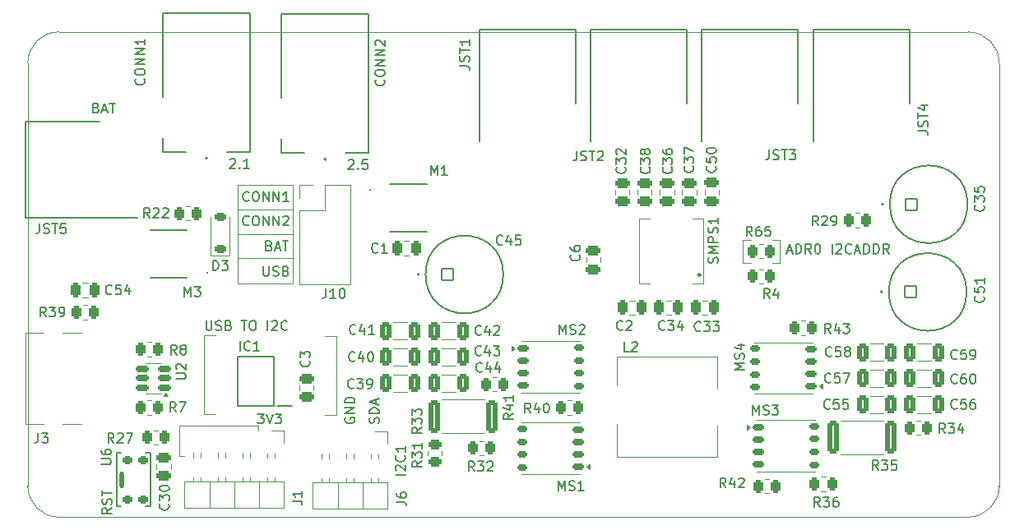
<source format=gto>
G04 #@! TF.GenerationSoftware,KiCad,Pcbnew,8.0.6*
G04 #@! TF.CreationDate,2026-01-15T10:53:25-08:00*
G04 #@! TF.ProjectId,USBPD_Board,55534250-445f-4426-9f61-72642e6b6963,A*
G04 #@! TF.SameCoordinates,Original*
G04 #@! TF.FileFunction,Legend,Top*
G04 #@! TF.FilePolarity,Positive*
%FSLAX46Y46*%
G04 Gerber Fmt 4.6, Leading zero omitted, Abs format (unit mm)*
G04 Created by KiCad (PCBNEW 8.0.6) date 2026-01-15 10:53:25*
%MOMM*%
%LPD*%
G01*
G04 APERTURE LIST*
G04 Aperture macros list*
%AMRoundRect*
0 Rectangle with rounded corners*
0 $1 Rounding radius*
0 $2 $3 $4 $5 $6 $7 $8 $9 X,Y pos of 4 corners*
0 Add a 4 corners polygon primitive as box body*
4,1,4,$2,$3,$4,$5,$6,$7,$8,$9,$2,$3,0*
0 Add four circle primitives for the rounded corners*
1,1,$1+$1,$2,$3*
1,1,$1+$1,$4,$5*
1,1,$1+$1,$6,$7*
1,1,$1+$1,$8,$9*
0 Add four rect primitives between the rounded corners*
20,1,$1+$1,$2,$3,$4,$5,0*
20,1,$1+$1,$4,$5,$6,$7,0*
20,1,$1+$1,$6,$7,$8,$9,0*
20,1,$1+$1,$8,$9,$2,$3,0*%
G04 Aperture macros list end*
%ADD10C,0.100000*%
%ADD11C,0.150000*%
%ADD12C,0.153000*%
%ADD13C,0.250000*%
%ADD14C,0.120000*%
%ADD15C,0.200000*%
%ADD16C,0.127000*%
%ADD17R,0.850000X0.300000*%
%ADD18R,0.300000X0.850000*%
%ADD19R,3.700000X3.700000*%
%ADD20RoundRect,0.250000X0.475000X-0.250000X0.475000X0.250000X-0.475000X0.250000X-0.475000X-0.250000X0*%
%ADD21RoundRect,0.102000X-0.600000X-0.600000X0.600000X-0.600000X0.600000X0.600000X-0.600000X0.600000X0*%
%ADD22C,1.404000*%
%ADD23R,1.650000X1.650000*%
%ADD24C,1.650000*%
%ADD25RoundRect,0.250000X0.325000X0.650000X-0.325000X0.650000X-0.325000X-0.650000X0.325000X-0.650000X0*%
%ADD26RoundRect,0.250000X0.262500X0.450000X-0.262500X0.450000X-0.262500X-0.450000X0.262500X-0.450000X0*%
%ADD27RoundRect,0.250000X-0.325000X-0.650000X0.325000X-0.650000X0.325000X0.650000X-0.325000X0.650000X0*%
%ADD28R,1.270000X0.610000*%
%ADD29R,3.810000X3.910000*%
%ADD30R,0.310000X0.255000*%
%ADD31R,0.710000X0.610000*%
%ADD32RoundRect,0.250000X-0.262500X-0.450000X0.262500X-0.450000X0.262500X0.450000X-0.262500X0.450000X0*%
%ADD33RoundRect,0.225000X0.375000X-0.225000X0.375000X0.225000X-0.375000X0.225000X-0.375000X-0.225000X0*%
%ADD34R,1.475000X0.450000*%
%ADD35R,4.100000X3.000000*%
%ADD36R,1.700000X1.700000*%
%ADD37O,1.700000X1.700000*%
%ADD38C,6.400000*%
%ADD39RoundRect,0.250000X0.250000X0.475000X-0.250000X0.475000X-0.250000X-0.475000X0.250000X-0.475000X0*%
%ADD40RoundRect,0.162500X0.437500X0.162500X-0.437500X0.162500X-0.437500X-0.162500X0.437500X-0.162500X0*%
%ADD41R,4.500000X4.700000*%
%ADD42RoundRect,0.175000X0.325000X0.175000X-0.325000X0.175000X-0.325000X-0.175000X0.325000X-0.175000X0*%
%ADD43RoundRect,0.150000X0.512500X0.150000X-0.512500X0.150000X-0.512500X-0.150000X0.512500X-0.150000X0*%
%ADD44RoundRect,0.225000X0.275000X-0.225000X0.275000X0.225000X-0.275000X0.225000X-0.275000X-0.225000X0*%
%ADD45RoundRect,0.137500X0.137500X-0.712500X0.137500X0.712500X-0.137500X0.712500X-0.137500X-0.712500X0*%
%ADD46RoundRect,0.250000X-0.362500X-1.425000X0.362500X-1.425000X0.362500X1.425000X-0.362500X1.425000X0*%
%ADD47RoundRect,0.250000X-0.450000X0.262500X-0.450000X-0.262500X0.450000X-0.262500X0.450000X0.262500X0*%
%ADD48RoundRect,0.250000X-0.250000X-0.475000X0.250000X-0.475000X0.250000X0.475000X-0.250000X0.475000X0*%
%ADD49O,3.804000X1.604000*%
%ADD50O,1.604000X3.804000*%
%ADD51RoundRect,0.162500X-0.437500X-0.162500X0.437500X-0.162500X0.437500X0.162500X-0.437500X0.162500X0*%
%ADD52RoundRect,0.175000X-0.325000X-0.175000X0.325000X-0.175000X0.325000X0.175000X-0.325000X0.175000X0*%
%ADD53C,0.650000*%
%ADD54R,1.450000X0.600000*%
%ADD55R,1.450000X0.300000*%
%ADD56O,2.100000X1.000000*%
%ADD57O,1.600000X1.000000*%
%ADD58RoundRect,0.250000X-0.475000X0.250000X-0.475000X-0.250000X0.475000X-0.250000X0.475000X0.250000X0*%
%ADD59C,0.900000*%
G04 #@! TA.AperFunction,Profile*
%ADD60C,0.050000*%
G04 #@! TD*
G04 APERTURE END LIST*
D10*
X115600000Y-110600000D02*
X123700000Y-110600000D01*
X176600000Y-93800000D02*
X177400000Y-93800000D01*
X116100000Y-113700000D02*
X115600000Y-113700000D01*
X131750000Y-109450000D02*
X130550000Y-109450000D01*
X131750000Y-109450000D02*
X131750000Y-101350000D01*
X123700000Y-110600000D02*
X123700000Y-111100000D01*
X162900000Y-89200000D02*
X162900000Y-95900000D01*
X177400000Y-91400000D02*
X176600000Y-91400000D01*
X127300000Y-90850000D02*
X121600000Y-90850000D01*
X127300000Y-95900000D02*
X127300000Y-85800000D01*
X131750000Y-101350000D02*
X130550000Y-101350000D01*
X115600000Y-113700000D02*
X115600000Y-110600000D01*
X118100000Y-109350000D02*
X119300000Y-109350000D01*
X118100000Y-101250000D02*
X118100000Y-109350000D01*
X174400000Y-91400000D02*
X173600000Y-91400000D01*
X173600000Y-93800000D02*
X174400000Y-93800000D01*
X121600000Y-95900000D02*
X127300000Y-95900000D01*
X173600000Y-91400000D02*
X173600000Y-93800000D01*
X169550000Y-95900000D02*
X169550000Y-89200000D01*
X162900000Y-95900000D02*
X164000000Y-95900000D01*
X118100000Y-101250000D02*
X119300000Y-101250000D01*
X127300000Y-93300000D02*
X121600000Y-93300000D01*
X169550000Y-89200000D02*
X168450000Y-89200000D01*
X127300000Y-88300000D02*
X121600000Y-88300000D01*
X121600000Y-85800000D02*
X121600000Y-95900000D01*
X168450000Y-95900000D02*
X169550000Y-95900000D01*
X127300000Y-85800000D02*
X121600000Y-85800000D01*
X177400000Y-93800000D02*
X177400000Y-91400000D01*
X164000000Y-89200000D02*
X162900000Y-89200000D01*
D11*
X122761904Y-89859580D02*
X122714285Y-89907200D01*
X122714285Y-89907200D02*
X122571428Y-89954819D01*
X122571428Y-89954819D02*
X122476190Y-89954819D01*
X122476190Y-89954819D02*
X122333333Y-89907200D01*
X122333333Y-89907200D02*
X122238095Y-89811961D01*
X122238095Y-89811961D02*
X122190476Y-89716723D01*
X122190476Y-89716723D02*
X122142857Y-89526247D01*
X122142857Y-89526247D02*
X122142857Y-89383390D01*
X122142857Y-89383390D02*
X122190476Y-89192914D01*
X122190476Y-89192914D02*
X122238095Y-89097676D01*
X122238095Y-89097676D02*
X122333333Y-89002438D01*
X122333333Y-89002438D02*
X122476190Y-88954819D01*
X122476190Y-88954819D02*
X122571428Y-88954819D01*
X122571428Y-88954819D02*
X122714285Y-89002438D01*
X122714285Y-89002438D02*
X122761904Y-89050057D01*
X123380952Y-88954819D02*
X123571428Y-88954819D01*
X123571428Y-88954819D02*
X123666666Y-89002438D01*
X123666666Y-89002438D02*
X123761904Y-89097676D01*
X123761904Y-89097676D02*
X123809523Y-89288152D01*
X123809523Y-89288152D02*
X123809523Y-89621485D01*
X123809523Y-89621485D02*
X123761904Y-89811961D01*
X123761904Y-89811961D02*
X123666666Y-89907200D01*
X123666666Y-89907200D02*
X123571428Y-89954819D01*
X123571428Y-89954819D02*
X123380952Y-89954819D01*
X123380952Y-89954819D02*
X123285714Y-89907200D01*
X123285714Y-89907200D02*
X123190476Y-89811961D01*
X123190476Y-89811961D02*
X123142857Y-89621485D01*
X123142857Y-89621485D02*
X123142857Y-89288152D01*
X123142857Y-89288152D02*
X123190476Y-89097676D01*
X123190476Y-89097676D02*
X123285714Y-89002438D01*
X123285714Y-89002438D02*
X123380952Y-88954819D01*
X124238095Y-89954819D02*
X124238095Y-88954819D01*
X124238095Y-88954819D02*
X124809523Y-89954819D01*
X124809523Y-89954819D02*
X124809523Y-88954819D01*
X125285714Y-89954819D02*
X125285714Y-88954819D01*
X125285714Y-88954819D02*
X125857142Y-89954819D01*
X125857142Y-89954819D02*
X125857142Y-88954819D01*
X126285714Y-89050057D02*
X126333333Y-89002438D01*
X126333333Y-89002438D02*
X126428571Y-88954819D01*
X126428571Y-88954819D02*
X126666666Y-88954819D01*
X126666666Y-88954819D02*
X126761904Y-89002438D01*
X126761904Y-89002438D02*
X126809523Y-89050057D01*
X126809523Y-89050057D02*
X126857142Y-89145295D01*
X126857142Y-89145295D02*
X126857142Y-89240533D01*
X126857142Y-89240533D02*
X126809523Y-89383390D01*
X126809523Y-89383390D02*
X126238095Y-89954819D01*
X126238095Y-89954819D02*
X126857142Y-89954819D01*
D12*
X120800000Y-83149901D02*
X120847619Y-83102282D01*
X120847619Y-83102282D02*
X120942857Y-83054663D01*
X120942857Y-83054663D02*
X121180952Y-83054663D01*
X121180952Y-83054663D02*
X121276190Y-83102282D01*
X121276190Y-83102282D02*
X121323809Y-83149901D01*
X121323809Y-83149901D02*
X121371428Y-83245139D01*
X121371428Y-83245139D02*
X121371428Y-83340377D01*
X121371428Y-83340377D02*
X121323809Y-83483234D01*
X121323809Y-83483234D02*
X120752381Y-84054663D01*
X120752381Y-84054663D02*
X121371428Y-84054663D01*
X121800000Y-83959424D02*
X121847619Y-84007044D01*
X121847619Y-84007044D02*
X121800000Y-84054663D01*
X121800000Y-84054663D02*
X121752381Y-84007044D01*
X121752381Y-84007044D02*
X121800000Y-83959424D01*
X121800000Y-83959424D02*
X121800000Y-84054663D01*
X122799999Y-84054663D02*
X122228571Y-84054663D01*
X122514285Y-84054663D02*
X122514285Y-83054663D01*
X122514285Y-83054663D02*
X122419047Y-83197520D01*
X122419047Y-83197520D02*
X122323809Y-83292758D01*
X122323809Y-83292758D02*
X122228571Y-83340377D01*
D11*
X124861904Y-92031009D02*
X125004761Y-92078628D01*
X125004761Y-92078628D02*
X125052380Y-92126247D01*
X125052380Y-92126247D02*
X125099999Y-92221485D01*
X125099999Y-92221485D02*
X125099999Y-92364342D01*
X125099999Y-92364342D02*
X125052380Y-92459580D01*
X125052380Y-92459580D02*
X125004761Y-92507200D01*
X125004761Y-92507200D02*
X124909523Y-92554819D01*
X124909523Y-92554819D02*
X124528571Y-92554819D01*
X124528571Y-92554819D02*
X124528571Y-91554819D01*
X124528571Y-91554819D02*
X124861904Y-91554819D01*
X124861904Y-91554819D02*
X124957142Y-91602438D01*
X124957142Y-91602438D02*
X125004761Y-91650057D01*
X125004761Y-91650057D02*
X125052380Y-91745295D01*
X125052380Y-91745295D02*
X125052380Y-91840533D01*
X125052380Y-91840533D02*
X125004761Y-91935771D01*
X125004761Y-91935771D02*
X124957142Y-91983390D01*
X124957142Y-91983390D02*
X124861904Y-92031009D01*
X124861904Y-92031009D02*
X124528571Y-92031009D01*
X125480952Y-92269104D02*
X125957142Y-92269104D01*
X125385714Y-92554819D02*
X125719047Y-91554819D01*
X125719047Y-91554819D02*
X126052380Y-92554819D01*
X126242857Y-91554819D02*
X126814285Y-91554819D01*
X126528571Y-92554819D02*
X126528571Y-91554819D01*
D12*
X178161905Y-92568948D02*
X178638095Y-92568948D01*
X178066667Y-92854663D02*
X178400000Y-91854663D01*
X178400000Y-91854663D02*
X178733333Y-92854663D01*
X179066667Y-92854663D02*
X179066667Y-91854663D01*
X179066667Y-91854663D02*
X179304762Y-91854663D01*
X179304762Y-91854663D02*
X179447619Y-91902282D01*
X179447619Y-91902282D02*
X179542857Y-91997520D01*
X179542857Y-91997520D02*
X179590476Y-92092758D01*
X179590476Y-92092758D02*
X179638095Y-92283234D01*
X179638095Y-92283234D02*
X179638095Y-92426091D01*
X179638095Y-92426091D02*
X179590476Y-92616567D01*
X179590476Y-92616567D02*
X179542857Y-92711805D01*
X179542857Y-92711805D02*
X179447619Y-92807044D01*
X179447619Y-92807044D02*
X179304762Y-92854663D01*
X179304762Y-92854663D02*
X179066667Y-92854663D01*
X180638095Y-92854663D02*
X180304762Y-92378472D01*
X180066667Y-92854663D02*
X180066667Y-91854663D01*
X180066667Y-91854663D02*
X180447619Y-91854663D01*
X180447619Y-91854663D02*
X180542857Y-91902282D01*
X180542857Y-91902282D02*
X180590476Y-91949901D01*
X180590476Y-91949901D02*
X180638095Y-92045139D01*
X180638095Y-92045139D02*
X180638095Y-92187996D01*
X180638095Y-92187996D02*
X180590476Y-92283234D01*
X180590476Y-92283234D02*
X180542857Y-92330853D01*
X180542857Y-92330853D02*
X180447619Y-92378472D01*
X180447619Y-92378472D02*
X180066667Y-92378472D01*
X181257143Y-91854663D02*
X181352381Y-91854663D01*
X181352381Y-91854663D02*
X181447619Y-91902282D01*
X181447619Y-91902282D02*
X181495238Y-91949901D01*
X181495238Y-91949901D02*
X181542857Y-92045139D01*
X181542857Y-92045139D02*
X181590476Y-92235615D01*
X181590476Y-92235615D02*
X181590476Y-92473710D01*
X181590476Y-92473710D02*
X181542857Y-92664186D01*
X181542857Y-92664186D02*
X181495238Y-92759424D01*
X181495238Y-92759424D02*
X181447619Y-92807044D01*
X181447619Y-92807044D02*
X181352381Y-92854663D01*
X181352381Y-92854663D02*
X181257143Y-92854663D01*
X181257143Y-92854663D02*
X181161905Y-92807044D01*
X181161905Y-92807044D02*
X181114286Y-92759424D01*
X181114286Y-92759424D02*
X181066667Y-92664186D01*
X181066667Y-92664186D02*
X181019048Y-92473710D01*
X181019048Y-92473710D02*
X181019048Y-92235615D01*
X181019048Y-92235615D02*
X181066667Y-92045139D01*
X181066667Y-92045139D02*
X181114286Y-91949901D01*
X181114286Y-91949901D02*
X181161905Y-91902282D01*
X181161905Y-91902282D02*
X181257143Y-91854663D01*
X182780953Y-92854663D02*
X182780953Y-91854663D01*
X183209524Y-91949901D02*
X183257143Y-91902282D01*
X183257143Y-91902282D02*
X183352381Y-91854663D01*
X183352381Y-91854663D02*
X183590476Y-91854663D01*
X183590476Y-91854663D02*
X183685714Y-91902282D01*
X183685714Y-91902282D02*
X183733333Y-91949901D01*
X183733333Y-91949901D02*
X183780952Y-92045139D01*
X183780952Y-92045139D02*
X183780952Y-92140377D01*
X183780952Y-92140377D02*
X183733333Y-92283234D01*
X183733333Y-92283234D02*
X183161905Y-92854663D01*
X183161905Y-92854663D02*
X183780952Y-92854663D01*
X184780952Y-92759424D02*
X184733333Y-92807044D01*
X184733333Y-92807044D02*
X184590476Y-92854663D01*
X184590476Y-92854663D02*
X184495238Y-92854663D01*
X184495238Y-92854663D02*
X184352381Y-92807044D01*
X184352381Y-92807044D02*
X184257143Y-92711805D01*
X184257143Y-92711805D02*
X184209524Y-92616567D01*
X184209524Y-92616567D02*
X184161905Y-92426091D01*
X184161905Y-92426091D02*
X184161905Y-92283234D01*
X184161905Y-92283234D02*
X184209524Y-92092758D01*
X184209524Y-92092758D02*
X184257143Y-91997520D01*
X184257143Y-91997520D02*
X184352381Y-91902282D01*
X184352381Y-91902282D02*
X184495238Y-91854663D01*
X184495238Y-91854663D02*
X184590476Y-91854663D01*
X184590476Y-91854663D02*
X184733333Y-91902282D01*
X184733333Y-91902282D02*
X184780952Y-91949901D01*
X185161905Y-92568948D02*
X185638095Y-92568948D01*
X185066667Y-92854663D02*
X185400000Y-91854663D01*
X185400000Y-91854663D02*
X185733333Y-92854663D01*
X186066667Y-92854663D02*
X186066667Y-91854663D01*
X186066667Y-91854663D02*
X186304762Y-91854663D01*
X186304762Y-91854663D02*
X186447619Y-91902282D01*
X186447619Y-91902282D02*
X186542857Y-91997520D01*
X186542857Y-91997520D02*
X186590476Y-92092758D01*
X186590476Y-92092758D02*
X186638095Y-92283234D01*
X186638095Y-92283234D02*
X186638095Y-92426091D01*
X186638095Y-92426091D02*
X186590476Y-92616567D01*
X186590476Y-92616567D02*
X186542857Y-92711805D01*
X186542857Y-92711805D02*
X186447619Y-92807044D01*
X186447619Y-92807044D02*
X186304762Y-92854663D01*
X186304762Y-92854663D02*
X186066667Y-92854663D01*
X187066667Y-92854663D02*
X187066667Y-91854663D01*
X187066667Y-91854663D02*
X187304762Y-91854663D01*
X187304762Y-91854663D02*
X187447619Y-91902282D01*
X187447619Y-91902282D02*
X187542857Y-91997520D01*
X187542857Y-91997520D02*
X187590476Y-92092758D01*
X187590476Y-92092758D02*
X187638095Y-92283234D01*
X187638095Y-92283234D02*
X187638095Y-92426091D01*
X187638095Y-92426091D02*
X187590476Y-92616567D01*
X187590476Y-92616567D02*
X187542857Y-92711805D01*
X187542857Y-92711805D02*
X187447619Y-92807044D01*
X187447619Y-92807044D02*
X187304762Y-92854663D01*
X187304762Y-92854663D02*
X187066667Y-92854663D01*
X188638095Y-92854663D02*
X188304762Y-92378472D01*
X188066667Y-92854663D02*
X188066667Y-91854663D01*
X188066667Y-91854663D02*
X188447619Y-91854663D01*
X188447619Y-91854663D02*
X188542857Y-91902282D01*
X188542857Y-91902282D02*
X188590476Y-91949901D01*
X188590476Y-91949901D02*
X188638095Y-92045139D01*
X188638095Y-92045139D02*
X188638095Y-92187996D01*
X188638095Y-92187996D02*
X188590476Y-92283234D01*
X188590476Y-92283234D02*
X188542857Y-92330853D01*
X188542857Y-92330853D02*
X188447619Y-92378472D01*
X188447619Y-92378472D02*
X188066667Y-92378472D01*
D11*
X138854819Y-115652380D02*
X137854819Y-115652380D01*
X137950057Y-115223809D02*
X137902438Y-115176190D01*
X137902438Y-115176190D02*
X137854819Y-115080952D01*
X137854819Y-115080952D02*
X137854819Y-114842857D01*
X137854819Y-114842857D02*
X137902438Y-114747619D01*
X137902438Y-114747619D02*
X137950057Y-114700000D01*
X137950057Y-114700000D02*
X138045295Y-114652381D01*
X138045295Y-114652381D02*
X138140533Y-114652381D01*
X138140533Y-114652381D02*
X138283390Y-114700000D01*
X138283390Y-114700000D02*
X138854819Y-115271428D01*
X138854819Y-115271428D02*
X138854819Y-114652381D01*
X138759580Y-113652381D02*
X138807200Y-113700000D01*
X138807200Y-113700000D02*
X138854819Y-113842857D01*
X138854819Y-113842857D02*
X138854819Y-113938095D01*
X138854819Y-113938095D02*
X138807200Y-114080952D01*
X138807200Y-114080952D02*
X138711961Y-114176190D01*
X138711961Y-114176190D02*
X138616723Y-114223809D01*
X138616723Y-114223809D02*
X138426247Y-114271428D01*
X138426247Y-114271428D02*
X138283390Y-114271428D01*
X138283390Y-114271428D02*
X138092914Y-114223809D01*
X138092914Y-114223809D02*
X137997676Y-114176190D01*
X137997676Y-114176190D02*
X137902438Y-114080952D01*
X137902438Y-114080952D02*
X137854819Y-113938095D01*
X137854819Y-113938095D02*
X137854819Y-113842857D01*
X137854819Y-113842857D02*
X137902438Y-113700000D01*
X137902438Y-113700000D02*
X137950057Y-113652381D01*
X138854819Y-112700000D02*
X138854819Y-113271428D01*
X138854819Y-112985714D02*
X137854819Y-112985714D01*
X137854819Y-112985714D02*
X137997676Y-113080952D01*
X137997676Y-113080952D02*
X138092914Y-113176190D01*
X138092914Y-113176190D02*
X138140533Y-113271428D01*
D12*
X132702282Y-109761904D02*
X132654663Y-109857142D01*
X132654663Y-109857142D02*
X132654663Y-109999999D01*
X132654663Y-109999999D02*
X132702282Y-110142856D01*
X132702282Y-110142856D02*
X132797520Y-110238094D01*
X132797520Y-110238094D02*
X132892758Y-110285713D01*
X132892758Y-110285713D02*
X133083234Y-110333332D01*
X133083234Y-110333332D02*
X133226091Y-110333332D01*
X133226091Y-110333332D02*
X133416567Y-110285713D01*
X133416567Y-110285713D02*
X133511805Y-110238094D01*
X133511805Y-110238094D02*
X133607044Y-110142856D01*
X133607044Y-110142856D02*
X133654663Y-109999999D01*
X133654663Y-109999999D02*
X133654663Y-109904761D01*
X133654663Y-109904761D02*
X133607044Y-109761904D01*
X133607044Y-109761904D02*
X133559424Y-109714285D01*
X133559424Y-109714285D02*
X133226091Y-109714285D01*
X133226091Y-109714285D02*
X133226091Y-109904761D01*
X133654663Y-109285713D02*
X132654663Y-109285713D01*
X132654663Y-109285713D02*
X133654663Y-108714285D01*
X133654663Y-108714285D02*
X132654663Y-108714285D01*
X133654663Y-108238094D02*
X132654663Y-108238094D01*
X132654663Y-108238094D02*
X132654663Y-107999999D01*
X132654663Y-107999999D02*
X132702282Y-107857142D01*
X132702282Y-107857142D02*
X132797520Y-107761904D01*
X132797520Y-107761904D02*
X132892758Y-107714285D01*
X132892758Y-107714285D02*
X133083234Y-107666666D01*
X133083234Y-107666666D02*
X133226091Y-107666666D01*
X133226091Y-107666666D02*
X133416567Y-107714285D01*
X133416567Y-107714285D02*
X133511805Y-107761904D01*
X133511805Y-107761904D02*
X133607044Y-107857142D01*
X133607044Y-107857142D02*
X133654663Y-107999999D01*
X133654663Y-107999999D02*
X133654663Y-108238094D01*
X118357143Y-99754663D02*
X118357143Y-100564186D01*
X118357143Y-100564186D02*
X118404762Y-100659424D01*
X118404762Y-100659424D02*
X118452381Y-100707044D01*
X118452381Y-100707044D02*
X118547619Y-100754663D01*
X118547619Y-100754663D02*
X118738095Y-100754663D01*
X118738095Y-100754663D02*
X118833333Y-100707044D01*
X118833333Y-100707044D02*
X118880952Y-100659424D01*
X118880952Y-100659424D02*
X118928571Y-100564186D01*
X118928571Y-100564186D02*
X118928571Y-99754663D01*
X119357143Y-100707044D02*
X119500000Y-100754663D01*
X119500000Y-100754663D02*
X119738095Y-100754663D01*
X119738095Y-100754663D02*
X119833333Y-100707044D01*
X119833333Y-100707044D02*
X119880952Y-100659424D01*
X119880952Y-100659424D02*
X119928571Y-100564186D01*
X119928571Y-100564186D02*
X119928571Y-100468948D01*
X119928571Y-100468948D02*
X119880952Y-100373710D01*
X119880952Y-100373710D02*
X119833333Y-100326091D01*
X119833333Y-100326091D02*
X119738095Y-100278472D01*
X119738095Y-100278472D02*
X119547619Y-100230853D01*
X119547619Y-100230853D02*
X119452381Y-100183234D01*
X119452381Y-100183234D02*
X119404762Y-100135615D01*
X119404762Y-100135615D02*
X119357143Y-100040377D01*
X119357143Y-100040377D02*
X119357143Y-99945139D01*
X119357143Y-99945139D02*
X119404762Y-99849901D01*
X119404762Y-99849901D02*
X119452381Y-99802282D01*
X119452381Y-99802282D02*
X119547619Y-99754663D01*
X119547619Y-99754663D02*
X119785714Y-99754663D01*
X119785714Y-99754663D02*
X119928571Y-99802282D01*
X120690476Y-100230853D02*
X120833333Y-100278472D01*
X120833333Y-100278472D02*
X120880952Y-100326091D01*
X120880952Y-100326091D02*
X120928571Y-100421329D01*
X120928571Y-100421329D02*
X120928571Y-100564186D01*
X120928571Y-100564186D02*
X120880952Y-100659424D01*
X120880952Y-100659424D02*
X120833333Y-100707044D01*
X120833333Y-100707044D02*
X120738095Y-100754663D01*
X120738095Y-100754663D02*
X120357143Y-100754663D01*
X120357143Y-100754663D02*
X120357143Y-99754663D01*
X120357143Y-99754663D02*
X120690476Y-99754663D01*
X120690476Y-99754663D02*
X120785714Y-99802282D01*
X120785714Y-99802282D02*
X120833333Y-99849901D01*
X120833333Y-99849901D02*
X120880952Y-99945139D01*
X120880952Y-99945139D02*
X120880952Y-100040377D01*
X120880952Y-100040377D02*
X120833333Y-100135615D01*
X120833333Y-100135615D02*
X120785714Y-100183234D01*
X120785714Y-100183234D02*
X120690476Y-100230853D01*
X120690476Y-100230853D02*
X120357143Y-100230853D01*
X121976191Y-99754663D02*
X122547619Y-99754663D01*
X122261905Y-100754663D02*
X122261905Y-99754663D01*
X123071429Y-99754663D02*
X123261905Y-99754663D01*
X123261905Y-99754663D02*
X123357143Y-99802282D01*
X123357143Y-99802282D02*
X123452381Y-99897520D01*
X123452381Y-99897520D02*
X123500000Y-100087996D01*
X123500000Y-100087996D02*
X123500000Y-100421329D01*
X123500000Y-100421329D02*
X123452381Y-100611805D01*
X123452381Y-100611805D02*
X123357143Y-100707044D01*
X123357143Y-100707044D02*
X123261905Y-100754663D01*
X123261905Y-100754663D02*
X123071429Y-100754663D01*
X123071429Y-100754663D02*
X122976191Y-100707044D01*
X122976191Y-100707044D02*
X122880953Y-100611805D01*
X122880953Y-100611805D02*
X122833334Y-100421329D01*
X122833334Y-100421329D02*
X122833334Y-100087996D01*
X122833334Y-100087996D02*
X122880953Y-99897520D01*
X122880953Y-99897520D02*
X122976191Y-99802282D01*
X122976191Y-99802282D02*
X123071429Y-99754663D01*
X124690477Y-100754663D02*
X124690477Y-99754663D01*
X125119048Y-99849901D02*
X125166667Y-99802282D01*
X125166667Y-99802282D02*
X125261905Y-99754663D01*
X125261905Y-99754663D02*
X125500000Y-99754663D01*
X125500000Y-99754663D02*
X125595238Y-99802282D01*
X125595238Y-99802282D02*
X125642857Y-99849901D01*
X125642857Y-99849901D02*
X125690476Y-99945139D01*
X125690476Y-99945139D02*
X125690476Y-100040377D01*
X125690476Y-100040377D02*
X125642857Y-100183234D01*
X125642857Y-100183234D02*
X125071429Y-100754663D01*
X125071429Y-100754663D02*
X125690476Y-100754663D01*
X126690476Y-100659424D02*
X126642857Y-100707044D01*
X126642857Y-100707044D02*
X126500000Y-100754663D01*
X126500000Y-100754663D02*
X126404762Y-100754663D01*
X126404762Y-100754663D02*
X126261905Y-100707044D01*
X126261905Y-100707044D02*
X126166667Y-100611805D01*
X126166667Y-100611805D02*
X126119048Y-100516567D01*
X126119048Y-100516567D02*
X126071429Y-100326091D01*
X126071429Y-100326091D02*
X126071429Y-100183234D01*
X126071429Y-100183234D02*
X126119048Y-99992758D01*
X126119048Y-99992758D02*
X126166667Y-99897520D01*
X126166667Y-99897520D02*
X126261905Y-99802282D01*
X126261905Y-99802282D02*
X126404762Y-99754663D01*
X126404762Y-99754663D02*
X126500000Y-99754663D01*
X126500000Y-99754663D02*
X126642857Y-99802282D01*
X126642857Y-99802282D02*
X126690476Y-99849901D01*
D11*
X107061904Y-77831009D02*
X107204761Y-77878628D01*
X107204761Y-77878628D02*
X107252380Y-77926247D01*
X107252380Y-77926247D02*
X107299999Y-78021485D01*
X107299999Y-78021485D02*
X107299999Y-78164342D01*
X107299999Y-78164342D02*
X107252380Y-78259580D01*
X107252380Y-78259580D02*
X107204761Y-78307200D01*
X107204761Y-78307200D02*
X107109523Y-78354819D01*
X107109523Y-78354819D02*
X106728571Y-78354819D01*
X106728571Y-78354819D02*
X106728571Y-77354819D01*
X106728571Y-77354819D02*
X107061904Y-77354819D01*
X107061904Y-77354819D02*
X107157142Y-77402438D01*
X107157142Y-77402438D02*
X107204761Y-77450057D01*
X107204761Y-77450057D02*
X107252380Y-77545295D01*
X107252380Y-77545295D02*
X107252380Y-77640533D01*
X107252380Y-77640533D02*
X107204761Y-77735771D01*
X107204761Y-77735771D02*
X107157142Y-77783390D01*
X107157142Y-77783390D02*
X107061904Y-77831009D01*
X107061904Y-77831009D02*
X106728571Y-77831009D01*
X107680952Y-78069104D02*
X108157142Y-78069104D01*
X107585714Y-78354819D02*
X107919047Y-77354819D01*
X107919047Y-77354819D02*
X108252380Y-78354819D01*
X108442857Y-77354819D02*
X109014285Y-77354819D01*
X108728571Y-78354819D02*
X108728571Y-77354819D01*
D12*
X133000000Y-83249901D02*
X133047619Y-83202282D01*
X133047619Y-83202282D02*
X133142857Y-83154663D01*
X133142857Y-83154663D02*
X133380952Y-83154663D01*
X133380952Y-83154663D02*
X133476190Y-83202282D01*
X133476190Y-83202282D02*
X133523809Y-83249901D01*
X133523809Y-83249901D02*
X133571428Y-83345139D01*
X133571428Y-83345139D02*
X133571428Y-83440377D01*
X133571428Y-83440377D02*
X133523809Y-83583234D01*
X133523809Y-83583234D02*
X132952381Y-84154663D01*
X132952381Y-84154663D02*
X133571428Y-84154663D01*
X134000000Y-84059424D02*
X134047619Y-84107044D01*
X134047619Y-84107044D02*
X134000000Y-84154663D01*
X134000000Y-84154663D02*
X133952381Y-84107044D01*
X133952381Y-84107044D02*
X134000000Y-84059424D01*
X134000000Y-84059424D02*
X134000000Y-84154663D01*
X134952380Y-83154663D02*
X134476190Y-83154663D01*
X134476190Y-83154663D02*
X134428571Y-83630853D01*
X134428571Y-83630853D02*
X134476190Y-83583234D01*
X134476190Y-83583234D02*
X134571428Y-83535615D01*
X134571428Y-83535615D02*
X134809523Y-83535615D01*
X134809523Y-83535615D02*
X134904761Y-83583234D01*
X134904761Y-83583234D02*
X134952380Y-83630853D01*
X134952380Y-83630853D02*
X134999999Y-83726091D01*
X134999999Y-83726091D02*
X134999999Y-83964186D01*
X134999999Y-83964186D02*
X134952380Y-84059424D01*
X134952380Y-84059424D02*
X134904761Y-84107044D01*
X134904761Y-84107044D02*
X134809523Y-84154663D01*
X134809523Y-84154663D02*
X134571428Y-84154663D01*
X134571428Y-84154663D02*
X134476190Y-84107044D01*
X134476190Y-84107044D02*
X134428571Y-84059424D01*
X123661905Y-109354663D02*
X124280952Y-109354663D01*
X124280952Y-109354663D02*
X123947619Y-109735615D01*
X123947619Y-109735615D02*
X124090476Y-109735615D01*
X124090476Y-109735615D02*
X124185714Y-109783234D01*
X124185714Y-109783234D02*
X124233333Y-109830853D01*
X124233333Y-109830853D02*
X124280952Y-109926091D01*
X124280952Y-109926091D02*
X124280952Y-110164186D01*
X124280952Y-110164186D02*
X124233333Y-110259424D01*
X124233333Y-110259424D02*
X124185714Y-110307044D01*
X124185714Y-110307044D02*
X124090476Y-110354663D01*
X124090476Y-110354663D02*
X123804762Y-110354663D01*
X123804762Y-110354663D02*
X123709524Y-110307044D01*
X123709524Y-110307044D02*
X123661905Y-110259424D01*
X124566667Y-109354663D02*
X124900000Y-110354663D01*
X124900000Y-110354663D02*
X125233333Y-109354663D01*
X125471429Y-109354663D02*
X126090476Y-109354663D01*
X126090476Y-109354663D02*
X125757143Y-109735615D01*
X125757143Y-109735615D02*
X125900000Y-109735615D01*
X125900000Y-109735615D02*
X125995238Y-109783234D01*
X125995238Y-109783234D02*
X126042857Y-109830853D01*
X126042857Y-109830853D02*
X126090476Y-109926091D01*
X126090476Y-109926091D02*
X126090476Y-110164186D01*
X126090476Y-110164186D02*
X126042857Y-110259424D01*
X126042857Y-110259424D02*
X125995238Y-110307044D01*
X125995238Y-110307044D02*
X125900000Y-110354663D01*
X125900000Y-110354663D02*
X125614286Y-110354663D01*
X125614286Y-110354663D02*
X125519048Y-110307044D01*
X125519048Y-110307044D02*
X125471429Y-110259424D01*
D11*
X124238095Y-94154819D02*
X124238095Y-94964342D01*
X124238095Y-94964342D02*
X124285714Y-95059580D01*
X124285714Y-95059580D02*
X124333333Y-95107200D01*
X124333333Y-95107200D02*
X124428571Y-95154819D01*
X124428571Y-95154819D02*
X124619047Y-95154819D01*
X124619047Y-95154819D02*
X124714285Y-95107200D01*
X124714285Y-95107200D02*
X124761904Y-95059580D01*
X124761904Y-95059580D02*
X124809523Y-94964342D01*
X124809523Y-94964342D02*
X124809523Y-94154819D01*
X125238095Y-95107200D02*
X125380952Y-95154819D01*
X125380952Y-95154819D02*
X125619047Y-95154819D01*
X125619047Y-95154819D02*
X125714285Y-95107200D01*
X125714285Y-95107200D02*
X125761904Y-95059580D01*
X125761904Y-95059580D02*
X125809523Y-94964342D01*
X125809523Y-94964342D02*
X125809523Y-94869104D01*
X125809523Y-94869104D02*
X125761904Y-94773866D01*
X125761904Y-94773866D02*
X125714285Y-94726247D01*
X125714285Y-94726247D02*
X125619047Y-94678628D01*
X125619047Y-94678628D02*
X125428571Y-94631009D01*
X125428571Y-94631009D02*
X125333333Y-94583390D01*
X125333333Y-94583390D02*
X125285714Y-94535771D01*
X125285714Y-94535771D02*
X125238095Y-94440533D01*
X125238095Y-94440533D02*
X125238095Y-94345295D01*
X125238095Y-94345295D02*
X125285714Y-94250057D01*
X125285714Y-94250057D02*
X125333333Y-94202438D01*
X125333333Y-94202438D02*
X125428571Y-94154819D01*
X125428571Y-94154819D02*
X125666666Y-94154819D01*
X125666666Y-94154819D02*
X125809523Y-94202438D01*
X126571428Y-94631009D02*
X126714285Y-94678628D01*
X126714285Y-94678628D02*
X126761904Y-94726247D01*
X126761904Y-94726247D02*
X126809523Y-94821485D01*
X126809523Y-94821485D02*
X126809523Y-94964342D01*
X126809523Y-94964342D02*
X126761904Y-95059580D01*
X126761904Y-95059580D02*
X126714285Y-95107200D01*
X126714285Y-95107200D02*
X126619047Y-95154819D01*
X126619047Y-95154819D02*
X126238095Y-95154819D01*
X126238095Y-95154819D02*
X126238095Y-94154819D01*
X126238095Y-94154819D02*
X126571428Y-94154819D01*
X126571428Y-94154819D02*
X126666666Y-94202438D01*
X126666666Y-94202438D02*
X126714285Y-94250057D01*
X126714285Y-94250057D02*
X126761904Y-94345295D01*
X126761904Y-94345295D02*
X126761904Y-94440533D01*
X126761904Y-94440533D02*
X126714285Y-94535771D01*
X126714285Y-94535771D02*
X126666666Y-94583390D01*
X126666666Y-94583390D02*
X126571428Y-94631009D01*
X126571428Y-94631009D02*
X126238095Y-94631009D01*
D12*
X136107044Y-110314285D02*
X136154663Y-110171428D01*
X136154663Y-110171428D02*
X136154663Y-109933333D01*
X136154663Y-109933333D02*
X136107044Y-109838095D01*
X136107044Y-109838095D02*
X136059424Y-109790476D01*
X136059424Y-109790476D02*
X135964186Y-109742857D01*
X135964186Y-109742857D02*
X135868948Y-109742857D01*
X135868948Y-109742857D02*
X135773710Y-109790476D01*
X135773710Y-109790476D02*
X135726091Y-109838095D01*
X135726091Y-109838095D02*
X135678472Y-109933333D01*
X135678472Y-109933333D02*
X135630853Y-110123809D01*
X135630853Y-110123809D02*
X135583234Y-110219047D01*
X135583234Y-110219047D02*
X135535615Y-110266666D01*
X135535615Y-110266666D02*
X135440377Y-110314285D01*
X135440377Y-110314285D02*
X135345139Y-110314285D01*
X135345139Y-110314285D02*
X135249901Y-110266666D01*
X135249901Y-110266666D02*
X135202282Y-110219047D01*
X135202282Y-110219047D02*
X135154663Y-110123809D01*
X135154663Y-110123809D02*
X135154663Y-109885714D01*
X135154663Y-109885714D02*
X135202282Y-109742857D01*
X136154663Y-109314285D02*
X135154663Y-109314285D01*
X135154663Y-109314285D02*
X135154663Y-109076190D01*
X135154663Y-109076190D02*
X135202282Y-108933333D01*
X135202282Y-108933333D02*
X135297520Y-108838095D01*
X135297520Y-108838095D02*
X135392758Y-108790476D01*
X135392758Y-108790476D02*
X135583234Y-108742857D01*
X135583234Y-108742857D02*
X135726091Y-108742857D01*
X135726091Y-108742857D02*
X135916567Y-108790476D01*
X135916567Y-108790476D02*
X136011805Y-108838095D01*
X136011805Y-108838095D02*
X136107044Y-108933333D01*
X136107044Y-108933333D02*
X136154663Y-109076190D01*
X136154663Y-109076190D02*
X136154663Y-109314285D01*
X135868948Y-108361904D02*
X135868948Y-107885714D01*
X136154663Y-108457142D02*
X135154663Y-108123809D01*
X135154663Y-108123809D02*
X136154663Y-107790476D01*
D11*
X122761904Y-87359580D02*
X122714285Y-87407200D01*
X122714285Y-87407200D02*
X122571428Y-87454819D01*
X122571428Y-87454819D02*
X122476190Y-87454819D01*
X122476190Y-87454819D02*
X122333333Y-87407200D01*
X122333333Y-87407200D02*
X122238095Y-87311961D01*
X122238095Y-87311961D02*
X122190476Y-87216723D01*
X122190476Y-87216723D02*
X122142857Y-87026247D01*
X122142857Y-87026247D02*
X122142857Y-86883390D01*
X122142857Y-86883390D02*
X122190476Y-86692914D01*
X122190476Y-86692914D02*
X122238095Y-86597676D01*
X122238095Y-86597676D02*
X122333333Y-86502438D01*
X122333333Y-86502438D02*
X122476190Y-86454819D01*
X122476190Y-86454819D02*
X122571428Y-86454819D01*
X122571428Y-86454819D02*
X122714285Y-86502438D01*
X122714285Y-86502438D02*
X122761904Y-86550057D01*
X123380952Y-86454819D02*
X123571428Y-86454819D01*
X123571428Y-86454819D02*
X123666666Y-86502438D01*
X123666666Y-86502438D02*
X123761904Y-86597676D01*
X123761904Y-86597676D02*
X123809523Y-86788152D01*
X123809523Y-86788152D02*
X123809523Y-87121485D01*
X123809523Y-87121485D02*
X123761904Y-87311961D01*
X123761904Y-87311961D02*
X123666666Y-87407200D01*
X123666666Y-87407200D02*
X123571428Y-87454819D01*
X123571428Y-87454819D02*
X123380952Y-87454819D01*
X123380952Y-87454819D02*
X123285714Y-87407200D01*
X123285714Y-87407200D02*
X123190476Y-87311961D01*
X123190476Y-87311961D02*
X123142857Y-87121485D01*
X123142857Y-87121485D02*
X123142857Y-86788152D01*
X123142857Y-86788152D02*
X123190476Y-86597676D01*
X123190476Y-86597676D02*
X123285714Y-86502438D01*
X123285714Y-86502438D02*
X123380952Y-86454819D01*
X124238095Y-87454819D02*
X124238095Y-86454819D01*
X124238095Y-86454819D02*
X124809523Y-87454819D01*
X124809523Y-87454819D02*
X124809523Y-86454819D01*
X125285714Y-87454819D02*
X125285714Y-86454819D01*
X125285714Y-86454819D02*
X125857142Y-87454819D01*
X125857142Y-87454819D02*
X125857142Y-86454819D01*
X126857142Y-87454819D02*
X126285714Y-87454819D01*
X126571428Y-87454819D02*
X126571428Y-86454819D01*
X126571428Y-86454819D02*
X126476190Y-86597676D01*
X126476190Y-86597676D02*
X126380952Y-86692914D01*
X126380952Y-86692914D02*
X126285714Y-86740533D01*
D12*
X108654663Y-119047619D02*
X108178472Y-119380952D01*
X108654663Y-119619047D02*
X107654663Y-119619047D01*
X107654663Y-119619047D02*
X107654663Y-119238095D01*
X107654663Y-119238095D02*
X107702282Y-119142857D01*
X107702282Y-119142857D02*
X107749901Y-119095238D01*
X107749901Y-119095238D02*
X107845139Y-119047619D01*
X107845139Y-119047619D02*
X107987996Y-119047619D01*
X107987996Y-119047619D02*
X108083234Y-119095238D01*
X108083234Y-119095238D02*
X108130853Y-119142857D01*
X108130853Y-119142857D02*
X108178472Y-119238095D01*
X108178472Y-119238095D02*
X108178472Y-119619047D01*
X108607044Y-118666666D02*
X108654663Y-118523809D01*
X108654663Y-118523809D02*
X108654663Y-118285714D01*
X108654663Y-118285714D02*
X108607044Y-118190476D01*
X108607044Y-118190476D02*
X108559424Y-118142857D01*
X108559424Y-118142857D02*
X108464186Y-118095238D01*
X108464186Y-118095238D02*
X108368948Y-118095238D01*
X108368948Y-118095238D02*
X108273710Y-118142857D01*
X108273710Y-118142857D02*
X108226091Y-118190476D01*
X108226091Y-118190476D02*
X108178472Y-118285714D01*
X108178472Y-118285714D02*
X108130853Y-118476190D01*
X108130853Y-118476190D02*
X108083234Y-118571428D01*
X108083234Y-118571428D02*
X108035615Y-118619047D01*
X108035615Y-118619047D02*
X107940377Y-118666666D01*
X107940377Y-118666666D02*
X107845139Y-118666666D01*
X107845139Y-118666666D02*
X107749901Y-118619047D01*
X107749901Y-118619047D02*
X107702282Y-118571428D01*
X107702282Y-118571428D02*
X107654663Y-118476190D01*
X107654663Y-118476190D02*
X107654663Y-118238095D01*
X107654663Y-118238095D02*
X107702282Y-118095238D01*
X107654663Y-117809523D02*
X107654663Y-117238095D01*
X108654663Y-117523809D02*
X107654663Y-117523809D01*
X171007044Y-93809523D02*
X171054663Y-93666666D01*
X171054663Y-93666666D02*
X171054663Y-93428571D01*
X171054663Y-93428571D02*
X171007044Y-93333333D01*
X171007044Y-93333333D02*
X170959424Y-93285714D01*
X170959424Y-93285714D02*
X170864186Y-93238095D01*
X170864186Y-93238095D02*
X170768948Y-93238095D01*
X170768948Y-93238095D02*
X170673710Y-93285714D01*
X170673710Y-93285714D02*
X170626091Y-93333333D01*
X170626091Y-93333333D02*
X170578472Y-93428571D01*
X170578472Y-93428571D02*
X170530853Y-93619047D01*
X170530853Y-93619047D02*
X170483234Y-93714285D01*
X170483234Y-93714285D02*
X170435615Y-93761904D01*
X170435615Y-93761904D02*
X170340377Y-93809523D01*
X170340377Y-93809523D02*
X170245139Y-93809523D01*
X170245139Y-93809523D02*
X170149901Y-93761904D01*
X170149901Y-93761904D02*
X170102282Y-93714285D01*
X170102282Y-93714285D02*
X170054663Y-93619047D01*
X170054663Y-93619047D02*
X170054663Y-93380952D01*
X170054663Y-93380952D02*
X170102282Y-93238095D01*
X171054663Y-92809523D02*
X170054663Y-92809523D01*
X170054663Y-92809523D02*
X170768948Y-92476190D01*
X170768948Y-92476190D02*
X170054663Y-92142857D01*
X170054663Y-92142857D02*
X171054663Y-92142857D01*
X171054663Y-91666666D02*
X170054663Y-91666666D01*
X170054663Y-91666666D02*
X170054663Y-91285714D01*
X170054663Y-91285714D02*
X170102282Y-91190476D01*
X170102282Y-91190476D02*
X170149901Y-91142857D01*
X170149901Y-91142857D02*
X170245139Y-91095238D01*
X170245139Y-91095238D02*
X170387996Y-91095238D01*
X170387996Y-91095238D02*
X170483234Y-91142857D01*
X170483234Y-91142857D02*
X170530853Y-91190476D01*
X170530853Y-91190476D02*
X170578472Y-91285714D01*
X170578472Y-91285714D02*
X170578472Y-91666666D01*
X171007044Y-90714285D02*
X171054663Y-90571428D01*
X171054663Y-90571428D02*
X171054663Y-90333333D01*
X171054663Y-90333333D02*
X171007044Y-90238095D01*
X171007044Y-90238095D02*
X170959424Y-90190476D01*
X170959424Y-90190476D02*
X170864186Y-90142857D01*
X170864186Y-90142857D02*
X170768948Y-90142857D01*
X170768948Y-90142857D02*
X170673710Y-90190476D01*
X170673710Y-90190476D02*
X170626091Y-90238095D01*
X170626091Y-90238095D02*
X170578472Y-90333333D01*
X170578472Y-90333333D02*
X170530853Y-90523809D01*
X170530853Y-90523809D02*
X170483234Y-90619047D01*
X170483234Y-90619047D02*
X170435615Y-90666666D01*
X170435615Y-90666666D02*
X170340377Y-90714285D01*
X170340377Y-90714285D02*
X170245139Y-90714285D01*
X170245139Y-90714285D02*
X170149901Y-90666666D01*
X170149901Y-90666666D02*
X170102282Y-90619047D01*
X170102282Y-90619047D02*
X170054663Y-90523809D01*
X170054663Y-90523809D02*
X170054663Y-90285714D01*
X170054663Y-90285714D02*
X170102282Y-90142857D01*
X171054663Y-89190476D02*
X171054663Y-89761904D01*
X171054663Y-89476190D02*
X170054663Y-89476190D01*
X170054663Y-89476190D02*
X170197520Y-89571428D01*
X170197520Y-89571428D02*
X170292758Y-89666666D01*
X170292758Y-89666666D02*
X170340377Y-89761904D01*
D11*
X161459580Y-83942857D02*
X161507200Y-83990476D01*
X161507200Y-83990476D02*
X161554819Y-84133333D01*
X161554819Y-84133333D02*
X161554819Y-84228571D01*
X161554819Y-84228571D02*
X161507200Y-84371428D01*
X161507200Y-84371428D02*
X161411961Y-84466666D01*
X161411961Y-84466666D02*
X161316723Y-84514285D01*
X161316723Y-84514285D02*
X161126247Y-84561904D01*
X161126247Y-84561904D02*
X160983390Y-84561904D01*
X160983390Y-84561904D02*
X160792914Y-84514285D01*
X160792914Y-84514285D02*
X160697676Y-84466666D01*
X160697676Y-84466666D02*
X160602438Y-84371428D01*
X160602438Y-84371428D02*
X160554819Y-84228571D01*
X160554819Y-84228571D02*
X160554819Y-84133333D01*
X160554819Y-84133333D02*
X160602438Y-83990476D01*
X160602438Y-83990476D02*
X160650057Y-83942857D01*
X160554819Y-83609523D02*
X160554819Y-82990476D01*
X160554819Y-82990476D02*
X160935771Y-83323809D01*
X160935771Y-83323809D02*
X160935771Y-83180952D01*
X160935771Y-83180952D02*
X160983390Y-83085714D01*
X160983390Y-83085714D02*
X161031009Y-83038095D01*
X161031009Y-83038095D02*
X161126247Y-82990476D01*
X161126247Y-82990476D02*
X161364342Y-82990476D01*
X161364342Y-82990476D02*
X161459580Y-83038095D01*
X161459580Y-83038095D02*
X161507200Y-83085714D01*
X161507200Y-83085714D02*
X161554819Y-83180952D01*
X161554819Y-83180952D02*
X161554819Y-83466666D01*
X161554819Y-83466666D02*
X161507200Y-83561904D01*
X161507200Y-83561904D02*
X161459580Y-83609523D01*
X160650057Y-82609523D02*
X160602438Y-82561904D01*
X160602438Y-82561904D02*
X160554819Y-82466666D01*
X160554819Y-82466666D02*
X160554819Y-82228571D01*
X160554819Y-82228571D02*
X160602438Y-82133333D01*
X160602438Y-82133333D02*
X160650057Y-82085714D01*
X160650057Y-82085714D02*
X160745295Y-82038095D01*
X160745295Y-82038095D02*
X160840533Y-82038095D01*
X160840533Y-82038095D02*
X160983390Y-82085714D01*
X160983390Y-82085714D02*
X161554819Y-82657142D01*
X161554819Y-82657142D02*
X161554819Y-82038095D01*
D12*
X198359424Y-87842857D02*
X198407044Y-87890476D01*
X198407044Y-87890476D02*
X198454663Y-88033333D01*
X198454663Y-88033333D02*
X198454663Y-88128571D01*
X198454663Y-88128571D02*
X198407044Y-88271428D01*
X198407044Y-88271428D02*
X198311805Y-88366666D01*
X198311805Y-88366666D02*
X198216567Y-88414285D01*
X198216567Y-88414285D02*
X198026091Y-88461904D01*
X198026091Y-88461904D02*
X197883234Y-88461904D01*
X197883234Y-88461904D02*
X197692758Y-88414285D01*
X197692758Y-88414285D02*
X197597520Y-88366666D01*
X197597520Y-88366666D02*
X197502282Y-88271428D01*
X197502282Y-88271428D02*
X197454663Y-88128571D01*
X197454663Y-88128571D02*
X197454663Y-88033333D01*
X197454663Y-88033333D02*
X197502282Y-87890476D01*
X197502282Y-87890476D02*
X197549901Y-87842857D01*
X197454663Y-87509523D02*
X197454663Y-86890476D01*
X197454663Y-86890476D02*
X197835615Y-87223809D01*
X197835615Y-87223809D02*
X197835615Y-87080952D01*
X197835615Y-87080952D02*
X197883234Y-86985714D01*
X197883234Y-86985714D02*
X197930853Y-86938095D01*
X197930853Y-86938095D02*
X198026091Y-86890476D01*
X198026091Y-86890476D02*
X198264186Y-86890476D01*
X198264186Y-86890476D02*
X198359424Y-86938095D01*
X198359424Y-86938095D02*
X198407044Y-86985714D01*
X198407044Y-86985714D02*
X198454663Y-87080952D01*
X198454663Y-87080952D02*
X198454663Y-87366666D01*
X198454663Y-87366666D02*
X198407044Y-87461904D01*
X198407044Y-87461904D02*
X198359424Y-87509523D01*
X197454663Y-85985714D02*
X197454663Y-86461904D01*
X197454663Y-86461904D02*
X197930853Y-86509523D01*
X197930853Y-86509523D02*
X197883234Y-86461904D01*
X197883234Y-86461904D02*
X197835615Y-86366666D01*
X197835615Y-86366666D02*
X197835615Y-86128571D01*
X197835615Y-86128571D02*
X197883234Y-86033333D01*
X197883234Y-86033333D02*
X197930853Y-85985714D01*
X197930853Y-85985714D02*
X198026091Y-85938095D01*
X198026091Y-85938095D02*
X198264186Y-85938095D01*
X198264186Y-85938095D02*
X198359424Y-85985714D01*
X198359424Y-85985714D02*
X198407044Y-86033333D01*
X198407044Y-86033333D02*
X198454663Y-86128571D01*
X198454663Y-86128571D02*
X198454663Y-86366666D01*
X198454663Y-86366666D02*
X198407044Y-86461904D01*
X198407044Y-86461904D02*
X198359424Y-86509523D01*
D11*
X168459580Y-83842857D02*
X168507200Y-83890476D01*
X168507200Y-83890476D02*
X168554819Y-84033333D01*
X168554819Y-84033333D02*
X168554819Y-84128571D01*
X168554819Y-84128571D02*
X168507200Y-84271428D01*
X168507200Y-84271428D02*
X168411961Y-84366666D01*
X168411961Y-84366666D02*
X168316723Y-84414285D01*
X168316723Y-84414285D02*
X168126247Y-84461904D01*
X168126247Y-84461904D02*
X167983390Y-84461904D01*
X167983390Y-84461904D02*
X167792914Y-84414285D01*
X167792914Y-84414285D02*
X167697676Y-84366666D01*
X167697676Y-84366666D02*
X167602438Y-84271428D01*
X167602438Y-84271428D02*
X167554819Y-84128571D01*
X167554819Y-84128571D02*
X167554819Y-84033333D01*
X167554819Y-84033333D02*
X167602438Y-83890476D01*
X167602438Y-83890476D02*
X167650057Y-83842857D01*
X167554819Y-83509523D02*
X167554819Y-82890476D01*
X167554819Y-82890476D02*
X167935771Y-83223809D01*
X167935771Y-83223809D02*
X167935771Y-83080952D01*
X167935771Y-83080952D02*
X167983390Y-82985714D01*
X167983390Y-82985714D02*
X168031009Y-82938095D01*
X168031009Y-82938095D02*
X168126247Y-82890476D01*
X168126247Y-82890476D02*
X168364342Y-82890476D01*
X168364342Y-82890476D02*
X168459580Y-82938095D01*
X168459580Y-82938095D02*
X168507200Y-82985714D01*
X168507200Y-82985714D02*
X168554819Y-83080952D01*
X168554819Y-83080952D02*
X168554819Y-83366666D01*
X168554819Y-83366666D02*
X168507200Y-83461904D01*
X168507200Y-83461904D02*
X168459580Y-83509523D01*
X167554819Y-82557142D02*
X167554819Y-81890476D01*
X167554819Y-81890476D02*
X168554819Y-82319047D01*
D12*
X156509523Y-82254663D02*
X156509523Y-82968948D01*
X156509523Y-82968948D02*
X156461904Y-83111805D01*
X156461904Y-83111805D02*
X156366666Y-83207044D01*
X156366666Y-83207044D02*
X156223809Y-83254663D01*
X156223809Y-83254663D02*
X156128571Y-83254663D01*
X156938095Y-83207044D02*
X157080952Y-83254663D01*
X157080952Y-83254663D02*
X157319047Y-83254663D01*
X157319047Y-83254663D02*
X157414285Y-83207044D01*
X157414285Y-83207044D02*
X157461904Y-83159424D01*
X157461904Y-83159424D02*
X157509523Y-83064186D01*
X157509523Y-83064186D02*
X157509523Y-82968948D01*
X157509523Y-82968948D02*
X157461904Y-82873710D01*
X157461904Y-82873710D02*
X157414285Y-82826091D01*
X157414285Y-82826091D02*
X157319047Y-82778472D01*
X157319047Y-82778472D02*
X157128571Y-82730853D01*
X157128571Y-82730853D02*
X157033333Y-82683234D01*
X157033333Y-82683234D02*
X156985714Y-82635615D01*
X156985714Y-82635615D02*
X156938095Y-82540377D01*
X156938095Y-82540377D02*
X156938095Y-82445139D01*
X156938095Y-82445139D02*
X156985714Y-82349901D01*
X156985714Y-82349901D02*
X157033333Y-82302282D01*
X157033333Y-82302282D02*
X157128571Y-82254663D01*
X157128571Y-82254663D02*
X157366666Y-82254663D01*
X157366666Y-82254663D02*
X157509523Y-82302282D01*
X157795238Y-82254663D02*
X158366666Y-82254663D01*
X158080952Y-83254663D02*
X158080952Y-82254663D01*
X158652381Y-82349901D02*
X158700000Y-82302282D01*
X158700000Y-82302282D02*
X158795238Y-82254663D01*
X158795238Y-82254663D02*
X159033333Y-82254663D01*
X159033333Y-82254663D02*
X159128571Y-82302282D01*
X159128571Y-82302282D02*
X159176190Y-82349901D01*
X159176190Y-82349901D02*
X159223809Y-82445139D01*
X159223809Y-82445139D02*
X159223809Y-82540377D01*
X159223809Y-82540377D02*
X159176190Y-82683234D01*
X159176190Y-82683234D02*
X158604762Y-83254663D01*
X158604762Y-83254663D02*
X159223809Y-83254663D01*
D11*
X182757142Y-103359580D02*
X182709523Y-103407200D01*
X182709523Y-103407200D02*
X182566666Y-103454819D01*
X182566666Y-103454819D02*
X182471428Y-103454819D01*
X182471428Y-103454819D02*
X182328571Y-103407200D01*
X182328571Y-103407200D02*
X182233333Y-103311961D01*
X182233333Y-103311961D02*
X182185714Y-103216723D01*
X182185714Y-103216723D02*
X182138095Y-103026247D01*
X182138095Y-103026247D02*
X182138095Y-102883390D01*
X182138095Y-102883390D02*
X182185714Y-102692914D01*
X182185714Y-102692914D02*
X182233333Y-102597676D01*
X182233333Y-102597676D02*
X182328571Y-102502438D01*
X182328571Y-102502438D02*
X182471428Y-102454819D01*
X182471428Y-102454819D02*
X182566666Y-102454819D01*
X182566666Y-102454819D02*
X182709523Y-102502438D01*
X182709523Y-102502438D02*
X182757142Y-102550057D01*
X183661904Y-102454819D02*
X183185714Y-102454819D01*
X183185714Y-102454819D02*
X183138095Y-102931009D01*
X183138095Y-102931009D02*
X183185714Y-102883390D01*
X183185714Y-102883390D02*
X183280952Y-102835771D01*
X183280952Y-102835771D02*
X183519047Y-102835771D01*
X183519047Y-102835771D02*
X183614285Y-102883390D01*
X183614285Y-102883390D02*
X183661904Y-102931009D01*
X183661904Y-102931009D02*
X183709523Y-103026247D01*
X183709523Y-103026247D02*
X183709523Y-103264342D01*
X183709523Y-103264342D02*
X183661904Y-103359580D01*
X183661904Y-103359580D02*
X183614285Y-103407200D01*
X183614285Y-103407200D02*
X183519047Y-103454819D01*
X183519047Y-103454819D02*
X183280952Y-103454819D01*
X183280952Y-103454819D02*
X183185714Y-103407200D01*
X183185714Y-103407200D02*
X183138095Y-103359580D01*
X184280952Y-102883390D02*
X184185714Y-102835771D01*
X184185714Y-102835771D02*
X184138095Y-102788152D01*
X184138095Y-102788152D02*
X184090476Y-102692914D01*
X184090476Y-102692914D02*
X184090476Y-102645295D01*
X184090476Y-102645295D02*
X184138095Y-102550057D01*
X184138095Y-102550057D02*
X184185714Y-102502438D01*
X184185714Y-102502438D02*
X184280952Y-102454819D01*
X184280952Y-102454819D02*
X184471428Y-102454819D01*
X184471428Y-102454819D02*
X184566666Y-102502438D01*
X184566666Y-102502438D02*
X184614285Y-102550057D01*
X184614285Y-102550057D02*
X184661904Y-102645295D01*
X184661904Y-102645295D02*
X184661904Y-102692914D01*
X184661904Y-102692914D02*
X184614285Y-102788152D01*
X184614285Y-102788152D02*
X184566666Y-102835771D01*
X184566666Y-102835771D02*
X184471428Y-102883390D01*
X184471428Y-102883390D02*
X184280952Y-102883390D01*
X184280952Y-102883390D02*
X184185714Y-102931009D01*
X184185714Y-102931009D02*
X184138095Y-102978628D01*
X184138095Y-102978628D02*
X184090476Y-103073866D01*
X184090476Y-103073866D02*
X184090476Y-103264342D01*
X184090476Y-103264342D02*
X184138095Y-103359580D01*
X184138095Y-103359580D02*
X184185714Y-103407200D01*
X184185714Y-103407200D02*
X184280952Y-103454819D01*
X184280952Y-103454819D02*
X184471428Y-103454819D01*
X184471428Y-103454819D02*
X184566666Y-103407200D01*
X184566666Y-103407200D02*
X184614285Y-103359580D01*
X184614285Y-103359580D02*
X184661904Y-103264342D01*
X184661904Y-103264342D02*
X184661904Y-103073866D01*
X184661904Y-103073866D02*
X184614285Y-102978628D01*
X184614285Y-102978628D02*
X184566666Y-102931009D01*
X184566666Y-102931009D02*
X184471428Y-102883390D01*
X145957142Y-115254819D02*
X145623809Y-114778628D01*
X145385714Y-115254819D02*
X145385714Y-114254819D01*
X145385714Y-114254819D02*
X145766666Y-114254819D01*
X145766666Y-114254819D02*
X145861904Y-114302438D01*
X145861904Y-114302438D02*
X145909523Y-114350057D01*
X145909523Y-114350057D02*
X145957142Y-114445295D01*
X145957142Y-114445295D02*
X145957142Y-114588152D01*
X145957142Y-114588152D02*
X145909523Y-114683390D01*
X145909523Y-114683390D02*
X145861904Y-114731009D01*
X145861904Y-114731009D02*
X145766666Y-114778628D01*
X145766666Y-114778628D02*
X145385714Y-114778628D01*
X146290476Y-114254819D02*
X146909523Y-114254819D01*
X146909523Y-114254819D02*
X146576190Y-114635771D01*
X146576190Y-114635771D02*
X146719047Y-114635771D01*
X146719047Y-114635771D02*
X146814285Y-114683390D01*
X146814285Y-114683390D02*
X146861904Y-114731009D01*
X146861904Y-114731009D02*
X146909523Y-114826247D01*
X146909523Y-114826247D02*
X146909523Y-115064342D01*
X146909523Y-115064342D02*
X146861904Y-115159580D01*
X146861904Y-115159580D02*
X146814285Y-115207200D01*
X146814285Y-115207200D02*
X146719047Y-115254819D01*
X146719047Y-115254819D02*
X146433333Y-115254819D01*
X146433333Y-115254819D02*
X146338095Y-115207200D01*
X146338095Y-115207200D02*
X146290476Y-115159580D01*
X147290476Y-114350057D02*
X147338095Y-114302438D01*
X147338095Y-114302438D02*
X147433333Y-114254819D01*
X147433333Y-114254819D02*
X147671428Y-114254819D01*
X147671428Y-114254819D02*
X147766666Y-114302438D01*
X147766666Y-114302438D02*
X147814285Y-114350057D01*
X147814285Y-114350057D02*
X147861904Y-114445295D01*
X147861904Y-114445295D02*
X147861904Y-114540533D01*
X147861904Y-114540533D02*
X147814285Y-114683390D01*
X147814285Y-114683390D02*
X147242857Y-115254819D01*
X147242857Y-115254819D02*
X147861904Y-115254819D01*
X163959580Y-83942857D02*
X164007200Y-83990476D01*
X164007200Y-83990476D02*
X164054819Y-84133333D01*
X164054819Y-84133333D02*
X164054819Y-84228571D01*
X164054819Y-84228571D02*
X164007200Y-84371428D01*
X164007200Y-84371428D02*
X163911961Y-84466666D01*
X163911961Y-84466666D02*
X163816723Y-84514285D01*
X163816723Y-84514285D02*
X163626247Y-84561904D01*
X163626247Y-84561904D02*
X163483390Y-84561904D01*
X163483390Y-84561904D02*
X163292914Y-84514285D01*
X163292914Y-84514285D02*
X163197676Y-84466666D01*
X163197676Y-84466666D02*
X163102438Y-84371428D01*
X163102438Y-84371428D02*
X163054819Y-84228571D01*
X163054819Y-84228571D02*
X163054819Y-84133333D01*
X163054819Y-84133333D02*
X163102438Y-83990476D01*
X163102438Y-83990476D02*
X163150057Y-83942857D01*
X163054819Y-83609523D02*
X163054819Y-82990476D01*
X163054819Y-82990476D02*
X163435771Y-83323809D01*
X163435771Y-83323809D02*
X163435771Y-83180952D01*
X163435771Y-83180952D02*
X163483390Y-83085714D01*
X163483390Y-83085714D02*
X163531009Y-83038095D01*
X163531009Y-83038095D02*
X163626247Y-82990476D01*
X163626247Y-82990476D02*
X163864342Y-82990476D01*
X163864342Y-82990476D02*
X163959580Y-83038095D01*
X163959580Y-83038095D02*
X164007200Y-83085714D01*
X164007200Y-83085714D02*
X164054819Y-83180952D01*
X164054819Y-83180952D02*
X164054819Y-83466666D01*
X164054819Y-83466666D02*
X164007200Y-83561904D01*
X164007200Y-83561904D02*
X163959580Y-83609523D01*
X163483390Y-82419047D02*
X163435771Y-82514285D01*
X163435771Y-82514285D02*
X163388152Y-82561904D01*
X163388152Y-82561904D02*
X163292914Y-82609523D01*
X163292914Y-82609523D02*
X163245295Y-82609523D01*
X163245295Y-82609523D02*
X163150057Y-82561904D01*
X163150057Y-82561904D02*
X163102438Y-82514285D01*
X163102438Y-82514285D02*
X163054819Y-82419047D01*
X163054819Y-82419047D02*
X163054819Y-82228571D01*
X163054819Y-82228571D02*
X163102438Y-82133333D01*
X163102438Y-82133333D02*
X163150057Y-82085714D01*
X163150057Y-82085714D02*
X163245295Y-82038095D01*
X163245295Y-82038095D02*
X163292914Y-82038095D01*
X163292914Y-82038095D02*
X163388152Y-82085714D01*
X163388152Y-82085714D02*
X163435771Y-82133333D01*
X163435771Y-82133333D02*
X163483390Y-82228571D01*
X163483390Y-82228571D02*
X163483390Y-82419047D01*
X163483390Y-82419047D02*
X163531009Y-82514285D01*
X163531009Y-82514285D02*
X163578628Y-82561904D01*
X163578628Y-82561904D02*
X163673866Y-82609523D01*
X163673866Y-82609523D02*
X163864342Y-82609523D01*
X163864342Y-82609523D02*
X163959580Y-82561904D01*
X163959580Y-82561904D02*
X164007200Y-82514285D01*
X164007200Y-82514285D02*
X164054819Y-82419047D01*
X164054819Y-82419047D02*
X164054819Y-82228571D01*
X164054819Y-82228571D02*
X164007200Y-82133333D01*
X164007200Y-82133333D02*
X163959580Y-82085714D01*
X163959580Y-82085714D02*
X163864342Y-82038095D01*
X163864342Y-82038095D02*
X163673866Y-82038095D01*
X163673866Y-82038095D02*
X163578628Y-82085714D01*
X163578628Y-82085714D02*
X163531009Y-82133333D01*
X163531009Y-82133333D02*
X163483390Y-82228571D01*
X146657142Y-101159580D02*
X146609523Y-101207200D01*
X146609523Y-101207200D02*
X146466666Y-101254819D01*
X146466666Y-101254819D02*
X146371428Y-101254819D01*
X146371428Y-101254819D02*
X146228571Y-101207200D01*
X146228571Y-101207200D02*
X146133333Y-101111961D01*
X146133333Y-101111961D02*
X146085714Y-101016723D01*
X146085714Y-101016723D02*
X146038095Y-100826247D01*
X146038095Y-100826247D02*
X146038095Y-100683390D01*
X146038095Y-100683390D02*
X146085714Y-100492914D01*
X146085714Y-100492914D02*
X146133333Y-100397676D01*
X146133333Y-100397676D02*
X146228571Y-100302438D01*
X146228571Y-100302438D02*
X146371428Y-100254819D01*
X146371428Y-100254819D02*
X146466666Y-100254819D01*
X146466666Y-100254819D02*
X146609523Y-100302438D01*
X146609523Y-100302438D02*
X146657142Y-100350057D01*
X147514285Y-100588152D02*
X147514285Y-101254819D01*
X147276190Y-100207200D02*
X147038095Y-100921485D01*
X147038095Y-100921485D02*
X147657142Y-100921485D01*
X147990476Y-100350057D02*
X148038095Y-100302438D01*
X148038095Y-100302438D02*
X148133333Y-100254819D01*
X148133333Y-100254819D02*
X148371428Y-100254819D01*
X148371428Y-100254819D02*
X148466666Y-100302438D01*
X148466666Y-100302438D02*
X148514285Y-100350057D01*
X148514285Y-100350057D02*
X148561904Y-100445295D01*
X148561904Y-100445295D02*
X148561904Y-100540533D01*
X148561904Y-100540533D02*
X148514285Y-100683390D01*
X148514285Y-100683390D02*
X147942857Y-101254819D01*
X147942857Y-101254819D02*
X148561904Y-101254819D01*
D12*
X116090476Y-97254663D02*
X116090476Y-96254663D01*
X116090476Y-96254663D02*
X116423809Y-96968948D01*
X116423809Y-96968948D02*
X116757142Y-96254663D01*
X116757142Y-96254663D02*
X116757142Y-97254663D01*
X117138095Y-96254663D02*
X117757142Y-96254663D01*
X117757142Y-96254663D02*
X117423809Y-96635615D01*
X117423809Y-96635615D02*
X117566666Y-96635615D01*
X117566666Y-96635615D02*
X117661904Y-96683234D01*
X117661904Y-96683234D02*
X117709523Y-96730853D01*
X117709523Y-96730853D02*
X117757142Y-96826091D01*
X117757142Y-96826091D02*
X117757142Y-97064186D01*
X117757142Y-97064186D02*
X117709523Y-97159424D01*
X117709523Y-97159424D02*
X117661904Y-97207044D01*
X117661904Y-97207044D02*
X117566666Y-97254663D01*
X117566666Y-97254663D02*
X117280952Y-97254663D01*
X117280952Y-97254663D02*
X117185714Y-97207044D01*
X117185714Y-97207044D02*
X117138095Y-97159424D01*
X198359424Y-97242857D02*
X198407044Y-97290476D01*
X198407044Y-97290476D02*
X198454663Y-97433333D01*
X198454663Y-97433333D02*
X198454663Y-97528571D01*
X198454663Y-97528571D02*
X198407044Y-97671428D01*
X198407044Y-97671428D02*
X198311805Y-97766666D01*
X198311805Y-97766666D02*
X198216567Y-97814285D01*
X198216567Y-97814285D02*
X198026091Y-97861904D01*
X198026091Y-97861904D02*
X197883234Y-97861904D01*
X197883234Y-97861904D02*
X197692758Y-97814285D01*
X197692758Y-97814285D02*
X197597520Y-97766666D01*
X197597520Y-97766666D02*
X197502282Y-97671428D01*
X197502282Y-97671428D02*
X197454663Y-97528571D01*
X197454663Y-97528571D02*
X197454663Y-97433333D01*
X197454663Y-97433333D02*
X197502282Y-97290476D01*
X197502282Y-97290476D02*
X197549901Y-97242857D01*
X197454663Y-96338095D02*
X197454663Y-96814285D01*
X197454663Y-96814285D02*
X197930853Y-96861904D01*
X197930853Y-96861904D02*
X197883234Y-96814285D01*
X197883234Y-96814285D02*
X197835615Y-96719047D01*
X197835615Y-96719047D02*
X197835615Y-96480952D01*
X197835615Y-96480952D02*
X197883234Y-96385714D01*
X197883234Y-96385714D02*
X197930853Y-96338095D01*
X197930853Y-96338095D02*
X198026091Y-96290476D01*
X198026091Y-96290476D02*
X198264186Y-96290476D01*
X198264186Y-96290476D02*
X198359424Y-96338095D01*
X198359424Y-96338095D02*
X198407044Y-96385714D01*
X198407044Y-96385714D02*
X198454663Y-96480952D01*
X198454663Y-96480952D02*
X198454663Y-96719047D01*
X198454663Y-96719047D02*
X198407044Y-96814285D01*
X198407044Y-96814285D02*
X198359424Y-96861904D01*
X198454663Y-95338095D02*
X198454663Y-95909523D01*
X198454663Y-95623809D02*
X197454663Y-95623809D01*
X197454663Y-95623809D02*
X197597520Y-95719047D01*
X197597520Y-95719047D02*
X197692758Y-95814285D01*
X197692758Y-95814285D02*
X197740377Y-95909523D01*
D11*
X181557142Y-118954819D02*
X181223809Y-118478628D01*
X180985714Y-118954819D02*
X180985714Y-117954819D01*
X180985714Y-117954819D02*
X181366666Y-117954819D01*
X181366666Y-117954819D02*
X181461904Y-118002438D01*
X181461904Y-118002438D02*
X181509523Y-118050057D01*
X181509523Y-118050057D02*
X181557142Y-118145295D01*
X181557142Y-118145295D02*
X181557142Y-118288152D01*
X181557142Y-118288152D02*
X181509523Y-118383390D01*
X181509523Y-118383390D02*
X181461904Y-118431009D01*
X181461904Y-118431009D02*
X181366666Y-118478628D01*
X181366666Y-118478628D02*
X180985714Y-118478628D01*
X181890476Y-117954819D02*
X182509523Y-117954819D01*
X182509523Y-117954819D02*
X182176190Y-118335771D01*
X182176190Y-118335771D02*
X182319047Y-118335771D01*
X182319047Y-118335771D02*
X182414285Y-118383390D01*
X182414285Y-118383390D02*
X182461904Y-118431009D01*
X182461904Y-118431009D02*
X182509523Y-118526247D01*
X182509523Y-118526247D02*
X182509523Y-118764342D01*
X182509523Y-118764342D02*
X182461904Y-118859580D01*
X182461904Y-118859580D02*
X182414285Y-118907200D01*
X182414285Y-118907200D02*
X182319047Y-118954819D01*
X182319047Y-118954819D02*
X182033333Y-118954819D01*
X182033333Y-118954819D02*
X181938095Y-118907200D01*
X181938095Y-118907200D02*
X181890476Y-118859580D01*
X183366666Y-117954819D02*
X183176190Y-117954819D01*
X183176190Y-117954819D02*
X183080952Y-118002438D01*
X183080952Y-118002438D02*
X183033333Y-118050057D01*
X183033333Y-118050057D02*
X182938095Y-118192914D01*
X182938095Y-118192914D02*
X182890476Y-118383390D01*
X182890476Y-118383390D02*
X182890476Y-118764342D01*
X182890476Y-118764342D02*
X182938095Y-118859580D01*
X182938095Y-118859580D02*
X182985714Y-118907200D01*
X182985714Y-118907200D02*
X183080952Y-118954819D01*
X183080952Y-118954819D02*
X183271428Y-118954819D01*
X183271428Y-118954819D02*
X183366666Y-118907200D01*
X183366666Y-118907200D02*
X183414285Y-118859580D01*
X183414285Y-118859580D02*
X183461904Y-118764342D01*
X183461904Y-118764342D02*
X183461904Y-118526247D01*
X183461904Y-118526247D02*
X183414285Y-118431009D01*
X183414285Y-118431009D02*
X183366666Y-118383390D01*
X183366666Y-118383390D02*
X183271428Y-118335771D01*
X183271428Y-118335771D02*
X183080952Y-118335771D01*
X183080952Y-118335771D02*
X182985714Y-118383390D01*
X182985714Y-118383390D02*
X182938095Y-118431009D01*
X182938095Y-118431009D02*
X182890476Y-118526247D01*
X119061905Y-94554819D02*
X119061905Y-93554819D01*
X119061905Y-93554819D02*
X119300000Y-93554819D01*
X119300000Y-93554819D02*
X119442857Y-93602438D01*
X119442857Y-93602438D02*
X119538095Y-93697676D01*
X119538095Y-93697676D02*
X119585714Y-93792914D01*
X119585714Y-93792914D02*
X119633333Y-93983390D01*
X119633333Y-93983390D02*
X119633333Y-94126247D01*
X119633333Y-94126247D02*
X119585714Y-94316723D01*
X119585714Y-94316723D02*
X119538095Y-94411961D01*
X119538095Y-94411961D02*
X119442857Y-94507200D01*
X119442857Y-94507200D02*
X119300000Y-94554819D01*
X119300000Y-94554819D02*
X119061905Y-94554819D01*
X119966667Y-93554819D02*
X120585714Y-93554819D01*
X120585714Y-93554819D02*
X120252381Y-93935771D01*
X120252381Y-93935771D02*
X120395238Y-93935771D01*
X120395238Y-93935771D02*
X120490476Y-93983390D01*
X120490476Y-93983390D02*
X120538095Y-94031009D01*
X120538095Y-94031009D02*
X120585714Y-94126247D01*
X120585714Y-94126247D02*
X120585714Y-94364342D01*
X120585714Y-94364342D02*
X120538095Y-94459580D01*
X120538095Y-94459580D02*
X120490476Y-94507200D01*
X120490476Y-94507200D02*
X120395238Y-94554819D01*
X120395238Y-94554819D02*
X120109524Y-94554819D01*
X120109524Y-94554819D02*
X120014286Y-94507200D01*
X120014286Y-94507200D02*
X119966667Y-94459580D01*
X149954819Y-109342857D02*
X149478628Y-109676190D01*
X149954819Y-109914285D02*
X148954819Y-109914285D01*
X148954819Y-109914285D02*
X148954819Y-109533333D01*
X148954819Y-109533333D02*
X149002438Y-109438095D01*
X149002438Y-109438095D02*
X149050057Y-109390476D01*
X149050057Y-109390476D02*
X149145295Y-109342857D01*
X149145295Y-109342857D02*
X149288152Y-109342857D01*
X149288152Y-109342857D02*
X149383390Y-109390476D01*
X149383390Y-109390476D02*
X149431009Y-109438095D01*
X149431009Y-109438095D02*
X149478628Y-109533333D01*
X149478628Y-109533333D02*
X149478628Y-109914285D01*
X149288152Y-108485714D02*
X149954819Y-108485714D01*
X148907200Y-108723809D02*
X149621485Y-108961904D01*
X149621485Y-108961904D02*
X149621485Y-108342857D01*
X149954819Y-107438095D02*
X149954819Y-108009523D01*
X149954819Y-107723809D02*
X148954819Y-107723809D01*
X148954819Y-107723809D02*
X149097676Y-107819047D01*
X149097676Y-107819047D02*
X149192914Y-107914285D01*
X149192914Y-107914285D02*
X149240533Y-108009523D01*
X195657142Y-103659580D02*
X195609523Y-103707200D01*
X195609523Y-103707200D02*
X195466666Y-103754819D01*
X195466666Y-103754819D02*
X195371428Y-103754819D01*
X195371428Y-103754819D02*
X195228571Y-103707200D01*
X195228571Y-103707200D02*
X195133333Y-103611961D01*
X195133333Y-103611961D02*
X195085714Y-103516723D01*
X195085714Y-103516723D02*
X195038095Y-103326247D01*
X195038095Y-103326247D02*
X195038095Y-103183390D01*
X195038095Y-103183390D02*
X195085714Y-102992914D01*
X195085714Y-102992914D02*
X195133333Y-102897676D01*
X195133333Y-102897676D02*
X195228571Y-102802438D01*
X195228571Y-102802438D02*
X195371428Y-102754819D01*
X195371428Y-102754819D02*
X195466666Y-102754819D01*
X195466666Y-102754819D02*
X195609523Y-102802438D01*
X195609523Y-102802438D02*
X195657142Y-102850057D01*
X196561904Y-102754819D02*
X196085714Y-102754819D01*
X196085714Y-102754819D02*
X196038095Y-103231009D01*
X196038095Y-103231009D02*
X196085714Y-103183390D01*
X196085714Y-103183390D02*
X196180952Y-103135771D01*
X196180952Y-103135771D02*
X196419047Y-103135771D01*
X196419047Y-103135771D02*
X196514285Y-103183390D01*
X196514285Y-103183390D02*
X196561904Y-103231009D01*
X196561904Y-103231009D02*
X196609523Y-103326247D01*
X196609523Y-103326247D02*
X196609523Y-103564342D01*
X196609523Y-103564342D02*
X196561904Y-103659580D01*
X196561904Y-103659580D02*
X196514285Y-103707200D01*
X196514285Y-103707200D02*
X196419047Y-103754819D01*
X196419047Y-103754819D02*
X196180952Y-103754819D01*
X196180952Y-103754819D02*
X196085714Y-103707200D01*
X196085714Y-103707200D02*
X196038095Y-103659580D01*
X197085714Y-103754819D02*
X197276190Y-103754819D01*
X197276190Y-103754819D02*
X197371428Y-103707200D01*
X197371428Y-103707200D02*
X197419047Y-103659580D01*
X197419047Y-103659580D02*
X197514285Y-103516723D01*
X197514285Y-103516723D02*
X197561904Y-103326247D01*
X197561904Y-103326247D02*
X197561904Y-102945295D01*
X197561904Y-102945295D02*
X197514285Y-102850057D01*
X197514285Y-102850057D02*
X197466666Y-102802438D01*
X197466666Y-102802438D02*
X197371428Y-102754819D01*
X197371428Y-102754819D02*
X197180952Y-102754819D01*
X197180952Y-102754819D02*
X197085714Y-102802438D01*
X197085714Y-102802438D02*
X197038095Y-102850057D01*
X197038095Y-102850057D02*
X196990476Y-102945295D01*
X196990476Y-102945295D02*
X196990476Y-103183390D01*
X196990476Y-103183390D02*
X197038095Y-103278628D01*
X197038095Y-103278628D02*
X197085714Y-103326247D01*
X197085714Y-103326247D02*
X197180952Y-103373866D01*
X197180952Y-103373866D02*
X197371428Y-103373866D01*
X197371428Y-103373866D02*
X197466666Y-103326247D01*
X197466666Y-103326247D02*
X197514285Y-103278628D01*
X197514285Y-103278628D02*
X197561904Y-103183390D01*
D12*
X144454663Y-73490476D02*
X145168948Y-73490476D01*
X145168948Y-73490476D02*
X145311805Y-73538095D01*
X145311805Y-73538095D02*
X145407044Y-73633333D01*
X145407044Y-73633333D02*
X145454663Y-73776190D01*
X145454663Y-73776190D02*
X145454663Y-73871428D01*
X145407044Y-73061904D02*
X145454663Y-72919047D01*
X145454663Y-72919047D02*
X145454663Y-72680952D01*
X145454663Y-72680952D02*
X145407044Y-72585714D01*
X145407044Y-72585714D02*
X145359424Y-72538095D01*
X145359424Y-72538095D02*
X145264186Y-72490476D01*
X145264186Y-72490476D02*
X145168948Y-72490476D01*
X145168948Y-72490476D02*
X145073710Y-72538095D01*
X145073710Y-72538095D02*
X145026091Y-72585714D01*
X145026091Y-72585714D02*
X144978472Y-72680952D01*
X144978472Y-72680952D02*
X144930853Y-72871428D01*
X144930853Y-72871428D02*
X144883234Y-72966666D01*
X144883234Y-72966666D02*
X144835615Y-73014285D01*
X144835615Y-73014285D02*
X144740377Y-73061904D01*
X144740377Y-73061904D02*
X144645139Y-73061904D01*
X144645139Y-73061904D02*
X144549901Y-73014285D01*
X144549901Y-73014285D02*
X144502282Y-72966666D01*
X144502282Y-72966666D02*
X144454663Y-72871428D01*
X144454663Y-72871428D02*
X144454663Y-72633333D01*
X144454663Y-72633333D02*
X144502282Y-72490476D01*
X144454663Y-72204761D02*
X144454663Y-71633333D01*
X145454663Y-71919047D02*
X144454663Y-71919047D01*
X145454663Y-70776190D02*
X145454663Y-71347618D01*
X145454663Y-71061904D02*
X144454663Y-71061904D01*
X144454663Y-71061904D02*
X144597520Y-71157142D01*
X144597520Y-71157142D02*
X144692758Y-71252380D01*
X144692758Y-71252380D02*
X144740377Y-71347618D01*
D11*
X166259580Y-83942857D02*
X166307200Y-83990476D01*
X166307200Y-83990476D02*
X166354819Y-84133333D01*
X166354819Y-84133333D02*
X166354819Y-84228571D01*
X166354819Y-84228571D02*
X166307200Y-84371428D01*
X166307200Y-84371428D02*
X166211961Y-84466666D01*
X166211961Y-84466666D02*
X166116723Y-84514285D01*
X166116723Y-84514285D02*
X165926247Y-84561904D01*
X165926247Y-84561904D02*
X165783390Y-84561904D01*
X165783390Y-84561904D02*
X165592914Y-84514285D01*
X165592914Y-84514285D02*
X165497676Y-84466666D01*
X165497676Y-84466666D02*
X165402438Y-84371428D01*
X165402438Y-84371428D02*
X165354819Y-84228571D01*
X165354819Y-84228571D02*
X165354819Y-84133333D01*
X165354819Y-84133333D02*
X165402438Y-83990476D01*
X165402438Y-83990476D02*
X165450057Y-83942857D01*
X165354819Y-83609523D02*
X165354819Y-82990476D01*
X165354819Y-82990476D02*
X165735771Y-83323809D01*
X165735771Y-83323809D02*
X165735771Y-83180952D01*
X165735771Y-83180952D02*
X165783390Y-83085714D01*
X165783390Y-83085714D02*
X165831009Y-83038095D01*
X165831009Y-83038095D02*
X165926247Y-82990476D01*
X165926247Y-82990476D02*
X166164342Y-82990476D01*
X166164342Y-82990476D02*
X166259580Y-83038095D01*
X166259580Y-83038095D02*
X166307200Y-83085714D01*
X166307200Y-83085714D02*
X166354819Y-83180952D01*
X166354819Y-83180952D02*
X166354819Y-83466666D01*
X166354819Y-83466666D02*
X166307200Y-83561904D01*
X166307200Y-83561904D02*
X166259580Y-83609523D01*
X165354819Y-82133333D02*
X165354819Y-82323809D01*
X165354819Y-82323809D02*
X165402438Y-82419047D01*
X165402438Y-82419047D02*
X165450057Y-82466666D01*
X165450057Y-82466666D02*
X165592914Y-82561904D01*
X165592914Y-82561904D02*
X165783390Y-82609523D01*
X165783390Y-82609523D02*
X166164342Y-82609523D01*
X166164342Y-82609523D02*
X166259580Y-82561904D01*
X166259580Y-82561904D02*
X166307200Y-82514285D01*
X166307200Y-82514285D02*
X166354819Y-82419047D01*
X166354819Y-82419047D02*
X166354819Y-82228571D01*
X166354819Y-82228571D02*
X166307200Y-82133333D01*
X166307200Y-82133333D02*
X166259580Y-82085714D01*
X166259580Y-82085714D02*
X166164342Y-82038095D01*
X166164342Y-82038095D02*
X165926247Y-82038095D01*
X165926247Y-82038095D02*
X165831009Y-82085714D01*
X165831009Y-82085714D02*
X165783390Y-82133333D01*
X165783390Y-82133333D02*
X165735771Y-82228571D01*
X165735771Y-82228571D02*
X165735771Y-82419047D01*
X165735771Y-82419047D02*
X165783390Y-82514285D01*
X165783390Y-82514285D02*
X165831009Y-82561904D01*
X165831009Y-82561904D02*
X165926247Y-82609523D01*
X151757142Y-109254819D02*
X151423809Y-108778628D01*
X151185714Y-109254819D02*
X151185714Y-108254819D01*
X151185714Y-108254819D02*
X151566666Y-108254819D01*
X151566666Y-108254819D02*
X151661904Y-108302438D01*
X151661904Y-108302438D02*
X151709523Y-108350057D01*
X151709523Y-108350057D02*
X151757142Y-108445295D01*
X151757142Y-108445295D02*
X151757142Y-108588152D01*
X151757142Y-108588152D02*
X151709523Y-108683390D01*
X151709523Y-108683390D02*
X151661904Y-108731009D01*
X151661904Y-108731009D02*
X151566666Y-108778628D01*
X151566666Y-108778628D02*
X151185714Y-108778628D01*
X152614285Y-108588152D02*
X152614285Y-109254819D01*
X152376190Y-108207200D02*
X152138095Y-108921485D01*
X152138095Y-108921485D02*
X152757142Y-108921485D01*
X153328571Y-108254819D02*
X153423809Y-108254819D01*
X153423809Y-108254819D02*
X153519047Y-108302438D01*
X153519047Y-108302438D02*
X153566666Y-108350057D01*
X153566666Y-108350057D02*
X153614285Y-108445295D01*
X153614285Y-108445295D02*
X153661904Y-108635771D01*
X153661904Y-108635771D02*
X153661904Y-108873866D01*
X153661904Y-108873866D02*
X153614285Y-109064342D01*
X153614285Y-109064342D02*
X153566666Y-109159580D01*
X153566666Y-109159580D02*
X153519047Y-109207200D01*
X153519047Y-109207200D02*
X153423809Y-109254819D01*
X153423809Y-109254819D02*
X153328571Y-109254819D01*
X153328571Y-109254819D02*
X153233333Y-109207200D01*
X153233333Y-109207200D02*
X153185714Y-109159580D01*
X153185714Y-109159580D02*
X153138095Y-109064342D01*
X153138095Y-109064342D02*
X153090476Y-108873866D01*
X153090476Y-108873866D02*
X153090476Y-108635771D01*
X153090476Y-108635771D02*
X153138095Y-108445295D01*
X153138095Y-108445295D02*
X153185714Y-108350057D01*
X153185714Y-108350057D02*
X153233333Y-108302438D01*
X153233333Y-108302438D02*
X153328571Y-108254819D01*
X195657142Y-108759580D02*
X195609523Y-108807200D01*
X195609523Y-108807200D02*
X195466666Y-108854819D01*
X195466666Y-108854819D02*
X195371428Y-108854819D01*
X195371428Y-108854819D02*
X195228571Y-108807200D01*
X195228571Y-108807200D02*
X195133333Y-108711961D01*
X195133333Y-108711961D02*
X195085714Y-108616723D01*
X195085714Y-108616723D02*
X195038095Y-108426247D01*
X195038095Y-108426247D02*
X195038095Y-108283390D01*
X195038095Y-108283390D02*
X195085714Y-108092914D01*
X195085714Y-108092914D02*
X195133333Y-107997676D01*
X195133333Y-107997676D02*
X195228571Y-107902438D01*
X195228571Y-107902438D02*
X195371428Y-107854819D01*
X195371428Y-107854819D02*
X195466666Y-107854819D01*
X195466666Y-107854819D02*
X195609523Y-107902438D01*
X195609523Y-107902438D02*
X195657142Y-107950057D01*
X196561904Y-107854819D02*
X196085714Y-107854819D01*
X196085714Y-107854819D02*
X196038095Y-108331009D01*
X196038095Y-108331009D02*
X196085714Y-108283390D01*
X196085714Y-108283390D02*
X196180952Y-108235771D01*
X196180952Y-108235771D02*
X196419047Y-108235771D01*
X196419047Y-108235771D02*
X196514285Y-108283390D01*
X196514285Y-108283390D02*
X196561904Y-108331009D01*
X196561904Y-108331009D02*
X196609523Y-108426247D01*
X196609523Y-108426247D02*
X196609523Y-108664342D01*
X196609523Y-108664342D02*
X196561904Y-108759580D01*
X196561904Y-108759580D02*
X196514285Y-108807200D01*
X196514285Y-108807200D02*
X196419047Y-108854819D01*
X196419047Y-108854819D02*
X196180952Y-108854819D01*
X196180952Y-108854819D02*
X196085714Y-108807200D01*
X196085714Y-108807200D02*
X196038095Y-108759580D01*
X197466666Y-107854819D02*
X197276190Y-107854819D01*
X197276190Y-107854819D02*
X197180952Y-107902438D01*
X197180952Y-107902438D02*
X197133333Y-107950057D01*
X197133333Y-107950057D02*
X197038095Y-108092914D01*
X197038095Y-108092914D02*
X196990476Y-108283390D01*
X196990476Y-108283390D02*
X196990476Y-108664342D01*
X196990476Y-108664342D02*
X197038095Y-108759580D01*
X197038095Y-108759580D02*
X197085714Y-108807200D01*
X197085714Y-108807200D02*
X197180952Y-108854819D01*
X197180952Y-108854819D02*
X197371428Y-108854819D01*
X197371428Y-108854819D02*
X197466666Y-108807200D01*
X197466666Y-108807200D02*
X197514285Y-108759580D01*
X197514285Y-108759580D02*
X197561904Y-108664342D01*
X197561904Y-108664342D02*
X197561904Y-108426247D01*
X197561904Y-108426247D02*
X197514285Y-108331009D01*
X197514285Y-108331009D02*
X197466666Y-108283390D01*
X197466666Y-108283390D02*
X197371428Y-108235771D01*
X197371428Y-108235771D02*
X197180952Y-108235771D01*
X197180952Y-108235771D02*
X197085714Y-108283390D01*
X197085714Y-108283390D02*
X197038095Y-108331009D01*
X197038095Y-108331009D02*
X196990476Y-108426247D01*
D12*
X121823810Y-102854663D02*
X121823810Y-101854663D01*
X122871428Y-102759424D02*
X122823809Y-102807044D01*
X122823809Y-102807044D02*
X122680952Y-102854663D01*
X122680952Y-102854663D02*
X122585714Y-102854663D01*
X122585714Y-102854663D02*
X122442857Y-102807044D01*
X122442857Y-102807044D02*
X122347619Y-102711805D01*
X122347619Y-102711805D02*
X122300000Y-102616567D01*
X122300000Y-102616567D02*
X122252381Y-102426091D01*
X122252381Y-102426091D02*
X122252381Y-102283234D01*
X122252381Y-102283234D02*
X122300000Y-102092758D01*
X122300000Y-102092758D02*
X122347619Y-101997520D01*
X122347619Y-101997520D02*
X122442857Y-101902282D01*
X122442857Y-101902282D02*
X122585714Y-101854663D01*
X122585714Y-101854663D02*
X122680952Y-101854663D01*
X122680952Y-101854663D02*
X122823809Y-101902282D01*
X122823809Y-101902282D02*
X122871428Y-101949901D01*
X123823809Y-102854663D02*
X123252381Y-102854663D01*
X123538095Y-102854663D02*
X123538095Y-101854663D01*
X123538095Y-101854663D02*
X123442857Y-101997520D01*
X123442857Y-101997520D02*
X123347619Y-102092758D01*
X123347619Y-102092758D02*
X123252381Y-102140377D01*
D11*
X174557142Y-91054819D02*
X174223809Y-90578628D01*
X173985714Y-91054819D02*
X173985714Y-90054819D01*
X173985714Y-90054819D02*
X174366666Y-90054819D01*
X174366666Y-90054819D02*
X174461904Y-90102438D01*
X174461904Y-90102438D02*
X174509523Y-90150057D01*
X174509523Y-90150057D02*
X174557142Y-90245295D01*
X174557142Y-90245295D02*
X174557142Y-90388152D01*
X174557142Y-90388152D02*
X174509523Y-90483390D01*
X174509523Y-90483390D02*
X174461904Y-90531009D01*
X174461904Y-90531009D02*
X174366666Y-90578628D01*
X174366666Y-90578628D02*
X173985714Y-90578628D01*
X175414285Y-90054819D02*
X175223809Y-90054819D01*
X175223809Y-90054819D02*
X175128571Y-90102438D01*
X175128571Y-90102438D02*
X175080952Y-90150057D01*
X175080952Y-90150057D02*
X174985714Y-90292914D01*
X174985714Y-90292914D02*
X174938095Y-90483390D01*
X174938095Y-90483390D02*
X174938095Y-90864342D01*
X174938095Y-90864342D02*
X174985714Y-90959580D01*
X174985714Y-90959580D02*
X175033333Y-91007200D01*
X175033333Y-91007200D02*
X175128571Y-91054819D01*
X175128571Y-91054819D02*
X175319047Y-91054819D01*
X175319047Y-91054819D02*
X175414285Y-91007200D01*
X175414285Y-91007200D02*
X175461904Y-90959580D01*
X175461904Y-90959580D02*
X175509523Y-90864342D01*
X175509523Y-90864342D02*
X175509523Y-90626247D01*
X175509523Y-90626247D02*
X175461904Y-90531009D01*
X175461904Y-90531009D02*
X175414285Y-90483390D01*
X175414285Y-90483390D02*
X175319047Y-90435771D01*
X175319047Y-90435771D02*
X175128571Y-90435771D01*
X175128571Y-90435771D02*
X175033333Y-90483390D01*
X175033333Y-90483390D02*
X174985714Y-90531009D01*
X174985714Y-90531009D02*
X174938095Y-90626247D01*
X176414285Y-90054819D02*
X175938095Y-90054819D01*
X175938095Y-90054819D02*
X175890476Y-90531009D01*
X175890476Y-90531009D02*
X175938095Y-90483390D01*
X175938095Y-90483390D02*
X176033333Y-90435771D01*
X176033333Y-90435771D02*
X176271428Y-90435771D01*
X176271428Y-90435771D02*
X176366666Y-90483390D01*
X176366666Y-90483390D02*
X176414285Y-90531009D01*
X176414285Y-90531009D02*
X176461904Y-90626247D01*
X176461904Y-90626247D02*
X176461904Y-90864342D01*
X176461904Y-90864342D02*
X176414285Y-90959580D01*
X176414285Y-90959580D02*
X176366666Y-91007200D01*
X176366666Y-91007200D02*
X176271428Y-91054819D01*
X176271428Y-91054819D02*
X176033333Y-91054819D01*
X176033333Y-91054819D02*
X175938095Y-91007200D01*
X175938095Y-91007200D02*
X175890476Y-90959580D01*
X128959580Y-103866666D02*
X129007200Y-103914285D01*
X129007200Y-103914285D02*
X129054819Y-104057142D01*
X129054819Y-104057142D02*
X129054819Y-104152380D01*
X129054819Y-104152380D02*
X129007200Y-104295237D01*
X129007200Y-104295237D02*
X128911961Y-104390475D01*
X128911961Y-104390475D02*
X128816723Y-104438094D01*
X128816723Y-104438094D02*
X128626247Y-104485713D01*
X128626247Y-104485713D02*
X128483390Y-104485713D01*
X128483390Y-104485713D02*
X128292914Y-104438094D01*
X128292914Y-104438094D02*
X128197676Y-104390475D01*
X128197676Y-104390475D02*
X128102438Y-104295237D01*
X128102438Y-104295237D02*
X128054819Y-104152380D01*
X128054819Y-104152380D02*
X128054819Y-104057142D01*
X128054819Y-104057142D02*
X128102438Y-103914285D01*
X128102438Y-103914285D02*
X128150057Y-103866666D01*
X128054819Y-103533332D02*
X128054819Y-102914285D01*
X128054819Y-102914285D02*
X128435771Y-103247618D01*
X128435771Y-103247618D02*
X128435771Y-103104761D01*
X128435771Y-103104761D02*
X128483390Y-103009523D01*
X128483390Y-103009523D02*
X128531009Y-102961904D01*
X128531009Y-102961904D02*
X128626247Y-102914285D01*
X128626247Y-102914285D02*
X128864342Y-102914285D01*
X128864342Y-102914285D02*
X128959580Y-102961904D01*
X128959580Y-102961904D02*
X129007200Y-103009523D01*
X129007200Y-103009523D02*
X129054819Y-103104761D01*
X129054819Y-103104761D02*
X129054819Y-103390475D01*
X129054819Y-103390475D02*
X129007200Y-103485713D01*
X129007200Y-103485713D02*
X128959580Y-103533332D01*
X115233333Y-109154819D02*
X114900000Y-108678628D01*
X114661905Y-109154819D02*
X114661905Y-108154819D01*
X114661905Y-108154819D02*
X115042857Y-108154819D01*
X115042857Y-108154819D02*
X115138095Y-108202438D01*
X115138095Y-108202438D02*
X115185714Y-108250057D01*
X115185714Y-108250057D02*
X115233333Y-108345295D01*
X115233333Y-108345295D02*
X115233333Y-108488152D01*
X115233333Y-108488152D02*
X115185714Y-108583390D01*
X115185714Y-108583390D02*
X115138095Y-108631009D01*
X115138095Y-108631009D02*
X115042857Y-108678628D01*
X115042857Y-108678628D02*
X114661905Y-108678628D01*
X115566667Y-108154819D02*
X116233333Y-108154819D01*
X116233333Y-108154819D02*
X115804762Y-109154819D01*
D12*
X161883333Y-102954663D02*
X161407143Y-102954663D01*
X161407143Y-102954663D02*
X161407143Y-101954663D01*
X162169048Y-102049901D02*
X162216667Y-102002282D01*
X162216667Y-102002282D02*
X162311905Y-101954663D01*
X162311905Y-101954663D02*
X162550000Y-101954663D01*
X162550000Y-101954663D02*
X162645238Y-102002282D01*
X162645238Y-102002282D02*
X162692857Y-102049901D01*
X162692857Y-102049901D02*
X162740476Y-102145139D01*
X162740476Y-102145139D02*
X162740476Y-102240377D01*
X162740476Y-102240377D02*
X162692857Y-102383234D01*
X162692857Y-102383234D02*
X162121429Y-102954663D01*
X162121429Y-102954663D02*
X162740476Y-102954663D01*
D11*
X182557142Y-108759580D02*
X182509523Y-108807200D01*
X182509523Y-108807200D02*
X182366666Y-108854819D01*
X182366666Y-108854819D02*
X182271428Y-108854819D01*
X182271428Y-108854819D02*
X182128571Y-108807200D01*
X182128571Y-108807200D02*
X182033333Y-108711961D01*
X182033333Y-108711961D02*
X181985714Y-108616723D01*
X181985714Y-108616723D02*
X181938095Y-108426247D01*
X181938095Y-108426247D02*
X181938095Y-108283390D01*
X181938095Y-108283390D02*
X181985714Y-108092914D01*
X181985714Y-108092914D02*
X182033333Y-107997676D01*
X182033333Y-107997676D02*
X182128571Y-107902438D01*
X182128571Y-107902438D02*
X182271428Y-107854819D01*
X182271428Y-107854819D02*
X182366666Y-107854819D01*
X182366666Y-107854819D02*
X182509523Y-107902438D01*
X182509523Y-107902438D02*
X182557142Y-107950057D01*
X183461904Y-107854819D02*
X182985714Y-107854819D01*
X182985714Y-107854819D02*
X182938095Y-108331009D01*
X182938095Y-108331009D02*
X182985714Y-108283390D01*
X182985714Y-108283390D02*
X183080952Y-108235771D01*
X183080952Y-108235771D02*
X183319047Y-108235771D01*
X183319047Y-108235771D02*
X183414285Y-108283390D01*
X183414285Y-108283390D02*
X183461904Y-108331009D01*
X183461904Y-108331009D02*
X183509523Y-108426247D01*
X183509523Y-108426247D02*
X183509523Y-108664342D01*
X183509523Y-108664342D02*
X183461904Y-108759580D01*
X183461904Y-108759580D02*
X183414285Y-108807200D01*
X183414285Y-108807200D02*
X183319047Y-108854819D01*
X183319047Y-108854819D02*
X183080952Y-108854819D01*
X183080952Y-108854819D02*
X182985714Y-108807200D01*
X182985714Y-108807200D02*
X182938095Y-108759580D01*
X184414285Y-107854819D02*
X183938095Y-107854819D01*
X183938095Y-107854819D02*
X183890476Y-108331009D01*
X183890476Y-108331009D02*
X183938095Y-108283390D01*
X183938095Y-108283390D02*
X184033333Y-108235771D01*
X184033333Y-108235771D02*
X184271428Y-108235771D01*
X184271428Y-108235771D02*
X184366666Y-108283390D01*
X184366666Y-108283390D02*
X184414285Y-108331009D01*
X184414285Y-108331009D02*
X184461904Y-108426247D01*
X184461904Y-108426247D02*
X184461904Y-108664342D01*
X184461904Y-108664342D02*
X184414285Y-108759580D01*
X184414285Y-108759580D02*
X184366666Y-108807200D01*
X184366666Y-108807200D02*
X184271428Y-108854819D01*
X184271428Y-108854819D02*
X184033333Y-108854819D01*
X184033333Y-108854819D02*
X183938095Y-108807200D01*
X183938095Y-108807200D02*
X183890476Y-108759580D01*
X181357142Y-89954819D02*
X181023809Y-89478628D01*
X180785714Y-89954819D02*
X180785714Y-88954819D01*
X180785714Y-88954819D02*
X181166666Y-88954819D01*
X181166666Y-88954819D02*
X181261904Y-89002438D01*
X181261904Y-89002438D02*
X181309523Y-89050057D01*
X181309523Y-89050057D02*
X181357142Y-89145295D01*
X181357142Y-89145295D02*
X181357142Y-89288152D01*
X181357142Y-89288152D02*
X181309523Y-89383390D01*
X181309523Y-89383390D02*
X181261904Y-89431009D01*
X181261904Y-89431009D02*
X181166666Y-89478628D01*
X181166666Y-89478628D02*
X180785714Y-89478628D01*
X181738095Y-89050057D02*
X181785714Y-89002438D01*
X181785714Y-89002438D02*
X181880952Y-88954819D01*
X181880952Y-88954819D02*
X182119047Y-88954819D01*
X182119047Y-88954819D02*
X182214285Y-89002438D01*
X182214285Y-89002438D02*
X182261904Y-89050057D01*
X182261904Y-89050057D02*
X182309523Y-89145295D01*
X182309523Y-89145295D02*
X182309523Y-89240533D01*
X182309523Y-89240533D02*
X182261904Y-89383390D01*
X182261904Y-89383390D02*
X181690476Y-89954819D01*
X181690476Y-89954819D02*
X182309523Y-89954819D01*
X182785714Y-89954819D02*
X182976190Y-89954819D01*
X182976190Y-89954819D02*
X183071428Y-89907200D01*
X183071428Y-89907200D02*
X183119047Y-89859580D01*
X183119047Y-89859580D02*
X183214285Y-89716723D01*
X183214285Y-89716723D02*
X183261904Y-89526247D01*
X183261904Y-89526247D02*
X183261904Y-89145295D01*
X183261904Y-89145295D02*
X183214285Y-89050057D01*
X183214285Y-89050057D02*
X183166666Y-89002438D01*
X183166666Y-89002438D02*
X183071428Y-88954819D01*
X183071428Y-88954819D02*
X182880952Y-88954819D01*
X182880952Y-88954819D02*
X182785714Y-89002438D01*
X182785714Y-89002438D02*
X182738095Y-89050057D01*
X182738095Y-89050057D02*
X182690476Y-89145295D01*
X182690476Y-89145295D02*
X182690476Y-89383390D01*
X182690476Y-89383390D02*
X182738095Y-89478628D01*
X182738095Y-89478628D02*
X182785714Y-89526247D01*
X182785714Y-89526247D02*
X182880952Y-89573866D01*
X182880952Y-89573866D02*
X183071428Y-89573866D01*
X183071428Y-89573866D02*
X183166666Y-89526247D01*
X183166666Y-89526247D02*
X183214285Y-89478628D01*
X183214285Y-89478628D02*
X183261904Y-89383390D01*
X130690476Y-96454819D02*
X130690476Y-97169104D01*
X130690476Y-97169104D02*
X130642857Y-97311961D01*
X130642857Y-97311961D02*
X130547619Y-97407200D01*
X130547619Y-97407200D02*
X130404762Y-97454819D01*
X130404762Y-97454819D02*
X130309524Y-97454819D01*
X131690476Y-97454819D02*
X131119048Y-97454819D01*
X131404762Y-97454819D02*
X131404762Y-96454819D01*
X131404762Y-96454819D02*
X131309524Y-96597676D01*
X131309524Y-96597676D02*
X131214286Y-96692914D01*
X131214286Y-96692914D02*
X131119048Y-96740533D01*
X132309524Y-96454819D02*
X132404762Y-96454819D01*
X132404762Y-96454819D02*
X132500000Y-96502438D01*
X132500000Y-96502438D02*
X132547619Y-96550057D01*
X132547619Y-96550057D02*
X132595238Y-96645295D01*
X132595238Y-96645295D02*
X132642857Y-96835771D01*
X132642857Y-96835771D02*
X132642857Y-97073866D01*
X132642857Y-97073866D02*
X132595238Y-97264342D01*
X132595238Y-97264342D02*
X132547619Y-97359580D01*
X132547619Y-97359580D02*
X132500000Y-97407200D01*
X132500000Y-97407200D02*
X132404762Y-97454819D01*
X132404762Y-97454819D02*
X132309524Y-97454819D01*
X132309524Y-97454819D02*
X132214286Y-97407200D01*
X132214286Y-97407200D02*
X132166667Y-97359580D01*
X132166667Y-97359580D02*
X132119048Y-97264342D01*
X132119048Y-97264342D02*
X132071429Y-97073866D01*
X132071429Y-97073866D02*
X132071429Y-96835771D01*
X132071429Y-96835771D02*
X132119048Y-96645295D01*
X132119048Y-96645295D02*
X132166667Y-96550057D01*
X132166667Y-96550057D02*
X132214286Y-96502438D01*
X132214286Y-96502438D02*
X132309524Y-96454819D01*
D12*
X101209523Y-89754663D02*
X101209523Y-90468948D01*
X101209523Y-90468948D02*
X101161904Y-90611805D01*
X101161904Y-90611805D02*
X101066666Y-90707044D01*
X101066666Y-90707044D02*
X100923809Y-90754663D01*
X100923809Y-90754663D02*
X100828571Y-90754663D01*
X101638095Y-90707044D02*
X101780952Y-90754663D01*
X101780952Y-90754663D02*
X102019047Y-90754663D01*
X102019047Y-90754663D02*
X102114285Y-90707044D01*
X102114285Y-90707044D02*
X102161904Y-90659424D01*
X102161904Y-90659424D02*
X102209523Y-90564186D01*
X102209523Y-90564186D02*
X102209523Y-90468948D01*
X102209523Y-90468948D02*
X102161904Y-90373710D01*
X102161904Y-90373710D02*
X102114285Y-90326091D01*
X102114285Y-90326091D02*
X102019047Y-90278472D01*
X102019047Y-90278472D02*
X101828571Y-90230853D01*
X101828571Y-90230853D02*
X101733333Y-90183234D01*
X101733333Y-90183234D02*
X101685714Y-90135615D01*
X101685714Y-90135615D02*
X101638095Y-90040377D01*
X101638095Y-90040377D02*
X101638095Y-89945139D01*
X101638095Y-89945139D02*
X101685714Y-89849901D01*
X101685714Y-89849901D02*
X101733333Y-89802282D01*
X101733333Y-89802282D02*
X101828571Y-89754663D01*
X101828571Y-89754663D02*
X102066666Y-89754663D01*
X102066666Y-89754663D02*
X102209523Y-89802282D01*
X102495238Y-89754663D02*
X103066666Y-89754663D01*
X102780952Y-90754663D02*
X102780952Y-89754663D01*
X103876190Y-89754663D02*
X103400000Y-89754663D01*
X103400000Y-89754663D02*
X103352381Y-90230853D01*
X103352381Y-90230853D02*
X103400000Y-90183234D01*
X103400000Y-90183234D02*
X103495238Y-90135615D01*
X103495238Y-90135615D02*
X103733333Y-90135615D01*
X103733333Y-90135615D02*
X103828571Y-90183234D01*
X103828571Y-90183234D02*
X103876190Y-90230853D01*
X103876190Y-90230853D02*
X103923809Y-90326091D01*
X103923809Y-90326091D02*
X103923809Y-90564186D01*
X103923809Y-90564186D02*
X103876190Y-90659424D01*
X103876190Y-90659424D02*
X103828571Y-90707044D01*
X103828571Y-90707044D02*
X103733333Y-90754663D01*
X103733333Y-90754663D02*
X103495238Y-90754663D01*
X103495238Y-90754663D02*
X103400000Y-90707044D01*
X103400000Y-90707044D02*
X103352381Y-90659424D01*
D11*
X108857142Y-112354819D02*
X108523809Y-111878628D01*
X108285714Y-112354819D02*
X108285714Y-111354819D01*
X108285714Y-111354819D02*
X108666666Y-111354819D01*
X108666666Y-111354819D02*
X108761904Y-111402438D01*
X108761904Y-111402438D02*
X108809523Y-111450057D01*
X108809523Y-111450057D02*
X108857142Y-111545295D01*
X108857142Y-111545295D02*
X108857142Y-111688152D01*
X108857142Y-111688152D02*
X108809523Y-111783390D01*
X108809523Y-111783390D02*
X108761904Y-111831009D01*
X108761904Y-111831009D02*
X108666666Y-111878628D01*
X108666666Y-111878628D02*
X108285714Y-111878628D01*
X109238095Y-111450057D02*
X109285714Y-111402438D01*
X109285714Y-111402438D02*
X109380952Y-111354819D01*
X109380952Y-111354819D02*
X109619047Y-111354819D01*
X109619047Y-111354819D02*
X109714285Y-111402438D01*
X109714285Y-111402438D02*
X109761904Y-111450057D01*
X109761904Y-111450057D02*
X109809523Y-111545295D01*
X109809523Y-111545295D02*
X109809523Y-111640533D01*
X109809523Y-111640533D02*
X109761904Y-111783390D01*
X109761904Y-111783390D02*
X109190476Y-112354819D01*
X109190476Y-112354819D02*
X109809523Y-112354819D01*
X110142857Y-111354819D02*
X110809523Y-111354819D01*
X110809523Y-111354819D02*
X110380952Y-112354819D01*
X195657142Y-106159580D02*
X195609523Y-106207200D01*
X195609523Y-106207200D02*
X195466666Y-106254819D01*
X195466666Y-106254819D02*
X195371428Y-106254819D01*
X195371428Y-106254819D02*
X195228571Y-106207200D01*
X195228571Y-106207200D02*
X195133333Y-106111961D01*
X195133333Y-106111961D02*
X195085714Y-106016723D01*
X195085714Y-106016723D02*
X195038095Y-105826247D01*
X195038095Y-105826247D02*
X195038095Y-105683390D01*
X195038095Y-105683390D02*
X195085714Y-105492914D01*
X195085714Y-105492914D02*
X195133333Y-105397676D01*
X195133333Y-105397676D02*
X195228571Y-105302438D01*
X195228571Y-105302438D02*
X195371428Y-105254819D01*
X195371428Y-105254819D02*
X195466666Y-105254819D01*
X195466666Y-105254819D02*
X195609523Y-105302438D01*
X195609523Y-105302438D02*
X195657142Y-105350057D01*
X196514285Y-105254819D02*
X196323809Y-105254819D01*
X196323809Y-105254819D02*
X196228571Y-105302438D01*
X196228571Y-105302438D02*
X196180952Y-105350057D01*
X196180952Y-105350057D02*
X196085714Y-105492914D01*
X196085714Y-105492914D02*
X196038095Y-105683390D01*
X196038095Y-105683390D02*
X196038095Y-106064342D01*
X196038095Y-106064342D02*
X196085714Y-106159580D01*
X196085714Y-106159580D02*
X196133333Y-106207200D01*
X196133333Y-106207200D02*
X196228571Y-106254819D01*
X196228571Y-106254819D02*
X196419047Y-106254819D01*
X196419047Y-106254819D02*
X196514285Y-106207200D01*
X196514285Y-106207200D02*
X196561904Y-106159580D01*
X196561904Y-106159580D02*
X196609523Y-106064342D01*
X196609523Y-106064342D02*
X196609523Y-105826247D01*
X196609523Y-105826247D02*
X196561904Y-105731009D01*
X196561904Y-105731009D02*
X196514285Y-105683390D01*
X196514285Y-105683390D02*
X196419047Y-105635771D01*
X196419047Y-105635771D02*
X196228571Y-105635771D01*
X196228571Y-105635771D02*
X196133333Y-105683390D01*
X196133333Y-105683390D02*
X196085714Y-105731009D01*
X196085714Y-105731009D02*
X196038095Y-105826247D01*
X197228571Y-105254819D02*
X197323809Y-105254819D01*
X197323809Y-105254819D02*
X197419047Y-105302438D01*
X197419047Y-105302438D02*
X197466666Y-105350057D01*
X197466666Y-105350057D02*
X197514285Y-105445295D01*
X197514285Y-105445295D02*
X197561904Y-105635771D01*
X197561904Y-105635771D02*
X197561904Y-105873866D01*
X197561904Y-105873866D02*
X197514285Y-106064342D01*
X197514285Y-106064342D02*
X197466666Y-106159580D01*
X197466666Y-106159580D02*
X197419047Y-106207200D01*
X197419047Y-106207200D02*
X197323809Y-106254819D01*
X197323809Y-106254819D02*
X197228571Y-106254819D01*
X197228571Y-106254819D02*
X197133333Y-106207200D01*
X197133333Y-106207200D02*
X197085714Y-106159580D01*
X197085714Y-106159580D02*
X197038095Y-106064342D01*
X197038095Y-106064342D02*
X196990476Y-105873866D01*
X196990476Y-105873866D02*
X196990476Y-105635771D01*
X196990476Y-105635771D02*
X197038095Y-105445295D01*
X197038095Y-105445295D02*
X197085714Y-105350057D01*
X197085714Y-105350057D02*
X197133333Y-105302438D01*
X197133333Y-105302438D02*
X197228571Y-105254819D01*
D12*
X141490476Y-84754663D02*
X141490476Y-83754663D01*
X141490476Y-83754663D02*
X141823809Y-84468948D01*
X141823809Y-84468948D02*
X142157142Y-83754663D01*
X142157142Y-83754663D02*
X142157142Y-84754663D01*
X143157142Y-84754663D02*
X142585714Y-84754663D01*
X142871428Y-84754663D02*
X142871428Y-83754663D01*
X142871428Y-83754663D02*
X142776190Y-83897520D01*
X142776190Y-83897520D02*
X142680952Y-83992758D01*
X142680952Y-83992758D02*
X142585714Y-84040377D01*
D11*
X101869642Y-99354819D02*
X101536309Y-98878628D01*
X101298214Y-99354819D02*
X101298214Y-98354819D01*
X101298214Y-98354819D02*
X101679166Y-98354819D01*
X101679166Y-98354819D02*
X101774404Y-98402438D01*
X101774404Y-98402438D02*
X101822023Y-98450057D01*
X101822023Y-98450057D02*
X101869642Y-98545295D01*
X101869642Y-98545295D02*
X101869642Y-98688152D01*
X101869642Y-98688152D02*
X101822023Y-98783390D01*
X101822023Y-98783390D02*
X101774404Y-98831009D01*
X101774404Y-98831009D02*
X101679166Y-98878628D01*
X101679166Y-98878628D02*
X101298214Y-98878628D01*
X102202976Y-98354819D02*
X102822023Y-98354819D01*
X102822023Y-98354819D02*
X102488690Y-98735771D01*
X102488690Y-98735771D02*
X102631547Y-98735771D01*
X102631547Y-98735771D02*
X102726785Y-98783390D01*
X102726785Y-98783390D02*
X102774404Y-98831009D01*
X102774404Y-98831009D02*
X102822023Y-98926247D01*
X102822023Y-98926247D02*
X102822023Y-99164342D01*
X102822023Y-99164342D02*
X102774404Y-99259580D01*
X102774404Y-99259580D02*
X102726785Y-99307200D01*
X102726785Y-99307200D02*
X102631547Y-99354819D01*
X102631547Y-99354819D02*
X102345833Y-99354819D01*
X102345833Y-99354819D02*
X102250595Y-99307200D01*
X102250595Y-99307200D02*
X102202976Y-99259580D01*
X103298214Y-99354819D02*
X103488690Y-99354819D01*
X103488690Y-99354819D02*
X103583928Y-99307200D01*
X103583928Y-99307200D02*
X103631547Y-99259580D01*
X103631547Y-99259580D02*
X103726785Y-99116723D01*
X103726785Y-99116723D02*
X103774404Y-98926247D01*
X103774404Y-98926247D02*
X103774404Y-98545295D01*
X103774404Y-98545295D02*
X103726785Y-98450057D01*
X103726785Y-98450057D02*
X103679166Y-98402438D01*
X103679166Y-98402438D02*
X103583928Y-98354819D01*
X103583928Y-98354819D02*
X103393452Y-98354819D01*
X103393452Y-98354819D02*
X103298214Y-98402438D01*
X103298214Y-98402438D02*
X103250595Y-98450057D01*
X103250595Y-98450057D02*
X103202976Y-98545295D01*
X103202976Y-98545295D02*
X103202976Y-98783390D01*
X103202976Y-98783390D02*
X103250595Y-98878628D01*
X103250595Y-98878628D02*
X103298214Y-98926247D01*
X103298214Y-98926247D02*
X103393452Y-98973866D01*
X103393452Y-98973866D02*
X103583928Y-98973866D01*
X103583928Y-98973866D02*
X103679166Y-98926247D01*
X103679166Y-98926247D02*
X103726785Y-98878628D01*
X103726785Y-98878628D02*
X103774404Y-98783390D01*
X136033333Y-92659580D02*
X135985714Y-92707200D01*
X135985714Y-92707200D02*
X135842857Y-92754819D01*
X135842857Y-92754819D02*
X135747619Y-92754819D01*
X135747619Y-92754819D02*
X135604762Y-92707200D01*
X135604762Y-92707200D02*
X135509524Y-92611961D01*
X135509524Y-92611961D02*
X135461905Y-92516723D01*
X135461905Y-92516723D02*
X135414286Y-92326247D01*
X135414286Y-92326247D02*
X135414286Y-92183390D01*
X135414286Y-92183390D02*
X135461905Y-91992914D01*
X135461905Y-91992914D02*
X135509524Y-91897676D01*
X135509524Y-91897676D02*
X135604762Y-91802438D01*
X135604762Y-91802438D02*
X135747619Y-91754819D01*
X135747619Y-91754819D02*
X135842857Y-91754819D01*
X135842857Y-91754819D02*
X135985714Y-91802438D01*
X135985714Y-91802438D02*
X136033333Y-91850057D01*
X136985714Y-92754819D02*
X136414286Y-92754819D01*
X136700000Y-92754819D02*
X136700000Y-91754819D01*
X136700000Y-91754819D02*
X136604762Y-91897676D01*
X136604762Y-91897676D02*
X136509524Y-91992914D01*
X136509524Y-91992914D02*
X136414286Y-92040533D01*
D12*
X176309523Y-82154663D02*
X176309523Y-82868948D01*
X176309523Y-82868948D02*
X176261904Y-83011805D01*
X176261904Y-83011805D02*
X176166666Y-83107044D01*
X176166666Y-83107044D02*
X176023809Y-83154663D01*
X176023809Y-83154663D02*
X175928571Y-83154663D01*
X176738095Y-83107044D02*
X176880952Y-83154663D01*
X176880952Y-83154663D02*
X177119047Y-83154663D01*
X177119047Y-83154663D02*
X177214285Y-83107044D01*
X177214285Y-83107044D02*
X177261904Y-83059424D01*
X177261904Y-83059424D02*
X177309523Y-82964186D01*
X177309523Y-82964186D02*
X177309523Y-82868948D01*
X177309523Y-82868948D02*
X177261904Y-82773710D01*
X177261904Y-82773710D02*
X177214285Y-82726091D01*
X177214285Y-82726091D02*
X177119047Y-82678472D01*
X177119047Y-82678472D02*
X176928571Y-82630853D01*
X176928571Y-82630853D02*
X176833333Y-82583234D01*
X176833333Y-82583234D02*
X176785714Y-82535615D01*
X176785714Y-82535615D02*
X176738095Y-82440377D01*
X176738095Y-82440377D02*
X176738095Y-82345139D01*
X176738095Y-82345139D02*
X176785714Y-82249901D01*
X176785714Y-82249901D02*
X176833333Y-82202282D01*
X176833333Y-82202282D02*
X176928571Y-82154663D01*
X176928571Y-82154663D02*
X177166666Y-82154663D01*
X177166666Y-82154663D02*
X177309523Y-82202282D01*
X177595238Y-82154663D02*
X178166666Y-82154663D01*
X177880952Y-83154663D02*
X177880952Y-82154663D01*
X178404762Y-82154663D02*
X179023809Y-82154663D01*
X179023809Y-82154663D02*
X178690476Y-82535615D01*
X178690476Y-82535615D02*
X178833333Y-82535615D01*
X178833333Y-82535615D02*
X178928571Y-82583234D01*
X178928571Y-82583234D02*
X178976190Y-82630853D01*
X178976190Y-82630853D02*
X179023809Y-82726091D01*
X179023809Y-82726091D02*
X179023809Y-82964186D01*
X179023809Y-82964186D02*
X178976190Y-83059424D01*
X178976190Y-83059424D02*
X178928571Y-83107044D01*
X178928571Y-83107044D02*
X178833333Y-83154663D01*
X178833333Y-83154663D02*
X178547619Y-83154663D01*
X178547619Y-83154663D02*
X178452381Y-83107044D01*
X178452381Y-83107044D02*
X178404762Y-83059424D01*
D11*
X154614286Y-117254819D02*
X154614286Y-116254819D01*
X154614286Y-116254819D02*
X154947619Y-116969104D01*
X154947619Y-116969104D02*
X155280952Y-116254819D01*
X155280952Y-116254819D02*
X155280952Y-117254819D01*
X155709524Y-117207200D02*
X155852381Y-117254819D01*
X155852381Y-117254819D02*
X156090476Y-117254819D01*
X156090476Y-117254819D02*
X156185714Y-117207200D01*
X156185714Y-117207200D02*
X156233333Y-117159580D01*
X156233333Y-117159580D02*
X156280952Y-117064342D01*
X156280952Y-117064342D02*
X156280952Y-116969104D01*
X156280952Y-116969104D02*
X156233333Y-116873866D01*
X156233333Y-116873866D02*
X156185714Y-116826247D01*
X156185714Y-116826247D02*
X156090476Y-116778628D01*
X156090476Y-116778628D02*
X155900000Y-116731009D01*
X155900000Y-116731009D02*
X155804762Y-116683390D01*
X155804762Y-116683390D02*
X155757143Y-116635771D01*
X155757143Y-116635771D02*
X155709524Y-116540533D01*
X155709524Y-116540533D02*
X155709524Y-116445295D01*
X155709524Y-116445295D02*
X155757143Y-116350057D01*
X155757143Y-116350057D02*
X155804762Y-116302438D01*
X155804762Y-116302438D02*
X155900000Y-116254819D01*
X155900000Y-116254819D02*
X156138095Y-116254819D01*
X156138095Y-116254819D02*
X156280952Y-116302438D01*
X157233333Y-117254819D02*
X156661905Y-117254819D01*
X156947619Y-117254819D02*
X156947619Y-116254819D01*
X156947619Y-116254819D02*
X156852381Y-116397676D01*
X156852381Y-116397676D02*
X156757143Y-116492914D01*
X156757143Y-116492914D02*
X156661905Y-116540533D01*
X115254819Y-105761904D02*
X116064342Y-105761904D01*
X116064342Y-105761904D02*
X116159580Y-105714285D01*
X116159580Y-105714285D02*
X116207200Y-105666666D01*
X116207200Y-105666666D02*
X116254819Y-105571428D01*
X116254819Y-105571428D02*
X116254819Y-105380952D01*
X116254819Y-105380952D02*
X116207200Y-105285714D01*
X116207200Y-105285714D02*
X116159580Y-105238095D01*
X116159580Y-105238095D02*
X116064342Y-105190476D01*
X116064342Y-105190476D02*
X115254819Y-105190476D01*
X115350057Y-104761904D02*
X115302438Y-104714285D01*
X115302438Y-104714285D02*
X115254819Y-104619047D01*
X115254819Y-104619047D02*
X115254819Y-104380952D01*
X115254819Y-104380952D02*
X115302438Y-104285714D01*
X115302438Y-104285714D02*
X115350057Y-104238095D01*
X115350057Y-104238095D02*
X115445295Y-104190476D01*
X115445295Y-104190476D02*
X115540533Y-104190476D01*
X115540533Y-104190476D02*
X115683390Y-104238095D01*
X115683390Y-104238095D02*
X116254819Y-104809523D01*
X116254819Y-104809523D02*
X116254819Y-104190476D01*
X114459580Y-118642857D02*
X114507200Y-118690476D01*
X114507200Y-118690476D02*
X114554819Y-118833333D01*
X114554819Y-118833333D02*
X114554819Y-118928571D01*
X114554819Y-118928571D02*
X114507200Y-119071428D01*
X114507200Y-119071428D02*
X114411961Y-119166666D01*
X114411961Y-119166666D02*
X114316723Y-119214285D01*
X114316723Y-119214285D02*
X114126247Y-119261904D01*
X114126247Y-119261904D02*
X113983390Y-119261904D01*
X113983390Y-119261904D02*
X113792914Y-119214285D01*
X113792914Y-119214285D02*
X113697676Y-119166666D01*
X113697676Y-119166666D02*
X113602438Y-119071428D01*
X113602438Y-119071428D02*
X113554819Y-118928571D01*
X113554819Y-118928571D02*
X113554819Y-118833333D01*
X113554819Y-118833333D02*
X113602438Y-118690476D01*
X113602438Y-118690476D02*
X113650057Y-118642857D01*
X113554819Y-118309523D02*
X113554819Y-117690476D01*
X113554819Y-117690476D02*
X113935771Y-118023809D01*
X113935771Y-118023809D02*
X113935771Y-117880952D01*
X113935771Y-117880952D02*
X113983390Y-117785714D01*
X113983390Y-117785714D02*
X114031009Y-117738095D01*
X114031009Y-117738095D02*
X114126247Y-117690476D01*
X114126247Y-117690476D02*
X114364342Y-117690476D01*
X114364342Y-117690476D02*
X114459580Y-117738095D01*
X114459580Y-117738095D02*
X114507200Y-117785714D01*
X114507200Y-117785714D02*
X114554819Y-117880952D01*
X114554819Y-117880952D02*
X114554819Y-118166666D01*
X114554819Y-118166666D02*
X114507200Y-118261904D01*
X114507200Y-118261904D02*
X114459580Y-118309523D01*
X113554819Y-117071428D02*
X113554819Y-116976190D01*
X113554819Y-116976190D02*
X113602438Y-116880952D01*
X113602438Y-116880952D02*
X113650057Y-116833333D01*
X113650057Y-116833333D02*
X113745295Y-116785714D01*
X113745295Y-116785714D02*
X113935771Y-116738095D01*
X113935771Y-116738095D02*
X114173866Y-116738095D01*
X114173866Y-116738095D02*
X114364342Y-116785714D01*
X114364342Y-116785714D02*
X114459580Y-116833333D01*
X114459580Y-116833333D02*
X114507200Y-116880952D01*
X114507200Y-116880952D02*
X114554819Y-116976190D01*
X114554819Y-116976190D02*
X114554819Y-117071428D01*
X114554819Y-117071428D02*
X114507200Y-117166666D01*
X114507200Y-117166666D02*
X114459580Y-117214285D01*
X114459580Y-117214285D02*
X114364342Y-117261904D01*
X114364342Y-117261904D02*
X114173866Y-117309523D01*
X114173866Y-117309523D02*
X113935771Y-117309523D01*
X113935771Y-117309523D02*
X113745295Y-117261904D01*
X113745295Y-117261904D02*
X113650057Y-117214285D01*
X113650057Y-117214285D02*
X113602438Y-117166666D01*
X113602438Y-117166666D02*
X113554819Y-117071428D01*
X133557142Y-106659580D02*
X133509523Y-106707200D01*
X133509523Y-106707200D02*
X133366666Y-106754819D01*
X133366666Y-106754819D02*
X133271428Y-106754819D01*
X133271428Y-106754819D02*
X133128571Y-106707200D01*
X133128571Y-106707200D02*
X133033333Y-106611961D01*
X133033333Y-106611961D02*
X132985714Y-106516723D01*
X132985714Y-106516723D02*
X132938095Y-106326247D01*
X132938095Y-106326247D02*
X132938095Y-106183390D01*
X132938095Y-106183390D02*
X132985714Y-105992914D01*
X132985714Y-105992914D02*
X133033333Y-105897676D01*
X133033333Y-105897676D02*
X133128571Y-105802438D01*
X133128571Y-105802438D02*
X133271428Y-105754819D01*
X133271428Y-105754819D02*
X133366666Y-105754819D01*
X133366666Y-105754819D02*
X133509523Y-105802438D01*
X133509523Y-105802438D02*
X133557142Y-105850057D01*
X133890476Y-105754819D02*
X134509523Y-105754819D01*
X134509523Y-105754819D02*
X134176190Y-106135771D01*
X134176190Y-106135771D02*
X134319047Y-106135771D01*
X134319047Y-106135771D02*
X134414285Y-106183390D01*
X134414285Y-106183390D02*
X134461904Y-106231009D01*
X134461904Y-106231009D02*
X134509523Y-106326247D01*
X134509523Y-106326247D02*
X134509523Y-106564342D01*
X134509523Y-106564342D02*
X134461904Y-106659580D01*
X134461904Y-106659580D02*
X134414285Y-106707200D01*
X134414285Y-106707200D02*
X134319047Y-106754819D01*
X134319047Y-106754819D02*
X134033333Y-106754819D01*
X134033333Y-106754819D02*
X133938095Y-106707200D01*
X133938095Y-106707200D02*
X133890476Y-106659580D01*
X134985714Y-106754819D02*
X135176190Y-106754819D01*
X135176190Y-106754819D02*
X135271428Y-106707200D01*
X135271428Y-106707200D02*
X135319047Y-106659580D01*
X135319047Y-106659580D02*
X135414285Y-106516723D01*
X135414285Y-106516723D02*
X135461904Y-106326247D01*
X135461904Y-106326247D02*
X135461904Y-105945295D01*
X135461904Y-105945295D02*
X135414285Y-105850057D01*
X135414285Y-105850057D02*
X135366666Y-105802438D01*
X135366666Y-105802438D02*
X135271428Y-105754819D01*
X135271428Y-105754819D02*
X135080952Y-105754819D01*
X135080952Y-105754819D02*
X134985714Y-105802438D01*
X134985714Y-105802438D02*
X134938095Y-105850057D01*
X134938095Y-105850057D02*
X134890476Y-105945295D01*
X134890476Y-105945295D02*
X134890476Y-106183390D01*
X134890476Y-106183390D02*
X134938095Y-106278628D01*
X134938095Y-106278628D02*
X134985714Y-106326247D01*
X134985714Y-106326247D02*
X135080952Y-106373866D01*
X135080952Y-106373866D02*
X135271428Y-106373866D01*
X135271428Y-106373866D02*
X135366666Y-106326247D01*
X135366666Y-106326247D02*
X135414285Y-106278628D01*
X135414285Y-106278628D02*
X135461904Y-106183390D01*
X146757142Y-104959580D02*
X146709523Y-105007200D01*
X146709523Y-105007200D02*
X146566666Y-105054819D01*
X146566666Y-105054819D02*
X146471428Y-105054819D01*
X146471428Y-105054819D02*
X146328571Y-105007200D01*
X146328571Y-105007200D02*
X146233333Y-104911961D01*
X146233333Y-104911961D02*
X146185714Y-104816723D01*
X146185714Y-104816723D02*
X146138095Y-104626247D01*
X146138095Y-104626247D02*
X146138095Y-104483390D01*
X146138095Y-104483390D02*
X146185714Y-104292914D01*
X146185714Y-104292914D02*
X146233333Y-104197676D01*
X146233333Y-104197676D02*
X146328571Y-104102438D01*
X146328571Y-104102438D02*
X146471428Y-104054819D01*
X146471428Y-104054819D02*
X146566666Y-104054819D01*
X146566666Y-104054819D02*
X146709523Y-104102438D01*
X146709523Y-104102438D02*
X146757142Y-104150057D01*
X147614285Y-104388152D02*
X147614285Y-105054819D01*
X147376190Y-104007200D02*
X147138095Y-104721485D01*
X147138095Y-104721485D02*
X147757142Y-104721485D01*
X148566666Y-104388152D02*
X148566666Y-105054819D01*
X148328571Y-104007200D02*
X148090476Y-104721485D01*
X148090476Y-104721485D02*
X148709523Y-104721485D01*
X127254819Y-118333333D02*
X127969104Y-118333333D01*
X127969104Y-118333333D02*
X128111961Y-118380952D01*
X128111961Y-118380952D02*
X128207200Y-118476190D01*
X128207200Y-118476190D02*
X128254819Y-118619047D01*
X128254819Y-118619047D02*
X128254819Y-118714285D01*
X128254819Y-117333333D02*
X128254819Y-117904761D01*
X128254819Y-117619047D02*
X127254819Y-117619047D01*
X127254819Y-117619047D02*
X127397676Y-117714285D01*
X127397676Y-117714285D02*
X127492914Y-117809523D01*
X127492914Y-117809523D02*
X127540533Y-117904761D01*
X107554819Y-114561904D02*
X108364342Y-114561904D01*
X108364342Y-114561904D02*
X108459580Y-114514285D01*
X108459580Y-114514285D02*
X108507200Y-114466666D01*
X108507200Y-114466666D02*
X108554819Y-114371428D01*
X108554819Y-114371428D02*
X108554819Y-114180952D01*
X108554819Y-114180952D02*
X108507200Y-114085714D01*
X108507200Y-114085714D02*
X108459580Y-114038095D01*
X108459580Y-114038095D02*
X108364342Y-113990476D01*
X108364342Y-113990476D02*
X107554819Y-113990476D01*
X107554819Y-113085714D02*
X107554819Y-113276190D01*
X107554819Y-113276190D02*
X107602438Y-113371428D01*
X107602438Y-113371428D02*
X107650057Y-113419047D01*
X107650057Y-113419047D02*
X107792914Y-113514285D01*
X107792914Y-113514285D02*
X107983390Y-113561904D01*
X107983390Y-113561904D02*
X108364342Y-113561904D01*
X108364342Y-113561904D02*
X108459580Y-113514285D01*
X108459580Y-113514285D02*
X108507200Y-113466666D01*
X108507200Y-113466666D02*
X108554819Y-113371428D01*
X108554819Y-113371428D02*
X108554819Y-113180952D01*
X108554819Y-113180952D02*
X108507200Y-113085714D01*
X108507200Y-113085714D02*
X108459580Y-113038095D01*
X108459580Y-113038095D02*
X108364342Y-112990476D01*
X108364342Y-112990476D02*
X108126247Y-112990476D01*
X108126247Y-112990476D02*
X108031009Y-113038095D01*
X108031009Y-113038095D02*
X107983390Y-113085714D01*
X107983390Y-113085714D02*
X107935771Y-113180952D01*
X107935771Y-113180952D02*
X107935771Y-113371428D01*
X107935771Y-113371428D02*
X107983390Y-113466666D01*
X107983390Y-113466666D02*
X108031009Y-113514285D01*
X108031009Y-113514285D02*
X108126247Y-113561904D01*
X133657142Y-103859580D02*
X133609523Y-103907200D01*
X133609523Y-103907200D02*
X133466666Y-103954819D01*
X133466666Y-103954819D02*
X133371428Y-103954819D01*
X133371428Y-103954819D02*
X133228571Y-103907200D01*
X133228571Y-103907200D02*
X133133333Y-103811961D01*
X133133333Y-103811961D02*
X133085714Y-103716723D01*
X133085714Y-103716723D02*
X133038095Y-103526247D01*
X133038095Y-103526247D02*
X133038095Y-103383390D01*
X133038095Y-103383390D02*
X133085714Y-103192914D01*
X133085714Y-103192914D02*
X133133333Y-103097676D01*
X133133333Y-103097676D02*
X133228571Y-103002438D01*
X133228571Y-103002438D02*
X133371428Y-102954819D01*
X133371428Y-102954819D02*
X133466666Y-102954819D01*
X133466666Y-102954819D02*
X133609523Y-103002438D01*
X133609523Y-103002438D02*
X133657142Y-103050057D01*
X134514285Y-103288152D02*
X134514285Y-103954819D01*
X134276190Y-102907200D02*
X134038095Y-103621485D01*
X134038095Y-103621485D02*
X134657142Y-103621485D01*
X135228571Y-102954819D02*
X135323809Y-102954819D01*
X135323809Y-102954819D02*
X135419047Y-103002438D01*
X135419047Y-103002438D02*
X135466666Y-103050057D01*
X135466666Y-103050057D02*
X135514285Y-103145295D01*
X135514285Y-103145295D02*
X135561904Y-103335771D01*
X135561904Y-103335771D02*
X135561904Y-103573866D01*
X135561904Y-103573866D02*
X135514285Y-103764342D01*
X135514285Y-103764342D02*
X135466666Y-103859580D01*
X135466666Y-103859580D02*
X135419047Y-103907200D01*
X135419047Y-103907200D02*
X135323809Y-103954819D01*
X135323809Y-103954819D02*
X135228571Y-103954819D01*
X135228571Y-103954819D02*
X135133333Y-103907200D01*
X135133333Y-103907200D02*
X135085714Y-103859580D01*
X135085714Y-103859580D02*
X135038095Y-103764342D01*
X135038095Y-103764342D02*
X134990476Y-103573866D01*
X134990476Y-103573866D02*
X134990476Y-103335771D01*
X134990476Y-103335771D02*
X135038095Y-103145295D01*
X135038095Y-103145295D02*
X135085714Y-103050057D01*
X135085714Y-103050057D02*
X135133333Y-103002438D01*
X135133333Y-103002438D02*
X135228571Y-102954819D01*
D12*
X191654663Y-80190476D02*
X192368948Y-80190476D01*
X192368948Y-80190476D02*
X192511805Y-80238095D01*
X192511805Y-80238095D02*
X192607044Y-80333333D01*
X192607044Y-80333333D02*
X192654663Y-80476190D01*
X192654663Y-80476190D02*
X192654663Y-80571428D01*
X192607044Y-79761904D02*
X192654663Y-79619047D01*
X192654663Y-79619047D02*
X192654663Y-79380952D01*
X192654663Y-79380952D02*
X192607044Y-79285714D01*
X192607044Y-79285714D02*
X192559424Y-79238095D01*
X192559424Y-79238095D02*
X192464186Y-79190476D01*
X192464186Y-79190476D02*
X192368948Y-79190476D01*
X192368948Y-79190476D02*
X192273710Y-79238095D01*
X192273710Y-79238095D02*
X192226091Y-79285714D01*
X192226091Y-79285714D02*
X192178472Y-79380952D01*
X192178472Y-79380952D02*
X192130853Y-79571428D01*
X192130853Y-79571428D02*
X192083234Y-79666666D01*
X192083234Y-79666666D02*
X192035615Y-79714285D01*
X192035615Y-79714285D02*
X191940377Y-79761904D01*
X191940377Y-79761904D02*
X191845139Y-79761904D01*
X191845139Y-79761904D02*
X191749901Y-79714285D01*
X191749901Y-79714285D02*
X191702282Y-79666666D01*
X191702282Y-79666666D02*
X191654663Y-79571428D01*
X191654663Y-79571428D02*
X191654663Y-79333333D01*
X191654663Y-79333333D02*
X191702282Y-79190476D01*
X191654663Y-78904761D02*
X191654663Y-78333333D01*
X192654663Y-78619047D02*
X191654663Y-78619047D01*
X191987996Y-77571428D02*
X192654663Y-77571428D01*
X191607044Y-77809523D02*
X192321329Y-78047618D01*
X192321329Y-78047618D02*
X192321329Y-77428571D01*
D11*
X108657142Y-96959580D02*
X108609523Y-97007200D01*
X108609523Y-97007200D02*
X108466666Y-97054819D01*
X108466666Y-97054819D02*
X108371428Y-97054819D01*
X108371428Y-97054819D02*
X108228571Y-97007200D01*
X108228571Y-97007200D02*
X108133333Y-96911961D01*
X108133333Y-96911961D02*
X108085714Y-96816723D01*
X108085714Y-96816723D02*
X108038095Y-96626247D01*
X108038095Y-96626247D02*
X108038095Y-96483390D01*
X108038095Y-96483390D02*
X108085714Y-96292914D01*
X108085714Y-96292914D02*
X108133333Y-96197676D01*
X108133333Y-96197676D02*
X108228571Y-96102438D01*
X108228571Y-96102438D02*
X108371428Y-96054819D01*
X108371428Y-96054819D02*
X108466666Y-96054819D01*
X108466666Y-96054819D02*
X108609523Y-96102438D01*
X108609523Y-96102438D02*
X108657142Y-96150057D01*
X109561904Y-96054819D02*
X109085714Y-96054819D01*
X109085714Y-96054819D02*
X109038095Y-96531009D01*
X109038095Y-96531009D02*
X109085714Y-96483390D01*
X109085714Y-96483390D02*
X109180952Y-96435771D01*
X109180952Y-96435771D02*
X109419047Y-96435771D01*
X109419047Y-96435771D02*
X109514285Y-96483390D01*
X109514285Y-96483390D02*
X109561904Y-96531009D01*
X109561904Y-96531009D02*
X109609523Y-96626247D01*
X109609523Y-96626247D02*
X109609523Y-96864342D01*
X109609523Y-96864342D02*
X109561904Y-96959580D01*
X109561904Y-96959580D02*
X109514285Y-97007200D01*
X109514285Y-97007200D02*
X109419047Y-97054819D01*
X109419047Y-97054819D02*
X109180952Y-97054819D01*
X109180952Y-97054819D02*
X109085714Y-97007200D01*
X109085714Y-97007200D02*
X109038095Y-96959580D01*
X110466666Y-96388152D02*
X110466666Y-97054819D01*
X110228571Y-96007200D02*
X109990476Y-96721485D01*
X109990476Y-96721485D02*
X110609523Y-96721485D01*
X187557142Y-115154819D02*
X187223809Y-114678628D01*
X186985714Y-115154819D02*
X186985714Y-114154819D01*
X186985714Y-114154819D02*
X187366666Y-114154819D01*
X187366666Y-114154819D02*
X187461904Y-114202438D01*
X187461904Y-114202438D02*
X187509523Y-114250057D01*
X187509523Y-114250057D02*
X187557142Y-114345295D01*
X187557142Y-114345295D02*
X187557142Y-114488152D01*
X187557142Y-114488152D02*
X187509523Y-114583390D01*
X187509523Y-114583390D02*
X187461904Y-114631009D01*
X187461904Y-114631009D02*
X187366666Y-114678628D01*
X187366666Y-114678628D02*
X186985714Y-114678628D01*
X187890476Y-114154819D02*
X188509523Y-114154819D01*
X188509523Y-114154819D02*
X188176190Y-114535771D01*
X188176190Y-114535771D02*
X188319047Y-114535771D01*
X188319047Y-114535771D02*
X188414285Y-114583390D01*
X188414285Y-114583390D02*
X188461904Y-114631009D01*
X188461904Y-114631009D02*
X188509523Y-114726247D01*
X188509523Y-114726247D02*
X188509523Y-114964342D01*
X188509523Y-114964342D02*
X188461904Y-115059580D01*
X188461904Y-115059580D02*
X188414285Y-115107200D01*
X188414285Y-115107200D02*
X188319047Y-115154819D01*
X188319047Y-115154819D02*
X188033333Y-115154819D01*
X188033333Y-115154819D02*
X187938095Y-115107200D01*
X187938095Y-115107200D02*
X187890476Y-115059580D01*
X189414285Y-114154819D02*
X188938095Y-114154819D01*
X188938095Y-114154819D02*
X188890476Y-114631009D01*
X188890476Y-114631009D02*
X188938095Y-114583390D01*
X188938095Y-114583390D02*
X189033333Y-114535771D01*
X189033333Y-114535771D02*
X189271428Y-114535771D01*
X189271428Y-114535771D02*
X189366666Y-114583390D01*
X189366666Y-114583390D02*
X189414285Y-114631009D01*
X189414285Y-114631009D02*
X189461904Y-114726247D01*
X189461904Y-114726247D02*
X189461904Y-114964342D01*
X189461904Y-114964342D02*
X189414285Y-115059580D01*
X189414285Y-115059580D02*
X189366666Y-115107200D01*
X189366666Y-115107200D02*
X189271428Y-115154819D01*
X189271428Y-115154819D02*
X189033333Y-115154819D01*
X189033333Y-115154819D02*
X188938095Y-115107200D01*
X188938095Y-115107200D02*
X188890476Y-115059580D01*
X173754819Y-104785713D02*
X172754819Y-104785713D01*
X172754819Y-104785713D02*
X173469104Y-104452380D01*
X173469104Y-104452380D02*
X172754819Y-104119047D01*
X172754819Y-104119047D02*
X173754819Y-104119047D01*
X173707200Y-103690475D02*
X173754819Y-103547618D01*
X173754819Y-103547618D02*
X173754819Y-103309523D01*
X173754819Y-103309523D02*
X173707200Y-103214285D01*
X173707200Y-103214285D02*
X173659580Y-103166666D01*
X173659580Y-103166666D02*
X173564342Y-103119047D01*
X173564342Y-103119047D02*
X173469104Y-103119047D01*
X173469104Y-103119047D02*
X173373866Y-103166666D01*
X173373866Y-103166666D02*
X173326247Y-103214285D01*
X173326247Y-103214285D02*
X173278628Y-103309523D01*
X173278628Y-103309523D02*
X173231009Y-103499999D01*
X173231009Y-103499999D02*
X173183390Y-103595237D01*
X173183390Y-103595237D02*
X173135771Y-103642856D01*
X173135771Y-103642856D02*
X173040533Y-103690475D01*
X173040533Y-103690475D02*
X172945295Y-103690475D01*
X172945295Y-103690475D02*
X172850057Y-103642856D01*
X172850057Y-103642856D02*
X172802438Y-103595237D01*
X172802438Y-103595237D02*
X172754819Y-103499999D01*
X172754819Y-103499999D02*
X172754819Y-103261904D01*
X172754819Y-103261904D02*
X172802438Y-103119047D01*
X173088152Y-102261904D02*
X173754819Y-102261904D01*
X172707200Y-102499999D02*
X173421485Y-102738094D01*
X173421485Y-102738094D02*
X173421485Y-102119047D01*
X165557142Y-100659580D02*
X165509523Y-100707200D01*
X165509523Y-100707200D02*
X165366666Y-100754819D01*
X165366666Y-100754819D02*
X165271428Y-100754819D01*
X165271428Y-100754819D02*
X165128571Y-100707200D01*
X165128571Y-100707200D02*
X165033333Y-100611961D01*
X165033333Y-100611961D02*
X164985714Y-100516723D01*
X164985714Y-100516723D02*
X164938095Y-100326247D01*
X164938095Y-100326247D02*
X164938095Y-100183390D01*
X164938095Y-100183390D02*
X164985714Y-99992914D01*
X164985714Y-99992914D02*
X165033333Y-99897676D01*
X165033333Y-99897676D02*
X165128571Y-99802438D01*
X165128571Y-99802438D02*
X165271428Y-99754819D01*
X165271428Y-99754819D02*
X165366666Y-99754819D01*
X165366666Y-99754819D02*
X165509523Y-99802438D01*
X165509523Y-99802438D02*
X165557142Y-99850057D01*
X165890476Y-99754819D02*
X166509523Y-99754819D01*
X166509523Y-99754819D02*
X166176190Y-100135771D01*
X166176190Y-100135771D02*
X166319047Y-100135771D01*
X166319047Y-100135771D02*
X166414285Y-100183390D01*
X166414285Y-100183390D02*
X166461904Y-100231009D01*
X166461904Y-100231009D02*
X166509523Y-100326247D01*
X166509523Y-100326247D02*
X166509523Y-100564342D01*
X166509523Y-100564342D02*
X166461904Y-100659580D01*
X166461904Y-100659580D02*
X166414285Y-100707200D01*
X166414285Y-100707200D02*
X166319047Y-100754819D01*
X166319047Y-100754819D02*
X166033333Y-100754819D01*
X166033333Y-100754819D02*
X165938095Y-100707200D01*
X165938095Y-100707200D02*
X165890476Y-100659580D01*
X167366666Y-100088152D02*
X167366666Y-100754819D01*
X167128571Y-99707200D02*
X166890476Y-100421485D01*
X166890476Y-100421485D02*
X167509523Y-100421485D01*
X146657142Y-103259580D02*
X146609523Y-103307200D01*
X146609523Y-103307200D02*
X146466666Y-103354819D01*
X146466666Y-103354819D02*
X146371428Y-103354819D01*
X146371428Y-103354819D02*
X146228571Y-103307200D01*
X146228571Y-103307200D02*
X146133333Y-103211961D01*
X146133333Y-103211961D02*
X146085714Y-103116723D01*
X146085714Y-103116723D02*
X146038095Y-102926247D01*
X146038095Y-102926247D02*
X146038095Y-102783390D01*
X146038095Y-102783390D02*
X146085714Y-102592914D01*
X146085714Y-102592914D02*
X146133333Y-102497676D01*
X146133333Y-102497676D02*
X146228571Y-102402438D01*
X146228571Y-102402438D02*
X146371428Y-102354819D01*
X146371428Y-102354819D02*
X146466666Y-102354819D01*
X146466666Y-102354819D02*
X146609523Y-102402438D01*
X146609523Y-102402438D02*
X146657142Y-102450057D01*
X147514285Y-102688152D02*
X147514285Y-103354819D01*
X147276190Y-102307200D02*
X147038095Y-103021485D01*
X147038095Y-103021485D02*
X147657142Y-103021485D01*
X147942857Y-102354819D02*
X148561904Y-102354819D01*
X148561904Y-102354819D02*
X148228571Y-102735771D01*
X148228571Y-102735771D02*
X148371428Y-102735771D01*
X148371428Y-102735771D02*
X148466666Y-102783390D01*
X148466666Y-102783390D02*
X148514285Y-102831009D01*
X148514285Y-102831009D02*
X148561904Y-102926247D01*
X148561904Y-102926247D02*
X148561904Y-103164342D01*
X148561904Y-103164342D02*
X148514285Y-103259580D01*
X148514285Y-103259580D02*
X148466666Y-103307200D01*
X148466666Y-103307200D02*
X148371428Y-103354819D01*
X148371428Y-103354819D02*
X148085714Y-103354819D01*
X148085714Y-103354819D02*
X147990476Y-103307200D01*
X147990476Y-103307200D02*
X147942857Y-103259580D01*
X112557142Y-89154819D02*
X112223809Y-88678628D01*
X111985714Y-89154819D02*
X111985714Y-88154819D01*
X111985714Y-88154819D02*
X112366666Y-88154819D01*
X112366666Y-88154819D02*
X112461904Y-88202438D01*
X112461904Y-88202438D02*
X112509523Y-88250057D01*
X112509523Y-88250057D02*
X112557142Y-88345295D01*
X112557142Y-88345295D02*
X112557142Y-88488152D01*
X112557142Y-88488152D02*
X112509523Y-88583390D01*
X112509523Y-88583390D02*
X112461904Y-88631009D01*
X112461904Y-88631009D02*
X112366666Y-88678628D01*
X112366666Y-88678628D02*
X111985714Y-88678628D01*
X112938095Y-88250057D02*
X112985714Y-88202438D01*
X112985714Y-88202438D02*
X113080952Y-88154819D01*
X113080952Y-88154819D02*
X113319047Y-88154819D01*
X113319047Y-88154819D02*
X113414285Y-88202438D01*
X113414285Y-88202438D02*
X113461904Y-88250057D01*
X113461904Y-88250057D02*
X113509523Y-88345295D01*
X113509523Y-88345295D02*
X113509523Y-88440533D01*
X113509523Y-88440533D02*
X113461904Y-88583390D01*
X113461904Y-88583390D02*
X112890476Y-89154819D01*
X112890476Y-89154819D02*
X113509523Y-89154819D01*
X113890476Y-88250057D02*
X113938095Y-88202438D01*
X113938095Y-88202438D02*
X114033333Y-88154819D01*
X114033333Y-88154819D02*
X114271428Y-88154819D01*
X114271428Y-88154819D02*
X114366666Y-88202438D01*
X114366666Y-88202438D02*
X114414285Y-88250057D01*
X114414285Y-88250057D02*
X114461904Y-88345295D01*
X114461904Y-88345295D02*
X114461904Y-88440533D01*
X114461904Y-88440533D02*
X114414285Y-88583390D01*
X114414285Y-88583390D02*
X113842857Y-89154819D01*
X113842857Y-89154819D02*
X114461904Y-89154819D01*
X140554819Y-114242857D02*
X140078628Y-114576190D01*
X140554819Y-114814285D02*
X139554819Y-114814285D01*
X139554819Y-114814285D02*
X139554819Y-114433333D01*
X139554819Y-114433333D02*
X139602438Y-114338095D01*
X139602438Y-114338095D02*
X139650057Y-114290476D01*
X139650057Y-114290476D02*
X139745295Y-114242857D01*
X139745295Y-114242857D02*
X139888152Y-114242857D01*
X139888152Y-114242857D02*
X139983390Y-114290476D01*
X139983390Y-114290476D02*
X140031009Y-114338095D01*
X140031009Y-114338095D02*
X140078628Y-114433333D01*
X140078628Y-114433333D02*
X140078628Y-114814285D01*
X139554819Y-113909523D02*
X139554819Y-113290476D01*
X139554819Y-113290476D02*
X139935771Y-113623809D01*
X139935771Y-113623809D02*
X139935771Y-113480952D01*
X139935771Y-113480952D02*
X139983390Y-113385714D01*
X139983390Y-113385714D02*
X140031009Y-113338095D01*
X140031009Y-113338095D02*
X140126247Y-113290476D01*
X140126247Y-113290476D02*
X140364342Y-113290476D01*
X140364342Y-113290476D02*
X140459580Y-113338095D01*
X140459580Y-113338095D02*
X140507200Y-113385714D01*
X140507200Y-113385714D02*
X140554819Y-113480952D01*
X140554819Y-113480952D02*
X140554819Y-113766666D01*
X140554819Y-113766666D02*
X140507200Y-113861904D01*
X140507200Y-113861904D02*
X140459580Y-113909523D01*
X140554819Y-112338095D02*
X140554819Y-112909523D01*
X140554819Y-112623809D02*
X139554819Y-112623809D01*
X139554819Y-112623809D02*
X139697676Y-112719047D01*
X139697676Y-112719047D02*
X139792914Y-112814285D01*
X139792914Y-112814285D02*
X139840533Y-112909523D01*
X115333333Y-103254819D02*
X115000000Y-102778628D01*
X114761905Y-103254819D02*
X114761905Y-102254819D01*
X114761905Y-102254819D02*
X115142857Y-102254819D01*
X115142857Y-102254819D02*
X115238095Y-102302438D01*
X115238095Y-102302438D02*
X115285714Y-102350057D01*
X115285714Y-102350057D02*
X115333333Y-102445295D01*
X115333333Y-102445295D02*
X115333333Y-102588152D01*
X115333333Y-102588152D02*
X115285714Y-102683390D01*
X115285714Y-102683390D02*
X115238095Y-102731009D01*
X115238095Y-102731009D02*
X115142857Y-102778628D01*
X115142857Y-102778628D02*
X114761905Y-102778628D01*
X115904762Y-102683390D02*
X115809524Y-102635771D01*
X115809524Y-102635771D02*
X115761905Y-102588152D01*
X115761905Y-102588152D02*
X115714286Y-102492914D01*
X115714286Y-102492914D02*
X115714286Y-102445295D01*
X115714286Y-102445295D02*
X115761905Y-102350057D01*
X115761905Y-102350057D02*
X115809524Y-102302438D01*
X115809524Y-102302438D02*
X115904762Y-102254819D01*
X115904762Y-102254819D02*
X116095238Y-102254819D01*
X116095238Y-102254819D02*
X116190476Y-102302438D01*
X116190476Y-102302438D02*
X116238095Y-102350057D01*
X116238095Y-102350057D02*
X116285714Y-102445295D01*
X116285714Y-102445295D02*
X116285714Y-102492914D01*
X116285714Y-102492914D02*
X116238095Y-102588152D01*
X116238095Y-102588152D02*
X116190476Y-102635771D01*
X116190476Y-102635771D02*
X116095238Y-102683390D01*
X116095238Y-102683390D02*
X115904762Y-102683390D01*
X115904762Y-102683390D02*
X115809524Y-102731009D01*
X115809524Y-102731009D02*
X115761905Y-102778628D01*
X115761905Y-102778628D02*
X115714286Y-102873866D01*
X115714286Y-102873866D02*
X115714286Y-103064342D01*
X115714286Y-103064342D02*
X115761905Y-103159580D01*
X115761905Y-103159580D02*
X115809524Y-103207200D01*
X115809524Y-103207200D02*
X115904762Y-103254819D01*
X115904762Y-103254819D02*
X116095238Y-103254819D01*
X116095238Y-103254819D02*
X116190476Y-103207200D01*
X116190476Y-103207200D02*
X116238095Y-103159580D01*
X116238095Y-103159580D02*
X116285714Y-103064342D01*
X116285714Y-103064342D02*
X116285714Y-102873866D01*
X116285714Y-102873866D02*
X116238095Y-102778628D01*
X116238095Y-102778628D02*
X116190476Y-102731009D01*
X116190476Y-102731009D02*
X116095238Y-102683390D01*
X169257142Y-100759580D02*
X169209523Y-100807200D01*
X169209523Y-100807200D02*
X169066666Y-100854819D01*
X169066666Y-100854819D02*
X168971428Y-100854819D01*
X168971428Y-100854819D02*
X168828571Y-100807200D01*
X168828571Y-100807200D02*
X168733333Y-100711961D01*
X168733333Y-100711961D02*
X168685714Y-100616723D01*
X168685714Y-100616723D02*
X168638095Y-100426247D01*
X168638095Y-100426247D02*
X168638095Y-100283390D01*
X168638095Y-100283390D02*
X168685714Y-100092914D01*
X168685714Y-100092914D02*
X168733333Y-99997676D01*
X168733333Y-99997676D02*
X168828571Y-99902438D01*
X168828571Y-99902438D02*
X168971428Y-99854819D01*
X168971428Y-99854819D02*
X169066666Y-99854819D01*
X169066666Y-99854819D02*
X169209523Y-99902438D01*
X169209523Y-99902438D02*
X169257142Y-99950057D01*
X169590476Y-99854819D02*
X170209523Y-99854819D01*
X170209523Y-99854819D02*
X169876190Y-100235771D01*
X169876190Y-100235771D02*
X170019047Y-100235771D01*
X170019047Y-100235771D02*
X170114285Y-100283390D01*
X170114285Y-100283390D02*
X170161904Y-100331009D01*
X170161904Y-100331009D02*
X170209523Y-100426247D01*
X170209523Y-100426247D02*
X170209523Y-100664342D01*
X170209523Y-100664342D02*
X170161904Y-100759580D01*
X170161904Y-100759580D02*
X170114285Y-100807200D01*
X170114285Y-100807200D02*
X170019047Y-100854819D01*
X170019047Y-100854819D02*
X169733333Y-100854819D01*
X169733333Y-100854819D02*
X169638095Y-100807200D01*
X169638095Y-100807200D02*
X169590476Y-100759580D01*
X170542857Y-99854819D02*
X171161904Y-99854819D01*
X171161904Y-99854819D02*
X170828571Y-100235771D01*
X170828571Y-100235771D02*
X170971428Y-100235771D01*
X170971428Y-100235771D02*
X171066666Y-100283390D01*
X171066666Y-100283390D02*
X171114285Y-100331009D01*
X171114285Y-100331009D02*
X171161904Y-100426247D01*
X171161904Y-100426247D02*
X171161904Y-100664342D01*
X171161904Y-100664342D02*
X171114285Y-100759580D01*
X171114285Y-100759580D02*
X171066666Y-100807200D01*
X171066666Y-100807200D02*
X170971428Y-100854819D01*
X170971428Y-100854819D02*
X170685714Y-100854819D01*
X170685714Y-100854819D02*
X170590476Y-100807200D01*
X170590476Y-100807200D02*
X170542857Y-100759580D01*
X182657142Y-101054819D02*
X182323809Y-100578628D01*
X182085714Y-101054819D02*
X182085714Y-100054819D01*
X182085714Y-100054819D02*
X182466666Y-100054819D01*
X182466666Y-100054819D02*
X182561904Y-100102438D01*
X182561904Y-100102438D02*
X182609523Y-100150057D01*
X182609523Y-100150057D02*
X182657142Y-100245295D01*
X182657142Y-100245295D02*
X182657142Y-100388152D01*
X182657142Y-100388152D02*
X182609523Y-100483390D01*
X182609523Y-100483390D02*
X182561904Y-100531009D01*
X182561904Y-100531009D02*
X182466666Y-100578628D01*
X182466666Y-100578628D02*
X182085714Y-100578628D01*
X183514285Y-100388152D02*
X183514285Y-101054819D01*
X183276190Y-100007200D02*
X183038095Y-100721485D01*
X183038095Y-100721485D02*
X183657142Y-100721485D01*
X183942857Y-100054819D02*
X184561904Y-100054819D01*
X184561904Y-100054819D02*
X184228571Y-100435771D01*
X184228571Y-100435771D02*
X184371428Y-100435771D01*
X184371428Y-100435771D02*
X184466666Y-100483390D01*
X184466666Y-100483390D02*
X184514285Y-100531009D01*
X184514285Y-100531009D02*
X184561904Y-100626247D01*
X184561904Y-100626247D02*
X184561904Y-100864342D01*
X184561904Y-100864342D02*
X184514285Y-100959580D01*
X184514285Y-100959580D02*
X184466666Y-101007200D01*
X184466666Y-101007200D02*
X184371428Y-101054819D01*
X184371428Y-101054819D02*
X184085714Y-101054819D01*
X184085714Y-101054819D02*
X183990476Y-101007200D01*
X183990476Y-101007200D02*
X183942857Y-100959580D01*
X170759580Y-83842857D02*
X170807200Y-83890476D01*
X170807200Y-83890476D02*
X170854819Y-84033333D01*
X170854819Y-84033333D02*
X170854819Y-84128571D01*
X170854819Y-84128571D02*
X170807200Y-84271428D01*
X170807200Y-84271428D02*
X170711961Y-84366666D01*
X170711961Y-84366666D02*
X170616723Y-84414285D01*
X170616723Y-84414285D02*
X170426247Y-84461904D01*
X170426247Y-84461904D02*
X170283390Y-84461904D01*
X170283390Y-84461904D02*
X170092914Y-84414285D01*
X170092914Y-84414285D02*
X169997676Y-84366666D01*
X169997676Y-84366666D02*
X169902438Y-84271428D01*
X169902438Y-84271428D02*
X169854819Y-84128571D01*
X169854819Y-84128571D02*
X169854819Y-84033333D01*
X169854819Y-84033333D02*
X169902438Y-83890476D01*
X169902438Y-83890476D02*
X169950057Y-83842857D01*
X169854819Y-82938095D02*
X169854819Y-83414285D01*
X169854819Y-83414285D02*
X170331009Y-83461904D01*
X170331009Y-83461904D02*
X170283390Y-83414285D01*
X170283390Y-83414285D02*
X170235771Y-83319047D01*
X170235771Y-83319047D02*
X170235771Y-83080952D01*
X170235771Y-83080952D02*
X170283390Y-82985714D01*
X170283390Y-82985714D02*
X170331009Y-82938095D01*
X170331009Y-82938095D02*
X170426247Y-82890476D01*
X170426247Y-82890476D02*
X170664342Y-82890476D01*
X170664342Y-82890476D02*
X170759580Y-82938095D01*
X170759580Y-82938095D02*
X170807200Y-82985714D01*
X170807200Y-82985714D02*
X170854819Y-83080952D01*
X170854819Y-83080952D02*
X170854819Y-83319047D01*
X170854819Y-83319047D02*
X170807200Y-83414285D01*
X170807200Y-83414285D02*
X170759580Y-83461904D01*
X169854819Y-82271428D02*
X169854819Y-82176190D01*
X169854819Y-82176190D02*
X169902438Y-82080952D01*
X169902438Y-82080952D02*
X169950057Y-82033333D01*
X169950057Y-82033333D02*
X170045295Y-81985714D01*
X170045295Y-81985714D02*
X170235771Y-81938095D01*
X170235771Y-81938095D02*
X170473866Y-81938095D01*
X170473866Y-81938095D02*
X170664342Y-81985714D01*
X170664342Y-81985714D02*
X170759580Y-82033333D01*
X170759580Y-82033333D02*
X170807200Y-82080952D01*
X170807200Y-82080952D02*
X170854819Y-82176190D01*
X170854819Y-82176190D02*
X170854819Y-82271428D01*
X170854819Y-82271428D02*
X170807200Y-82366666D01*
X170807200Y-82366666D02*
X170759580Y-82414285D01*
X170759580Y-82414285D02*
X170664342Y-82461904D01*
X170664342Y-82461904D02*
X170473866Y-82509523D01*
X170473866Y-82509523D02*
X170235771Y-82509523D01*
X170235771Y-82509523D02*
X170045295Y-82461904D01*
X170045295Y-82461904D02*
X169950057Y-82414285D01*
X169950057Y-82414285D02*
X169902438Y-82366666D01*
X169902438Y-82366666D02*
X169854819Y-82271428D01*
D12*
X148857142Y-91859424D02*
X148809523Y-91907044D01*
X148809523Y-91907044D02*
X148666666Y-91954663D01*
X148666666Y-91954663D02*
X148571428Y-91954663D01*
X148571428Y-91954663D02*
X148428571Y-91907044D01*
X148428571Y-91907044D02*
X148333333Y-91811805D01*
X148333333Y-91811805D02*
X148285714Y-91716567D01*
X148285714Y-91716567D02*
X148238095Y-91526091D01*
X148238095Y-91526091D02*
X148238095Y-91383234D01*
X148238095Y-91383234D02*
X148285714Y-91192758D01*
X148285714Y-91192758D02*
X148333333Y-91097520D01*
X148333333Y-91097520D02*
X148428571Y-91002282D01*
X148428571Y-91002282D02*
X148571428Y-90954663D01*
X148571428Y-90954663D02*
X148666666Y-90954663D01*
X148666666Y-90954663D02*
X148809523Y-91002282D01*
X148809523Y-91002282D02*
X148857142Y-91049901D01*
X149714285Y-91287996D02*
X149714285Y-91954663D01*
X149476190Y-90907044D02*
X149238095Y-91621329D01*
X149238095Y-91621329D02*
X149857142Y-91621329D01*
X150714285Y-90954663D02*
X150238095Y-90954663D01*
X150238095Y-90954663D02*
X150190476Y-91430853D01*
X150190476Y-91430853D02*
X150238095Y-91383234D01*
X150238095Y-91383234D02*
X150333333Y-91335615D01*
X150333333Y-91335615D02*
X150571428Y-91335615D01*
X150571428Y-91335615D02*
X150666666Y-91383234D01*
X150666666Y-91383234D02*
X150714285Y-91430853D01*
X150714285Y-91430853D02*
X150761904Y-91526091D01*
X150761904Y-91526091D02*
X150761904Y-91764186D01*
X150761904Y-91764186D02*
X150714285Y-91859424D01*
X150714285Y-91859424D02*
X150666666Y-91907044D01*
X150666666Y-91907044D02*
X150571428Y-91954663D01*
X150571428Y-91954663D02*
X150333333Y-91954663D01*
X150333333Y-91954663D02*
X150238095Y-91907044D01*
X150238095Y-91907044D02*
X150190476Y-91859424D01*
X111959424Y-74838095D02*
X112007044Y-74885714D01*
X112007044Y-74885714D02*
X112054663Y-75028571D01*
X112054663Y-75028571D02*
X112054663Y-75123809D01*
X112054663Y-75123809D02*
X112007044Y-75266666D01*
X112007044Y-75266666D02*
X111911805Y-75361904D01*
X111911805Y-75361904D02*
X111816567Y-75409523D01*
X111816567Y-75409523D02*
X111626091Y-75457142D01*
X111626091Y-75457142D02*
X111483234Y-75457142D01*
X111483234Y-75457142D02*
X111292758Y-75409523D01*
X111292758Y-75409523D02*
X111197520Y-75361904D01*
X111197520Y-75361904D02*
X111102282Y-75266666D01*
X111102282Y-75266666D02*
X111054663Y-75123809D01*
X111054663Y-75123809D02*
X111054663Y-75028571D01*
X111054663Y-75028571D02*
X111102282Y-74885714D01*
X111102282Y-74885714D02*
X111149901Y-74838095D01*
X111054663Y-74219047D02*
X111054663Y-74028571D01*
X111054663Y-74028571D02*
X111102282Y-73933333D01*
X111102282Y-73933333D02*
X111197520Y-73838095D01*
X111197520Y-73838095D02*
X111387996Y-73790476D01*
X111387996Y-73790476D02*
X111721329Y-73790476D01*
X111721329Y-73790476D02*
X111911805Y-73838095D01*
X111911805Y-73838095D02*
X112007044Y-73933333D01*
X112007044Y-73933333D02*
X112054663Y-74028571D01*
X112054663Y-74028571D02*
X112054663Y-74219047D01*
X112054663Y-74219047D02*
X112007044Y-74314285D01*
X112007044Y-74314285D02*
X111911805Y-74409523D01*
X111911805Y-74409523D02*
X111721329Y-74457142D01*
X111721329Y-74457142D02*
X111387996Y-74457142D01*
X111387996Y-74457142D02*
X111197520Y-74409523D01*
X111197520Y-74409523D02*
X111102282Y-74314285D01*
X111102282Y-74314285D02*
X111054663Y-74219047D01*
X112054663Y-73361904D02*
X111054663Y-73361904D01*
X111054663Y-73361904D02*
X112054663Y-72790476D01*
X112054663Y-72790476D02*
X111054663Y-72790476D01*
X112054663Y-72314285D02*
X111054663Y-72314285D01*
X111054663Y-72314285D02*
X112054663Y-71742857D01*
X112054663Y-71742857D02*
X111054663Y-71742857D01*
X112054663Y-70742857D02*
X112054663Y-71314285D01*
X112054663Y-71028571D02*
X111054663Y-71028571D01*
X111054663Y-71028571D02*
X111197520Y-71123809D01*
X111197520Y-71123809D02*
X111292758Y-71219047D01*
X111292758Y-71219047D02*
X111340377Y-71314285D01*
D11*
X182657142Y-106059580D02*
X182609523Y-106107200D01*
X182609523Y-106107200D02*
X182466666Y-106154819D01*
X182466666Y-106154819D02*
X182371428Y-106154819D01*
X182371428Y-106154819D02*
X182228571Y-106107200D01*
X182228571Y-106107200D02*
X182133333Y-106011961D01*
X182133333Y-106011961D02*
X182085714Y-105916723D01*
X182085714Y-105916723D02*
X182038095Y-105726247D01*
X182038095Y-105726247D02*
X182038095Y-105583390D01*
X182038095Y-105583390D02*
X182085714Y-105392914D01*
X182085714Y-105392914D02*
X182133333Y-105297676D01*
X182133333Y-105297676D02*
X182228571Y-105202438D01*
X182228571Y-105202438D02*
X182371428Y-105154819D01*
X182371428Y-105154819D02*
X182466666Y-105154819D01*
X182466666Y-105154819D02*
X182609523Y-105202438D01*
X182609523Y-105202438D02*
X182657142Y-105250057D01*
X183561904Y-105154819D02*
X183085714Y-105154819D01*
X183085714Y-105154819D02*
X183038095Y-105631009D01*
X183038095Y-105631009D02*
X183085714Y-105583390D01*
X183085714Y-105583390D02*
X183180952Y-105535771D01*
X183180952Y-105535771D02*
X183419047Y-105535771D01*
X183419047Y-105535771D02*
X183514285Y-105583390D01*
X183514285Y-105583390D02*
X183561904Y-105631009D01*
X183561904Y-105631009D02*
X183609523Y-105726247D01*
X183609523Y-105726247D02*
X183609523Y-105964342D01*
X183609523Y-105964342D02*
X183561904Y-106059580D01*
X183561904Y-106059580D02*
X183514285Y-106107200D01*
X183514285Y-106107200D02*
X183419047Y-106154819D01*
X183419047Y-106154819D02*
X183180952Y-106154819D01*
X183180952Y-106154819D02*
X183085714Y-106107200D01*
X183085714Y-106107200D02*
X183038095Y-106059580D01*
X183942857Y-105154819D02*
X184609523Y-105154819D01*
X184609523Y-105154819D02*
X184180952Y-106154819D01*
X140554819Y-110742857D02*
X140078628Y-111076190D01*
X140554819Y-111314285D02*
X139554819Y-111314285D01*
X139554819Y-111314285D02*
X139554819Y-110933333D01*
X139554819Y-110933333D02*
X139602438Y-110838095D01*
X139602438Y-110838095D02*
X139650057Y-110790476D01*
X139650057Y-110790476D02*
X139745295Y-110742857D01*
X139745295Y-110742857D02*
X139888152Y-110742857D01*
X139888152Y-110742857D02*
X139983390Y-110790476D01*
X139983390Y-110790476D02*
X140031009Y-110838095D01*
X140031009Y-110838095D02*
X140078628Y-110933333D01*
X140078628Y-110933333D02*
X140078628Y-111314285D01*
X139554819Y-110409523D02*
X139554819Y-109790476D01*
X139554819Y-109790476D02*
X139935771Y-110123809D01*
X139935771Y-110123809D02*
X139935771Y-109980952D01*
X139935771Y-109980952D02*
X139983390Y-109885714D01*
X139983390Y-109885714D02*
X140031009Y-109838095D01*
X140031009Y-109838095D02*
X140126247Y-109790476D01*
X140126247Y-109790476D02*
X140364342Y-109790476D01*
X140364342Y-109790476D02*
X140459580Y-109838095D01*
X140459580Y-109838095D02*
X140507200Y-109885714D01*
X140507200Y-109885714D02*
X140554819Y-109980952D01*
X140554819Y-109980952D02*
X140554819Y-110266666D01*
X140554819Y-110266666D02*
X140507200Y-110361904D01*
X140507200Y-110361904D02*
X140459580Y-110409523D01*
X139554819Y-109457142D02*
X139554819Y-108838095D01*
X139554819Y-108838095D02*
X139935771Y-109171428D01*
X139935771Y-109171428D02*
X139935771Y-109028571D01*
X139935771Y-109028571D02*
X139983390Y-108933333D01*
X139983390Y-108933333D02*
X140031009Y-108885714D01*
X140031009Y-108885714D02*
X140126247Y-108838095D01*
X140126247Y-108838095D02*
X140364342Y-108838095D01*
X140364342Y-108838095D02*
X140459580Y-108885714D01*
X140459580Y-108885714D02*
X140507200Y-108933333D01*
X140507200Y-108933333D02*
X140554819Y-109028571D01*
X140554819Y-109028571D02*
X140554819Y-109314285D01*
X140554819Y-109314285D02*
X140507200Y-109409523D01*
X140507200Y-109409523D02*
X140459580Y-109457142D01*
X161233333Y-100659580D02*
X161185714Y-100707200D01*
X161185714Y-100707200D02*
X161042857Y-100754819D01*
X161042857Y-100754819D02*
X160947619Y-100754819D01*
X160947619Y-100754819D02*
X160804762Y-100707200D01*
X160804762Y-100707200D02*
X160709524Y-100611961D01*
X160709524Y-100611961D02*
X160661905Y-100516723D01*
X160661905Y-100516723D02*
X160614286Y-100326247D01*
X160614286Y-100326247D02*
X160614286Y-100183390D01*
X160614286Y-100183390D02*
X160661905Y-99992914D01*
X160661905Y-99992914D02*
X160709524Y-99897676D01*
X160709524Y-99897676D02*
X160804762Y-99802438D01*
X160804762Y-99802438D02*
X160947619Y-99754819D01*
X160947619Y-99754819D02*
X161042857Y-99754819D01*
X161042857Y-99754819D02*
X161185714Y-99802438D01*
X161185714Y-99802438D02*
X161233333Y-99850057D01*
X161614286Y-99850057D02*
X161661905Y-99802438D01*
X161661905Y-99802438D02*
X161757143Y-99754819D01*
X161757143Y-99754819D02*
X161995238Y-99754819D01*
X161995238Y-99754819D02*
X162090476Y-99802438D01*
X162090476Y-99802438D02*
X162138095Y-99850057D01*
X162138095Y-99850057D02*
X162185714Y-99945295D01*
X162185714Y-99945295D02*
X162185714Y-100040533D01*
X162185714Y-100040533D02*
X162138095Y-100183390D01*
X162138095Y-100183390D02*
X161566667Y-100754819D01*
X161566667Y-100754819D02*
X162185714Y-100754819D01*
X133757142Y-101059580D02*
X133709523Y-101107200D01*
X133709523Y-101107200D02*
X133566666Y-101154819D01*
X133566666Y-101154819D02*
X133471428Y-101154819D01*
X133471428Y-101154819D02*
X133328571Y-101107200D01*
X133328571Y-101107200D02*
X133233333Y-101011961D01*
X133233333Y-101011961D02*
X133185714Y-100916723D01*
X133185714Y-100916723D02*
X133138095Y-100726247D01*
X133138095Y-100726247D02*
X133138095Y-100583390D01*
X133138095Y-100583390D02*
X133185714Y-100392914D01*
X133185714Y-100392914D02*
X133233333Y-100297676D01*
X133233333Y-100297676D02*
X133328571Y-100202438D01*
X133328571Y-100202438D02*
X133471428Y-100154819D01*
X133471428Y-100154819D02*
X133566666Y-100154819D01*
X133566666Y-100154819D02*
X133709523Y-100202438D01*
X133709523Y-100202438D02*
X133757142Y-100250057D01*
X134614285Y-100488152D02*
X134614285Y-101154819D01*
X134376190Y-100107200D02*
X134138095Y-100821485D01*
X134138095Y-100821485D02*
X134757142Y-100821485D01*
X135661904Y-101154819D02*
X135090476Y-101154819D01*
X135376190Y-101154819D02*
X135376190Y-100154819D01*
X135376190Y-100154819D02*
X135280952Y-100297676D01*
X135280952Y-100297676D02*
X135185714Y-100392914D01*
X135185714Y-100392914D02*
X135090476Y-100440533D01*
D12*
X136659424Y-74938095D02*
X136707044Y-74985714D01*
X136707044Y-74985714D02*
X136754663Y-75128571D01*
X136754663Y-75128571D02*
X136754663Y-75223809D01*
X136754663Y-75223809D02*
X136707044Y-75366666D01*
X136707044Y-75366666D02*
X136611805Y-75461904D01*
X136611805Y-75461904D02*
X136516567Y-75509523D01*
X136516567Y-75509523D02*
X136326091Y-75557142D01*
X136326091Y-75557142D02*
X136183234Y-75557142D01*
X136183234Y-75557142D02*
X135992758Y-75509523D01*
X135992758Y-75509523D02*
X135897520Y-75461904D01*
X135897520Y-75461904D02*
X135802282Y-75366666D01*
X135802282Y-75366666D02*
X135754663Y-75223809D01*
X135754663Y-75223809D02*
X135754663Y-75128571D01*
X135754663Y-75128571D02*
X135802282Y-74985714D01*
X135802282Y-74985714D02*
X135849901Y-74938095D01*
X135754663Y-74319047D02*
X135754663Y-74128571D01*
X135754663Y-74128571D02*
X135802282Y-74033333D01*
X135802282Y-74033333D02*
X135897520Y-73938095D01*
X135897520Y-73938095D02*
X136087996Y-73890476D01*
X136087996Y-73890476D02*
X136421329Y-73890476D01*
X136421329Y-73890476D02*
X136611805Y-73938095D01*
X136611805Y-73938095D02*
X136707044Y-74033333D01*
X136707044Y-74033333D02*
X136754663Y-74128571D01*
X136754663Y-74128571D02*
X136754663Y-74319047D01*
X136754663Y-74319047D02*
X136707044Y-74414285D01*
X136707044Y-74414285D02*
X136611805Y-74509523D01*
X136611805Y-74509523D02*
X136421329Y-74557142D01*
X136421329Y-74557142D02*
X136087996Y-74557142D01*
X136087996Y-74557142D02*
X135897520Y-74509523D01*
X135897520Y-74509523D02*
X135802282Y-74414285D01*
X135802282Y-74414285D02*
X135754663Y-74319047D01*
X136754663Y-73461904D02*
X135754663Y-73461904D01*
X135754663Y-73461904D02*
X136754663Y-72890476D01*
X136754663Y-72890476D02*
X135754663Y-72890476D01*
X136754663Y-72414285D02*
X135754663Y-72414285D01*
X135754663Y-72414285D02*
X136754663Y-71842857D01*
X136754663Y-71842857D02*
X135754663Y-71842857D01*
X135849901Y-71414285D02*
X135802282Y-71366666D01*
X135802282Y-71366666D02*
X135754663Y-71271428D01*
X135754663Y-71271428D02*
X135754663Y-71033333D01*
X135754663Y-71033333D02*
X135802282Y-70938095D01*
X135802282Y-70938095D02*
X135849901Y-70890476D01*
X135849901Y-70890476D02*
X135945139Y-70842857D01*
X135945139Y-70842857D02*
X136040377Y-70842857D01*
X136040377Y-70842857D02*
X136183234Y-70890476D01*
X136183234Y-70890476D02*
X136754663Y-71461904D01*
X136754663Y-71461904D02*
X136754663Y-70842857D01*
D11*
X174614286Y-109454819D02*
X174614286Y-108454819D01*
X174614286Y-108454819D02*
X174947619Y-109169104D01*
X174947619Y-109169104D02*
X175280952Y-108454819D01*
X175280952Y-108454819D02*
X175280952Y-109454819D01*
X175709524Y-109407200D02*
X175852381Y-109454819D01*
X175852381Y-109454819D02*
X176090476Y-109454819D01*
X176090476Y-109454819D02*
X176185714Y-109407200D01*
X176185714Y-109407200D02*
X176233333Y-109359580D01*
X176233333Y-109359580D02*
X176280952Y-109264342D01*
X176280952Y-109264342D02*
X176280952Y-109169104D01*
X176280952Y-109169104D02*
X176233333Y-109073866D01*
X176233333Y-109073866D02*
X176185714Y-109026247D01*
X176185714Y-109026247D02*
X176090476Y-108978628D01*
X176090476Y-108978628D02*
X175900000Y-108931009D01*
X175900000Y-108931009D02*
X175804762Y-108883390D01*
X175804762Y-108883390D02*
X175757143Y-108835771D01*
X175757143Y-108835771D02*
X175709524Y-108740533D01*
X175709524Y-108740533D02*
X175709524Y-108645295D01*
X175709524Y-108645295D02*
X175757143Y-108550057D01*
X175757143Y-108550057D02*
X175804762Y-108502438D01*
X175804762Y-108502438D02*
X175900000Y-108454819D01*
X175900000Y-108454819D02*
X176138095Y-108454819D01*
X176138095Y-108454819D02*
X176280952Y-108502438D01*
X176614286Y-108454819D02*
X177233333Y-108454819D01*
X177233333Y-108454819D02*
X176900000Y-108835771D01*
X176900000Y-108835771D02*
X177042857Y-108835771D01*
X177042857Y-108835771D02*
X177138095Y-108883390D01*
X177138095Y-108883390D02*
X177185714Y-108931009D01*
X177185714Y-108931009D02*
X177233333Y-109026247D01*
X177233333Y-109026247D02*
X177233333Y-109264342D01*
X177233333Y-109264342D02*
X177185714Y-109359580D01*
X177185714Y-109359580D02*
X177138095Y-109407200D01*
X177138095Y-109407200D02*
X177042857Y-109454819D01*
X177042857Y-109454819D02*
X176757143Y-109454819D01*
X176757143Y-109454819D02*
X176661905Y-109407200D01*
X176661905Y-109407200D02*
X176614286Y-109359580D01*
D12*
X101066666Y-111354663D02*
X101066666Y-112068948D01*
X101066666Y-112068948D02*
X101019047Y-112211805D01*
X101019047Y-112211805D02*
X100923809Y-112307044D01*
X100923809Y-112307044D02*
X100780952Y-112354663D01*
X100780952Y-112354663D02*
X100685714Y-112354663D01*
X101447619Y-111354663D02*
X102066666Y-111354663D01*
X102066666Y-111354663D02*
X101733333Y-111735615D01*
X101733333Y-111735615D02*
X101876190Y-111735615D01*
X101876190Y-111735615D02*
X101971428Y-111783234D01*
X101971428Y-111783234D02*
X102019047Y-111830853D01*
X102019047Y-111830853D02*
X102066666Y-111926091D01*
X102066666Y-111926091D02*
X102066666Y-112164186D01*
X102066666Y-112164186D02*
X102019047Y-112259424D01*
X102019047Y-112259424D02*
X101971428Y-112307044D01*
X101971428Y-112307044D02*
X101876190Y-112354663D01*
X101876190Y-112354663D02*
X101590476Y-112354663D01*
X101590476Y-112354663D02*
X101495238Y-112307044D01*
X101495238Y-112307044D02*
X101447619Y-112259424D01*
D11*
X137954819Y-118433333D02*
X138669104Y-118433333D01*
X138669104Y-118433333D02*
X138811961Y-118480952D01*
X138811961Y-118480952D02*
X138907200Y-118576190D01*
X138907200Y-118576190D02*
X138954819Y-118719047D01*
X138954819Y-118719047D02*
X138954819Y-118814285D01*
X137954819Y-117528571D02*
X137954819Y-117719047D01*
X137954819Y-117719047D02*
X138002438Y-117814285D01*
X138002438Y-117814285D02*
X138050057Y-117861904D01*
X138050057Y-117861904D02*
X138192914Y-117957142D01*
X138192914Y-117957142D02*
X138383390Y-118004761D01*
X138383390Y-118004761D02*
X138764342Y-118004761D01*
X138764342Y-118004761D02*
X138859580Y-117957142D01*
X138859580Y-117957142D02*
X138907200Y-117909523D01*
X138907200Y-117909523D02*
X138954819Y-117814285D01*
X138954819Y-117814285D02*
X138954819Y-117623809D01*
X138954819Y-117623809D02*
X138907200Y-117528571D01*
X138907200Y-117528571D02*
X138859580Y-117480952D01*
X138859580Y-117480952D02*
X138764342Y-117433333D01*
X138764342Y-117433333D02*
X138526247Y-117433333D01*
X138526247Y-117433333D02*
X138431009Y-117480952D01*
X138431009Y-117480952D02*
X138383390Y-117528571D01*
X138383390Y-117528571D02*
X138335771Y-117623809D01*
X138335771Y-117623809D02*
X138335771Y-117814285D01*
X138335771Y-117814285D02*
X138383390Y-117909523D01*
X138383390Y-117909523D02*
X138431009Y-117957142D01*
X138431009Y-117957142D02*
X138526247Y-118004761D01*
X154714286Y-101154819D02*
X154714286Y-100154819D01*
X154714286Y-100154819D02*
X155047619Y-100869104D01*
X155047619Y-100869104D02*
X155380952Y-100154819D01*
X155380952Y-100154819D02*
X155380952Y-101154819D01*
X155809524Y-101107200D02*
X155952381Y-101154819D01*
X155952381Y-101154819D02*
X156190476Y-101154819D01*
X156190476Y-101154819D02*
X156285714Y-101107200D01*
X156285714Y-101107200D02*
X156333333Y-101059580D01*
X156333333Y-101059580D02*
X156380952Y-100964342D01*
X156380952Y-100964342D02*
X156380952Y-100869104D01*
X156380952Y-100869104D02*
X156333333Y-100773866D01*
X156333333Y-100773866D02*
X156285714Y-100726247D01*
X156285714Y-100726247D02*
X156190476Y-100678628D01*
X156190476Y-100678628D02*
X156000000Y-100631009D01*
X156000000Y-100631009D02*
X155904762Y-100583390D01*
X155904762Y-100583390D02*
X155857143Y-100535771D01*
X155857143Y-100535771D02*
X155809524Y-100440533D01*
X155809524Y-100440533D02*
X155809524Y-100345295D01*
X155809524Y-100345295D02*
X155857143Y-100250057D01*
X155857143Y-100250057D02*
X155904762Y-100202438D01*
X155904762Y-100202438D02*
X156000000Y-100154819D01*
X156000000Y-100154819D02*
X156238095Y-100154819D01*
X156238095Y-100154819D02*
X156380952Y-100202438D01*
X156761905Y-100250057D02*
X156809524Y-100202438D01*
X156809524Y-100202438D02*
X156904762Y-100154819D01*
X156904762Y-100154819D02*
X157142857Y-100154819D01*
X157142857Y-100154819D02*
X157238095Y-100202438D01*
X157238095Y-100202438D02*
X157285714Y-100250057D01*
X157285714Y-100250057D02*
X157333333Y-100345295D01*
X157333333Y-100345295D02*
X157333333Y-100440533D01*
X157333333Y-100440533D02*
X157285714Y-100583390D01*
X157285714Y-100583390D02*
X156714286Y-101154819D01*
X156714286Y-101154819D02*
X157333333Y-101154819D01*
X176345833Y-97454819D02*
X176012500Y-96978628D01*
X175774405Y-97454819D02*
X175774405Y-96454819D01*
X175774405Y-96454819D02*
X176155357Y-96454819D01*
X176155357Y-96454819D02*
X176250595Y-96502438D01*
X176250595Y-96502438D02*
X176298214Y-96550057D01*
X176298214Y-96550057D02*
X176345833Y-96645295D01*
X176345833Y-96645295D02*
X176345833Y-96788152D01*
X176345833Y-96788152D02*
X176298214Y-96883390D01*
X176298214Y-96883390D02*
X176250595Y-96931009D01*
X176250595Y-96931009D02*
X176155357Y-96978628D01*
X176155357Y-96978628D02*
X175774405Y-96978628D01*
X177202976Y-96788152D02*
X177202976Y-97454819D01*
X176964881Y-96407200D02*
X176726786Y-97121485D01*
X176726786Y-97121485D02*
X177345833Y-97121485D01*
X171857142Y-116954819D02*
X171523809Y-116478628D01*
X171285714Y-116954819D02*
X171285714Y-115954819D01*
X171285714Y-115954819D02*
X171666666Y-115954819D01*
X171666666Y-115954819D02*
X171761904Y-116002438D01*
X171761904Y-116002438D02*
X171809523Y-116050057D01*
X171809523Y-116050057D02*
X171857142Y-116145295D01*
X171857142Y-116145295D02*
X171857142Y-116288152D01*
X171857142Y-116288152D02*
X171809523Y-116383390D01*
X171809523Y-116383390D02*
X171761904Y-116431009D01*
X171761904Y-116431009D02*
X171666666Y-116478628D01*
X171666666Y-116478628D02*
X171285714Y-116478628D01*
X172714285Y-116288152D02*
X172714285Y-116954819D01*
X172476190Y-115907200D02*
X172238095Y-116621485D01*
X172238095Y-116621485D02*
X172857142Y-116621485D01*
X173190476Y-116050057D02*
X173238095Y-116002438D01*
X173238095Y-116002438D02*
X173333333Y-115954819D01*
X173333333Y-115954819D02*
X173571428Y-115954819D01*
X173571428Y-115954819D02*
X173666666Y-116002438D01*
X173666666Y-116002438D02*
X173714285Y-116050057D01*
X173714285Y-116050057D02*
X173761904Y-116145295D01*
X173761904Y-116145295D02*
X173761904Y-116240533D01*
X173761904Y-116240533D02*
X173714285Y-116383390D01*
X173714285Y-116383390D02*
X173142857Y-116954819D01*
X173142857Y-116954819D02*
X173761904Y-116954819D01*
X194432142Y-111354819D02*
X194098809Y-110878628D01*
X193860714Y-111354819D02*
X193860714Y-110354819D01*
X193860714Y-110354819D02*
X194241666Y-110354819D01*
X194241666Y-110354819D02*
X194336904Y-110402438D01*
X194336904Y-110402438D02*
X194384523Y-110450057D01*
X194384523Y-110450057D02*
X194432142Y-110545295D01*
X194432142Y-110545295D02*
X194432142Y-110688152D01*
X194432142Y-110688152D02*
X194384523Y-110783390D01*
X194384523Y-110783390D02*
X194336904Y-110831009D01*
X194336904Y-110831009D02*
X194241666Y-110878628D01*
X194241666Y-110878628D02*
X193860714Y-110878628D01*
X194765476Y-110354819D02*
X195384523Y-110354819D01*
X195384523Y-110354819D02*
X195051190Y-110735771D01*
X195051190Y-110735771D02*
X195194047Y-110735771D01*
X195194047Y-110735771D02*
X195289285Y-110783390D01*
X195289285Y-110783390D02*
X195336904Y-110831009D01*
X195336904Y-110831009D02*
X195384523Y-110926247D01*
X195384523Y-110926247D02*
X195384523Y-111164342D01*
X195384523Y-111164342D02*
X195336904Y-111259580D01*
X195336904Y-111259580D02*
X195289285Y-111307200D01*
X195289285Y-111307200D02*
X195194047Y-111354819D01*
X195194047Y-111354819D02*
X194908333Y-111354819D01*
X194908333Y-111354819D02*
X194813095Y-111307200D01*
X194813095Y-111307200D02*
X194765476Y-111259580D01*
X196241666Y-110688152D02*
X196241666Y-111354819D01*
X196003571Y-110307200D02*
X195765476Y-111021485D01*
X195765476Y-111021485D02*
X196384523Y-111021485D01*
X156759580Y-92966666D02*
X156807200Y-93014285D01*
X156807200Y-93014285D02*
X156854819Y-93157142D01*
X156854819Y-93157142D02*
X156854819Y-93252380D01*
X156854819Y-93252380D02*
X156807200Y-93395237D01*
X156807200Y-93395237D02*
X156711961Y-93490475D01*
X156711961Y-93490475D02*
X156616723Y-93538094D01*
X156616723Y-93538094D02*
X156426247Y-93585713D01*
X156426247Y-93585713D02*
X156283390Y-93585713D01*
X156283390Y-93585713D02*
X156092914Y-93538094D01*
X156092914Y-93538094D02*
X155997676Y-93490475D01*
X155997676Y-93490475D02*
X155902438Y-93395237D01*
X155902438Y-93395237D02*
X155854819Y-93252380D01*
X155854819Y-93252380D02*
X155854819Y-93157142D01*
X155854819Y-93157142D02*
X155902438Y-93014285D01*
X155902438Y-93014285D02*
X155950057Y-92966666D01*
X155854819Y-92109523D02*
X155854819Y-92299999D01*
X155854819Y-92299999D02*
X155902438Y-92395237D01*
X155902438Y-92395237D02*
X155950057Y-92442856D01*
X155950057Y-92442856D02*
X156092914Y-92538094D01*
X156092914Y-92538094D02*
X156283390Y-92585713D01*
X156283390Y-92585713D02*
X156664342Y-92585713D01*
X156664342Y-92585713D02*
X156759580Y-92538094D01*
X156759580Y-92538094D02*
X156807200Y-92490475D01*
X156807200Y-92490475D02*
X156854819Y-92395237D01*
X156854819Y-92395237D02*
X156854819Y-92204761D01*
X156854819Y-92204761D02*
X156807200Y-92109523D01*
X156807200Y-92109523D02*
X156759580Y-92061904D01*
X156759580Y-92061904D02*
X156664342Y-92014285D01*
X156664342Y-92014285D02*
X156426247Y-92014285D01*
X156426247Y-92014285D02*
X156331009Y-92061904D01*
X156331009Y-92061904D02*
X156283390Y-92109523D01*
X156283390Y-92109523D02*
X156235771Y-92204761D01*
X156235771Y-92204761D02*
X156235771Y-92395237D01*
X156235771Y-92395237D02*
X156283390Y-92490475D01*
X156283390Y-92490475D02*
X156331009Y-92538094D01*
X156331009Y-92538094D02*
X156426247Y-92585713D01*
D13*
X169250000Y-95050000D02*
G75*
G02*
X169000000Y-95050000I-125000J0D01*
G01*
X169000000Y-95050000D02*
G75*
G02*
X169250000Y-95050000I125000J0D01*
G01*
D14*
X160465000Y-86811252D02*
X160465000Y-86288748D01*
X161935000Y-86811252D02*
X161935000Y-86288748D01*
D15*
X188087500Y-87762500D02*
G75*
G02*
X187887500Y-87762500I-100000J0D01*
G01*
X187887500Y-87762500D02*
G75*
G02*
X188087500Y-87762500I100000J0D01*
G01*
D16*
X196737500Y-87762500D02*
G75*
G02*
X188737500Y-87762500I-4000000J0D01*
G01*
X188737500Y-87762500D02*
G75*
G02*
X196737500Y-87762500I4000000J0D01*
G01*
D14*
X167365000Y-86811252D02*
X167365000Y-86288748D01*
X168835000Y-86811252D02*
X168835000Y-86288748D01*
D15*
X157950000Y-69750000D02*
X157950000Y-81250000D01*
X167850000Y-69750000D02*
X157950000Y-69750000D01*
X167850000Y-77350000D02*
X167850000Y-69750000D01*
D14*
X188111252Y-102090000D02*
X186688748Y-102090000D01*
X188111252Y-103910000D02*
X186688748Y-103910000D01*
X146927064Y-112165000D02*
X146472936Y-112165000D01*
X146927064Y-113635000D02*
X146472936Y-113635000D01*
X162765000Y-86811252D02*
X162765000Y-86288748D01*
X164235000Y-86811252D02*
X164235000Y-86288748D01*
X142588748Y-99890000D02*
X144011252Y-99890000D01*
X142588748Y-101710000D02*
X144011252Y-101710000D01*
D15*
X116400000Y-90450000D02*
X112600000Y-90450000D01*
X116400000Y-95350000D02*
X112600000Y-95350000D01*
D10*
X118400000Y-94805000D02*
X118400000Y-94805000D01*
X118500000Y-94805000D02*
X118500000Y-94805000D01*
X118400000Y-94805000D02*
G75*
G02*
X118500000Y-94805000I50000J0D01*
G01*
X118500000Y-94805000D02*
G75*
G02*
X118400000Y-94805000I-50000J0D01*
G01*
D15*
X187987500Y-96800000D02*
G75*
G02*
X187787500Y-96800000I-100000J0D01*
G01*
X187787500Y-96800000D02*
G75*
G02*
X187987500Y-96800000I100000J0D01*
G01*
D16*
X196637500Y-96800000D02*
G75*
G02*
X188637500Y-96800000I-4000000J0D01*
G01*
X188637500Y-96800000D02*
G75*
G02*
X196637500Y-96800000I4000000J0D01*
G01*
D14*
X181672936Y-115865000D02*
X182127064Y-115865000D01*
X181672936Y-117335000D02*
X182127064Y-117335000D01*
X118800000Y-93060000D02*
X118800000Y-89050000D01*
X118800000Y-93060000D02*
X120800000Y-93060000D01*
X120800000Y-93060000D02*
X120800000Y-89050000D01*
X148277064Y-105565000D02*
X147822936Y-105565000D01*
X148277064Y-107035000D02*
X147822936Y-107035000D01*
X191563748Y-102090000D02*
X192986252Y-102090000D01*
X191563748Y-103910000D02*
X192986252Y-103910000D01*
D15*
X146500000Y-69750000D02*
X146500000Y-81250000D01*
X156400000Y-69750000D02*
X146500000Y-69750000D01*
X156400000Y-77350000D02*
X156400000Y-69750000D01*
D14*
X165065000Y-86811252D02*
X165065000Y-86288748D01*
X166535000Y-86811252D02*
X166535000Y-86288748D01*
X156014564Y-107985000D02*
X155560436Y-107985000D01*
X156014564Y-109455000D02*
X155560436Y-109455000D01*
X191563748Y-107490000D02*
X192986252Y-107490000D01*
X191563748Y-109310000D02*
X192986252Y-109310000D01*
D15*
X121650000Y-103500000D02*
X125350000Y-103500000D01*
X121650000Y-108500000D02*
X121650000Y-103500000D01*
X125350000Y-103500000D02*
X125350000Y-108500000D01*
X125350000Y-108500000D02*
X121650000Y-108500000D01*
X127175000Y-108525000D02*
X125700000Y-108525000D01*
D14*
X175272936Y-91865000D02*
X175727064Y-91865000D01*
X175272936Y-93335000D02*
X175727064Y-93335000D01*
X127965000Y-106961252D02*
X127965000Y-106438748D01*
X129435000Y-106961252D02*
X129435000Y-106438748D01*
X112272936Y-107965000D02*
X112727064Y-107965000D01*
X112272936Y-109435000D02*
X112727064Y-109435000D01*
D10*
X160650000Y-103450000D02*
X170950000Y-103450000D01*
X160650000Y-106400000D02*
X160650000Y-103450000D01*
X160650000Y-110400000D02*
X160650000Y-113750000D01*
X160650000Y-113750000D02*
X171000000Y-113800000D01*
X170950000Y-103450000D02*
X170950000Y-106800000D01*
X171000000Y-113800000D02*
X170950000Y-110600000D01*
D14*
X188111252Y-107490000D02*
X186688748Y-107490000D01*
X188111252Y-109310000D02*
X186688748Y-109310000D01*
X185172936Y-88665000D02*
X185627064Y-88665000D01*
X185172936Y-90135000D02*
X185627064Y-90135000D01*
X127995000Y-85770000D02*
X129325000Y-85770000D01*
X127995000Y-87100000D02*
X127995000Y-85770000D01*
X127995000Y-88370000D02*
X127995000Y-96050000D01*
X127995000Y-88370000D02*
X130595000Y-88370000D01*
X127995000Y-96050000D02*
X133195000Y-96050000D01*
X130595000Y-85770000D02*
X133195000Y-85770000D01*
X130595000Y-88370000D02*
X130595000Y-85770000D01*
X133195000Y-85770000D02*
X133195000Y-96050000D01*
D15*
X99750000Y-79250000D02*
X99750000Y-89150000D01*
X99750000Y-89150000D02*
X111250000Y-89150000D01*
X107350000Y-79250000D02*
X99750000Y-79250000D01*
D14*
X113427064Y-111065000D02*
X112972936Y-111065000D01*
X113427064Y-112535000D02*
X112972936Y-112535000D01*
X191563748Y-104790000D02*
X192986252Y-104790000D01*
X191563748Y-106610000D02*
X192986252Y-106610000D01*
D10*
X135170000Y-86260000D02*
X135170000Y-86260000D01*
X135270000Y-86260000D02*
X135270000Y-86260000D01*
D15*
X137270000Y-85715000D02*
X141070000Y-85715000D01*
X137270000Y-90615000D02*
X141070000Y-90615000D01*
D10*
X135170000Y-86260000D02*
G75*
G02*
X135270000Y-86260000I50000J0D01*
G01*
X135270000Y-86260000D02*
G75*
G02*
X135170000Y-86260000I-50000J0D01*
G01*
D14*
X106127064Y-98165000D02*
X105672936Y-98165000D01*
X106127064Y-99635000D02*
X105672936Y-99635000D01*
X139261252Y-91565000D02*
X138738748Y-91565000D01*
X139261252Y-93035000D02*
X138738748Y-93035000D01*
D15*
X169400000Y-69750000D02*
X169400000Y-81250000D01*
X179300000Y-69750000D02*
X169400000Y-69750000D01*
X179300000Y-77350000D02*
X179300000Y-69750000D01*
D14*
X150820000Y-110255000D02*
X156820000Y-110255000D01*
X150820000Y-115580000D02*
X156820000Y-115580000D01*
X157836827Y-115045000D02*
X157506827Y-114805000D01*
X157836827Y-114565000D01*
X157836827Y-115045000D01*
G36*
X157836827Y-115045000D02*
G01*
X157506827Y-114805000D01*
X157836827Y-114565000D01*
X157836827Y-115045000D01*
G37*
X112900000Y-104140000D02*
X112100000Y-104140000D01*
X112900000Y-104140000D02*
X113700000Y-104140000D01*
X112900000Y-107260000D02*
X112100000Y-107260000D01*
X112900000Y-107260000D02*
X113700000Y-107260000D01*
X114440000Y-107540000D02*
X113960000Y-107540000D01*
X114200000Y-107210000D01*
X114440000Y-107540000D01*
G36*
X114440000Y-107540000D02*
G01*
X113960000Y-107540000D01*
X114200000Y-107210000D01*
X114440000Y-107540000D01*
G37*
X113265000Y-115061252D02*
X113265000Y-114538748D01*
X114735000Y-115061252D02*
X114735000Y-114538748D01*
X139036252Y-105290000D02*
X137613748Y-105290000D01*
X139036252Y-107110000D02*
X137613748Y-107110000D01*
X142613748Y-105290000D02*
X144036252Y-105290000D01*
X142613748Y-107110000D02*
X144036252Y-107110000D01*
X116090000Y-116340000D02*
X116090000Y-119000000D01*
X116090000Y-119000000D02*
X126370000Y-119000000D01*
X117040000Y-113402929D02*
X117040000Y-113857071D01*
X117040000Y-115942929D02*
X117040000Y-116340000D01*
X117800000Y-113402929D02*
X117800000Y-113857071D01*
X117800000Y-115942929D02*
X117800000Y-116340000D01*
X118690000Y-116340000D02*
X118690000Y-119000000D01*
X119580000Y-113402929D02*
X119580000Y-113857071D01*
X119580000Y-115942929D02*
X119580000Y-116340000D01*
X120340000Y-113402929D02*
X120340000Y-113857071D01*
X120340000Y-115942929D02*
X120340000Y-116340000D01*
X121230000Y-116340000D02*
X121230000Y-119000000D01*
X122120000Y-113402929D02*
X122120000Y-113857071D01*
X122120000Y-115942929D02*
X122120000Y-116340000D01*
X122880000Y-113402929D02*
X122880000Y-113857071D01*
X122880000Y-115942929D02*
X122880000Y-116340000D01*
X123770000Y-116340000D02*
X123770000Y-119000000D01*
X124660000Y-113470000D02*
X124660000Y-113857071D01*
X124660000Y-115942929D02*
X124660000Y-116340000D01*
X125040000Y-111090000D02*
X126310000Y-111090000D01*
X125420000Y-113470000D02*
X125420000Y-113857071D01*
X125420000Y-115942929D02*
X125420000Y-116340000D01*
X126310000Y-111090000D02*
X126310000Y-112360000D01*
X126370000Y-116340000D02*
X116090000Y-116340000D01*
X126370000Y-119000000D02*
X126370000Y-116340000D01*
D15*
X109150000Y-113350000D02*
X109150000Y-118900000D01*
X109150000Y-113350000D02*
X109615800Y-113350000D01*
X109150000Y-118900000D02*
X109615800Y-118900000D01*
X112632900Y-113350000D02*
X112167100Y-113350000D01*
X112632900Y-118900000D02*
X112167100Y-118900000D01*
X112632900Y-118900000D02*
X112632900Y-113350000D01*
D14*
X139036252Y-102590000D02*
X137613748Y-102590000D01*
X139036252Y-104410000D02*
X137613748Y-104410000D01*
D15*
X180850000Y-69750000D02*
X180850000Y-81250000D01*
X190750000Y-69750000D02*
X180850000Y-69750000D01*
X190750000Y-77350000D02*
X190750000Y-69750000D01*
D14*
X106161252Y-95865000D02*
X105638748Y-95865000D01*
X106161252Y-97335000D02*
X105638748Y-97335000D01*
X183685436Y-110090000D02*
X188039564Y-110090000D01*
X183685436Y-113510000D02*
X188039564Y-113510000D01*
X174820000Y-101985000D02*
X180820000Y-101985000D01*
X174820000Y-107310000D02*
X180820000Y-107310000D01*
X181836827Y-106775000D02*
X181506827Y-106535000D01*
X181836827Y-106295000D01*
X181836827Y-106775000D01*
G36*
X181836827Y-106775000D02*
G01*
X181506827Y-106535000D01*
X181836827Y-106295000D01*
X181836827Y-106775000D01*
G37*
X166211252Y-97665000D02*
X165688748Y-97665000D01*
X166211252Y-99135000D02*
X165688748Y-99135000D01*
X142613748Y-102590000D02*
X144036252Y-102590000D01*
X142613748Y-104410000D02*
X144036252Y-104410000D01*
X116272936Y-87965000D02*
X116727064Y-87965000D01*
X116272936Y-89435000D02*
X116727064Y-89435000D01*
X141165000Y-113172936D02*
X141165000Y-113627064D01*
X142635000Y-113172936D02*
X142635000Y-113627064D01*
X112272936Y-101965000D02*
X112727064Y-101965000D01*
X112272936Y-103435000D02*
X112727064Y-103435000D01*
X169438748Y-97665000D02*
X169961252Y-97665000D01*
X169438748Y-99135000D02*
X169961252Y-99135000D01*
X180027064Y-99765000D02*
X179572936Y-99765000D01*
X180027064Y-101235000D02*
X179572936Y-101235000D01*
X169665000Y-86761252D02*
X169665000Y-86238748D01*
X171135000Y-86761252D02*
X171135000Y-86238748D01*
D15*
X140300000Y-95000000D02*
G75*
G02*
X140100000Y-95000000I-100000J0D01*
G01*
X140100000Y-95000000D02*
G75*
G02*
X140300000Y-95000000I100000J0D01*
G01*
D16*
X148950000Y-95000000D02*
G75*
G02*
X140950000Y-95000000I-4000000J0D01*
G01*
X140950000Y-95000000D02*
G75*
G02*
X148950000Y-95000000I4000000J0D01*
G01*
X113900000Y-68062500D02*
X113900000Y-76692500D01*
X113900000Y-68062500D02*
X122900000Y-68062500D01*
X113900000Y-82362500D02*
X113900000Y-80932500D01*
X116280000Y-82362500D02*
X113900000Y-82362500D01*
X122900000Y-68062500D02*
X122900000Y-82362500D01*
X122900000Y-82362500D02*
X120520000Y-82362500D01*
D15*
X118500000Y-83012500D02*
G75*
G02*
X118300000Y-83012500I-100000J0D01*
G01*
X118300000Y-83012500D02*
G75*
G02*
X118500000Y-83012500I100000J0D01*
G01*
D14*
X188111252Y-104790000D02*
X186688748Y-104790000D01*
X188111252Y-106610000D02*
X186688748Y-106610000D01*
X142622936Y-107890000D02*
X146977064Y-107890000D01*
X142622936Y-111310000D02*
X146977064Y-111310000D01*
X162461252Y-97665000D02*
X161938748Y-97665000D01*
X162461252Y-99135000D02*
X161938748Y-99135000D01*
X139036252Y-99890000D02*
X137613748Y-99890000D01*
X139036252Y-101710000D02*
X137613748Y-101710000D01*
D16*
X126100000Y-68162500D02*
X126100000Y-76792500D01*
X126100000Y-68162500D02*
X135100000Y-68162500D01*
X126100000Y-82462500D02*
X126100000Y-81032500D01*
X128480000Y-82462500D02*
X126100000Y-82462500D01*
X135100000Y-68162500D02*
X135100000Y-82462500D01*
X135100000Y-82462500D02*
X132720000Y-82462500D01*
D15*
X130700000Y-83112500D02*
G75*
G02*
X130500000Y-83112500I-100000J0D01*
G01*
X130500000Y-83112500D02*
G75*
G02*
X130700000Y-83112500I100000J0D01*
G01*
D14*
X181030000Y-109950000D02*
X175030000Y-109950000D01*
X181030000Y-115275000D02*
X175030000Y-115275000D01*
X174343173Y-110725000D02*
X174013173Y-110965000D01*
X174013173Y-110485000D01*
X174343173Y-110725000D01*
G36*
X174343173Y-110725000D02*
G01*
X174013173Y-110965000D01*
X174013173Y-110485000D01*
X174343173Y-110725000D01*
G37*
X99750000Y-101010000D02*
X99750000Y-110410000D01*
X101650000Y-101010000D02*
X99750000Y-101010000D01*
X101650000Y-110410000D02*
X99750000Y-110410000D01*
X105550000Y-101010000D02*
X103550000Y-101010000D01*
X105550000Y-110410000D02*
X103550000Y-110410000D01*
X129315000Y-116430000D02*
X129315000Y-119090000D01*
X129315000Y-119090000D02*
X137055000Y-119090000D01*
X130265000Y-113492929D02*
X130265000Y-113947071D01*
X130265000Y-116032929D02*
X130265000Y-116430000D01*
X131025000Y-113492929D02*
X131025000Y-113947071D01*
X131025000Y-116032929D02*
X131025000Y-116430000D01*
X131915000Y-116430000D02*
X131915000Y-119090000D01*
X132805000Y-113492929D02*
X132805000Y-113947071D01*
X132805000Y-116032929D02*
X132805000Y-116430000D01*
X133565000Y-113492929D02*
X133565000Y-113947071D01*
X133565000Y-116032929D02*
X133565000Y-116430000D01*
X134455000Y-116430000D02*
X134455000Y-119090000D01*
X135345000Y-113560000D02*
X135345000Y-113947071D01*
X135345000Y-116032929D02*
X135345000Y-116430000D01*
X135725000Y-111180000D02*
X136995000Y-111180000D01*
X136105000Y-113560000D02*
X136105000Y-113947071D01*
X136105000Y-116032929D02*
X136105000Y-116430000D01*
X136995000Y-111180000D02*
X136995000Y-112450000D01*
X137055000Y-116430000D02*
X129315000Y-116430000D01*
X137055000Y-119090000D02*
X137055000Y-116430000D01*
X156830000Y-101830000D02*
X150830000Y-101830000D01*
X156830000Y-107155000D02*
X150830000Y-107155000D01*
X150143173Y-102605000D02*
X149813173Y-102845000D01*
X149813173Y-102365000D01*
X150143173Y-102605000D01*
G36*
X150143173Y-102605000D02*
G01*
X149813173Y-102845000D01*
X149813173Y-102365000D01*
X150143173Y-102605000D01*
G37*
X175727064Y-94465000D02*
X175272936Y-94465000D01*
X175727064Y-95935000D02*
X175272936Y-95935000D01*
X175847936Y-116065000D02*
X176302064Y-116065000D01*
X175847936Y-117535000D02*
X176302064Y-117535000D01*
X191447936Y-110065000D02*
X191902064Y-110065000D01*
X191447936Y-111535000D02*
X191902064Y-111535000D01*
X157465000Y-93238748D02*
X157465000Y-93761252D01*
X158935000Y-93238748D02*
X158935000Y-93761252D01*
%LPC*%
D17*
X168700000Y-94300000D03*
X168700000Y-93800000D03*
X168700000Y-93300000D03*
X168700000Y-92800000D03*
X168700000Y-92300000D03*
X168700000Y-91800000D03*
X168700000Y-91300000D03*
X168700000Y-90800000D03*
D18*
X168000000Y-90100000D03*
X167500000Y-90100000D03*
X167000000Y-90100000D03*
X166500000Y-90100000D03*
X166000000Y-90100000D03*
X165500000Y-90100000D03*
X165000000Y-90100000D03*
X164500000Y-90100000D03*
D17*
X163800000Y-90800000D03*
X163800000Y-91300000D03*
X163800000Y-91800000D03*
X163800000Y-92300000D03*
X163800000Y-92800000D03*
X163800000Y-93300000D03*
X163800000Y-93800000D03*
X163800000Y-94300000D03*
D18*
X164500000Y-95000000D03*
X165000000Y-95000000D03*
X165500000Y-95000000D03*
X166000000Y-95000000D03*
X166500000Y-95000000D03*
X167000000Y-95000000D03*
X167500000Y-95000000D03*
X168000000Y-95000000D03*
D19*
X166250000Y-92550000D03*
D20*
X161200000Y-87500000D03*
X161200000Y-85600000D03*
D21*
X190987500Y-87762500D03*
D22*
X194487500Y-87762500D03*
D20*
X168100000Y-87500000D03*
X168100000Y-85600000D03*
D23*
X165400000Y-77350000D03*
D24*
X162900000Y-77350000D03*
X160400000Y-77350000D03*
D25*
X188875000Y-103000000D03*
X185925000Y-103000000D03*
D26*
X147612500Y-112900000D03*
X145787500Y-112900000D03*
D20*
X163500000Y-87500000D03*
X163500000Y-85600000D03*
D27*
X141825000Y-100800000D03*
X144775000Y-100800000D03*
D28*
X117270000Y-94805000D03*
X117270000Y-93535000D03*
X117270000Y-92265000D03*
X117270000Y-90995000D03*
D29*
X113910000Y-92900000D03*
D30*
X112160000Y-94983000D03*
X112160000Y-90817000D03*
D31*
X111650000Y-94805000D03*
X111650000Y-93535000D03*
X111650000Y-92265000D03*
X111650000Y-90995000D03*
D21*
X190887500Y-96800000D03*
D22*
X194387500Y-96800000D03*
D32*
X180987500Y-116600000D03*
X182812500Y-116600000D03*
D33*
X119800000Y-92350000D03*
X119800000Y-89050000D03*
D26*
X148962500Y-106300000D03*
X147137500Y-106300000D03*
D27*
X190800000Y-103000000D03*
X193750000Y-103000000D03*
D23*
X153950000Y-77350000D03*
D24*
X151450000Y-77350000D03*
X148950000Y-77350000D03*
D20*
X165800000Y-87500000D03*
X165800000Y-85600000D03*
D26*
X156700000Y-108720000D03*
X154875000Y-108720000D03*
D27*
X190800000Y-108400000D03*
X193750000Y-108400000D03*
D34*
X126438000Y-107950000D03*
X126438000Y-107300000D03*
X126438000Y-106650000D03*
X126438000Y-106000000D03*
X126438000Y-105350000D03*
X126438000Y-104700000D03*
X126438000Y-104050000D03*
X120562000Y-104050000D03*
X120562000Y-104700000D03*
X120562000Y-105350000D03*
X120562000Y-106000000D03*
X120562000Y-106650000D03*
X120562000Y-107300000D03*
X120562000Y-107950000D03*
D32*
X174587500Y-92600000D03*
X176412500Y-92600000D03*
D20*
X128700000Y-107650000D03*
X128700000Y-105750000D03*
D32*
X111587500Y-108700000D03*
X113412500Y-108700000D03*
D35*
X161050000Y-108600000D03*
X170550000Y-108600000D03*
D25*
X188875000Y-108400000D03*
X185925000Y-108400000D03*
D32*
X184487500Y-89400000D03*
X186312500Y-89400000D03*
D36*
X129325000Y-87100000D03*
D37*
X131865000Y-87100000D03*
X129325000Y-89640000D03*
X131865000Y-89640000D03*
X129325000Y-92180000D03*
X131865000Y-92180000D03*
X129325000Y-94720000D03*
X131865000Y-94720000D03*
D23*
X107350000Y-81700000D03*
D24*
X107350000Y-84200000D03*
X107350000Y-86700000D03*
D38*
X196000000Y-74000000D03*
D26*
X114112500Y-111800000D03*
X112287500Y-111800000D03*
D38*
X104000000Y-74000000D03*
D27*
X190800000Y-105700000D03*
X193750000Y-105700000D03*
D28*
X136400000Y-86260000D03*
X136400000Y-87530000D03*
X136400000Y-88800000D03*
X136400000Y-90070000D03*
D29*
X139760000Y-88165000D03*
D30*
X141510000Y-86082000D03*
X141510000Y-90248000D03*
D31*
X142020000Y-86260000D03*
X142020000Y-87530000D03*
X142020000Y-88800000D03*
X142020000Y-90070000D03*
D26*
X106812500Y-98900000D03*
X104987500Y-98900000D03*
D39*
X139950000Y-92300000D03*
X138050000Y-92300000D03*
D23*
X176850000Y-77350000D03*
D24*
X174350000Y-77350000D03*
X171850000Y-77350000D03*
D40*
X156650000Y-114800000D03*
X156650000Y-113530000D03*
X156650000Y-112260000D03*
X156650000Y-110990000D03*
D41*
X153150000Y-112895000D03*
D42*
X150900000Y-114890000D03*
X150900000Y-113560000D03*
X150900000Y-112230000D03*
X150900000Y-110900000D03*
D43*
X114037500Y-106650000D03*
X114037500Y-105700000D03*
X114037500Y-104750000D03*
X111762500Y-104750000D03*
X111762500Y-105700000D03*
X111762500Y-106650000D03*
D20*
X114000000Y-115750000D03*
X114000000Y-113850000D03*
D25*
X139800000Y-106200000D03*
X136850000Y-106200000D03*
D27*
X141850000Y-106200000D03*
X144800000Y-106200000D03*
D36*
X125040000Y-112360000D03*
D37*
X125040000Y-114900000D03*
X122500000Y-112360000D03*
X122500000Y-114900000D03*
X119960000Y-112360000D03*
X119960000Y-114900000D03*
X117420000Y-112360000D03*
X117420000Y-114900000D03*
D44*
X110300000Y-114100000D03*
X111900000Y-114100000D03*
X111900000Y-118200000D03*
X110300000Y-118200000D03*
D45*
X109650000Y-116150000D03*
D25*
X139800000Y-103500000D03*
X136850000Y-103500000D03*
D23*
X188300000Y-77350000D03*
D24*
X185800000Y-77350000D03*
X183300000Y-77350000D03*
D39*
X106850000Y-96600000D03*
X104950000Y-96600000D03*
D46*
X182900000Y-111800000D03*
X188825000Y-111800000D03*
D40*
X180650000Y-106530000D03*
X180650000Y-105260000D03*
X180650000Y-103990000D03*
X180650000Y-102720000D03*
D41*
X177150000Y-104625000D03*
D42*
X174900000Y-106620000D03*
X174900000Y-105290000D03*
X174900000Y-103960000D03*
X174900000Y-102630000D03*
D39*
X166900000Y-98400000D03*
X165000000Y-98400000D03*
D27*
X141850000Y-103500000D03*
X144800000Y-103500000D03*
D32*
X115587500Y-88700000D03*
X117412500Y-88700000D03*
D38*
X104000000Y-116000000D03*
D47*
X141900000Y-112487500D03*
X141900000Y-114312500D03*
D32*
X111587500Y-102700000D03*
X113412500Y-102700000D03*
D48*
X168750000Y-98400000D03*
X170650000Y-98400000D03*
D26*
X180712500Y-100500000D03*
X178887500Y-100500000D03*
D20*
X170400000Y-87450000D03*
X170400000Y-85550000D03*
D21*
X143200000Y-95000000D03*
D22*
X146700000Y-95000000D03*
D38*
X196000000Y-116000000D03*
D49*
X118400000Y-81812500D03*
X118400000Y-75562500D03*
D50*
X113600000Y-78812500D03*
D25*
X188875000Y-105700000D03*
X185925000Y-105700000D03*
D46*
X141837500Y-109600000D03*
X147762500Y-109600000D03*
D39*
X163150000Y-98400000D03*
X161250000Y-98400000D03*
D25*
X139800000Y-100800000D03*
X136850000Y-100800000D03*
D49*
X130600000Y-81912500D03*
X130600000Y-75662500D03*
D50*
X125800000Y-78912500D03*
D51*
X175200000Y-110730000D03*
X175200000Y-112000000D03*
X175200000Y-113270000D03*
X175200000Y-114540000D03*
D41*
X178700000Y-112635000D03*
D52*
X180950000Y-110640000D03*
X180950000Y-111970000D03*
X180950000Y-113300000D03*
X180950000Y-114630000D03*
D53*
X106250000Y-102820000D03*
X106250000Y-108600000D03*
D54*
X107695000Y-102460000D03*
X107695000Y-103260000D03*
D55*
X107695000Y-104460000D03*
X107695000Y-105460000D03*
X107695000Y-105960000D03*
X107695000Y-106960000D03*
D54*
X107695000Y-108160000D03*
X107695000Y-108960000D03*
X107695000Y-108960000D03*
X107695000Y-108160000D03*
D55*
X107695000Y-107460000D03*
X107695000Y-106460000D03*
X107695000Y-104960000D03*
X107695000Y-103960000D03*
D54*
X107695000Y-103260000D03*
X107695000Y-102460000D03*
D56*
X106780000Y-101390000D03*
D57*
X102600000Y-101390000D03*
D56*
X106780000Y-110030000D03*
D57*
X102600000Y-110030000D03*
D36*
X135725000Y-112450000D03*
D37*
X135725000Y-114990000D03*
X133185000Y-112450000D03*
X133185000Y-114990000D03*
X130645000Y-112450000D03*
X130645000Y-114990000D03*
D51*
X151000000Y-102610000D03*
X151000000Y-103880000D03*
X151000000Y-105150000D03*
X151000000Y-106420000D03*
D41*
X154500000Y-104515000D03*
D52*
X156750000Y-102520000D03*
X156750000Y-103850000D03*
X156750000Y-105180000D03*
X156750000Y-106510000D03*
D26*
X176412500Y-95200000D03*
X174587500Y-95200000D03*
D32*
X175162500Y-116800000D03*
X176987500Y-116800000D03*
X190762500Y-110800000D03*
X192587500Y-110800000D03*
D58*
X158200000Y-92550000D03*
X158200000Y-94450000D03*
D59*
X102900000Y-93600000D03*
X102900000Y-96600000D03*
%LPD*%
D60*
X200000000Y-73200000D02*
X200000000Y-116800000D01*
X100000000Y-73200000D02*
X100000000Y-116800000D01*
X196800000Y-70000000D02*
X103200000Y-70000000D01*
X196800000Y-70000000D02*
G75*
G02*
X200000000Y-73200000I-100J-3200100D01*
G01*
X200000000Y-116800000D02*
G75*
G02*
X196800000Y-120000000I-3200000J0D01*
G01*
X100000000Y-73200000D02*
G75*
G02*
X103200000Y-70000000I3200000J0D01*
G01*
X103200000Y-120000000D02*
G75*
G02*
X100000000Y-116800000I0J3200000D01*
G01*
X103200000Y-120000000D02*
X196800000Y-120000000D01*
M02*

</source>
